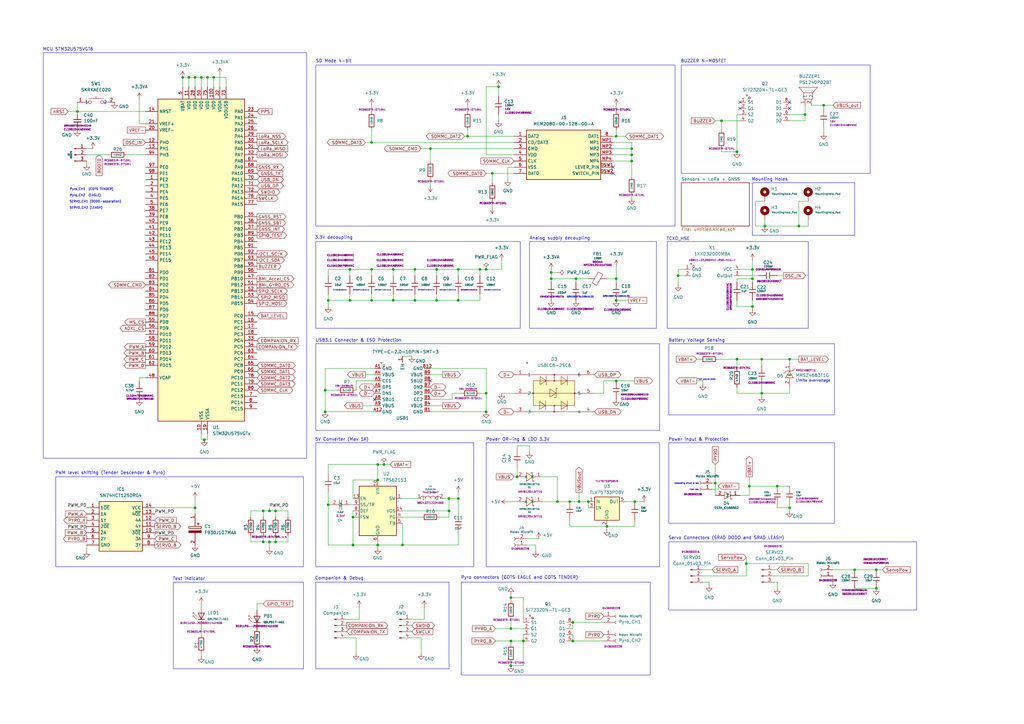
<source format=kicad_sch>
(kicad_sch (version 20250114) (generator "eeschema") (generator_version "9.0")
  (paper "A3")
  (lib_symbols
    (symbol "0402,100nF_1" (pin_numbers (hide yes)) (pin_names (offset 0))
      (property "Reference" "C" (at 2.032 1.668 0))
      (property "Value" "100nF" (at 2.032 -0.3782 0))
      (property "Voltage Rated" "16V" (at 2.032 -2.0462 0))
      (symbol "0402,100nF_1_1_1"
        (pin passive line (at 0 3.81 270) (length 3.175) (name "~") (number "1"))
        (pin passive line (at 0 -3.81 90) (length 3.175) (name "~") (number "2"))
      )
    )
    (symbol "0402,10kΩ_1" (pin_numbers (hide yes)) (pin_names (offset 0))
      (property "Reference" "R" (at 1.778 0 0))
      (property "Value" "10kΩ" (at 0 0 90))
      (symbol "0402,10kΩ_1_1_1"
        (pin passive line (at 0 3.81 270) (length 1.27) (name "~") (number "1"))
        (pin passive line (at 0 -3.81 90) (length 1.27) (name "~") (number "2"))
      )
    )
    (symbol "0402,1uF_2" (pin_numbers (hide yes)) (pin_names (offset 0))
      (property "Reference" "C" (at 2.032 1.668 0))
      (property "Value" "1uF" (at 2.032 -0.3782 0))
      (property "Voltage Rated" "25V" (at 2.032 -2.0462 0))
      (symbol "0402,1uF_2_1_1"
        (pin passive line (at 0 3.81 270) (length 3.175) (name "~") (number "1"))
        (pin passive line (at 0 -3.81 90) (length 3.175) (name "~") (number "2"))
      )
    )
    (symbol "Connector:Conn_01x02_Socket" (pin_names (offset 1.016) (hide yes))
      (property "Reference" "J" (at 0 2.54 0))
      (property "Value" "Conn_01x02_Socket" (at 0 -5.08 0))
      (symbol "Conn_01x02_Socket_1_1"
        (pin passive line (at -5.08 0 0) (length 3.81) (name "Pin_1") (number "1"))
        (pin passive line (at -5.08 -2.54 0) (length 3.81) (name "Pin_2") (number "2"))
      )
    )
    (symbol "Connector:Conn_01x03_Pin" (pin_names (offset 1.016) (hide yes))
      (property "Reference" "J" (at 0 5.08 0))
      (property "Value" "Conn_01x03_Pin" (at 0 -5.08 0))
      (symbol "Conn_01x03_Pin_1_1"
        (pin passive line (at 5.08 2.54 180) (length 3.81) (name "Pin_1") (number "1"))
        (pin passive line (at 5.08 0 180) (length 3.81) (name "Pin_2") (number "2"))
        (pin passive line (at 5.08 -2.54 180) (length 3.81) (name "Pin_3") (number "3"))
      )
    )
    (symbol "Connector:Conn_01x04_Pin" (pin_names (offset 1.016) (hide yes))
      (property "Reference" "J" (at 0 5.08 0))
      (property "Value" "Conn_01x04_Pin" (at 0 -7.62 0))
      (symbol "Conn_01x04_Pin_1_1"
        (pin passive line (at 5.08 2.54 180) (length 3.81) (name "Pin_1") (number "1"))
        (pin passive line (at 5.08 0 180) (length 3.81) (name "Pin_2") (number "2"))
        (pin passive line (at 5.08 -2.54 180) (length 3.81) (name "Pin_3") (number "3"))
        (pin passive line (at 5.08 -5.08 180) (length 3.81) (name "Pin_4") (number "4"))
      )
    )
    (symbol "Device:C_Small" (pin_numbers (hide yes)) (pin_names (offset 0.254) (hide yes))
      (property "Reference" "C" (at 0.254 1.778 0))
      (property "Value" "C_Small" (at 0.254 -2.032 0))
      (symbol "C_Small_1_1"
        (pin passive line (at 0 2.54 270) (length 2.032) (name "~") (number "1"))
        (pin passive line (at 0 -2.54 90) (length 2.032) (name "~") (number "2"))
      )
    )
    (symbol "EasyEDA:1XXD32000MBA"
      (property "Reference" "X" (at 0 6.35 0))
      (property "Value" "1XXD32000MBA" (at 0 -6.35 0))
      (symbol "1XXD32000MBA_0_1"
        (pin unspecified line (at -11.43 1.27 0) (length 2.54) (name "GND") (number "1"))
        (pin unspecified line (at -11.43 -1.27 0) (length 2.54) (name "GND") (number "2"))
        (pin unspecified line (at 11.43 1.27 180) (length 2.54) (name "VCC") (number "4"))
        (pin unspecified line (at 11.43 -1.27 180) (length 2.54) (name "Output") (number "3"))
      )
    )
    (symbol "EasyEDA:GJM1555C1H3R3BB01D"
      (property "Reference" "C27" (at 0 6.35 0))
      (property "Value" "GJM1555C1H3R3BB01D" (at 0 3.81 0))
      (property "val" "3.3pF" (at 0 -3.302 0))
      (symbol "GJM1555C1H3R3BB01D_0_1"
        (pin input line (at -3.81 0 0) (length 2.54) (name "1") (number "1"))
        (pin input line (at 3.81 0 180) (length 2.54) (name "2") (number "2"))
      )
    )
    (symbol "EasyEDA:MMSZ4683T1G"
      (property "Reference" "D" (at 0 10.16 0))
      (property "Value" "MMSZ4683T1G" (at 0 -10.16 0))
      (symbol "MMSZ4683T1G_0_1"
        (pin unspecified line (at 0 5.08 270) (length 3.81) (name "C") (number "1"))
        (pin unspecified line (at 0 -5.08 90) (length 3.81) (name "A") (number "2"))
      )
    )
    (symbol "EasyEDA:NRVB120VLSFT1G"
      (property "Reference" "U" (at 0 5.08 0))
      (property "Value" "NRVB120VLSFT1G" (at 0 -5.08 0))
      (symbol "NRVB120VLSFT1G_0_1"
        (pin unspecified line (at -5.08 0 0) (length 2.54) (name "K") (number "1"))
        (pin unspecified line (at 5.08 0 180) (length 2.54) (name "A") (number "2"))
      )
    )
    (symbol "EasyEDA:PS1240P02BT"
      (property "Reference" "BUZZER" (at 0 6.35 0))
      (property "Value" "PS1240P02BT" (at 0 -6.35 0))
      (symbol "PS1240P02BT_0_1"
        (pin unspecified line (at -3.81 1.27 0) (length 2.54) (name "1") (number "1"))
        (pin unspecified line (at -3.81 -1.27 0) (length 2.54) (name "2") (number "2"))
      )
    )
    (symbol "EasyEDA:SI7232DN-T1-GE3"
      (property "Reference" "Q" (at 0 8.89 0))
      (property "Value" "SI7232DN-T1-GE3" (at 0 -8.89 0))
      (symbol "SI7232DN-T1-GE3_0_1"
        (pin unspecified line (at -10.16 3.81 0) (length 2.54) (name "S1") (number "1"))
        (pin unspecified line (at -10.16 1.27 0) (length 2.54) (name "G1") (number "2"))
        (pin unspecified line (at -10.16 -1.27 0) (length 2.54) (name "S2") (number "3"))
        (pin unspecified line (at -10.16 -3.81 0) (length 2.54) (name "G2") (number "4"))
        (pin unspecified line (at 10.16 3.81 180) (length 2.54) (name "D1") (number "8"))
        (pin unspecified line (at 10.16 1.27 180) (length 2.54) (name "D1") (number "7"))
        (pin unspecified line (at 10.16 -1.27 180) (length 2.54) (name "D2") (number "6"))
        (pin unspecified line (at 10.16 -3.81 180) (length 2.54) (name "D2") (number "5"))
      )
    )
    (symbol "EasyEDA:SKRKAEE020"
      (property "Reference" "SW" (at 0 5.08 0))
      (property "Value" "SKRKAEE020" (at 0 -5.08 0))
      (symbol "SKRKAEE020_0_1"
        (pin unspecified line (at -7.62 0 0) (length 2.54) (name "1") (number "1"))
        (pin unspecified line (at 7.62 0 180) (length 2.54) (name "2") (number "2"))
      )
    )
    (symbol "EasyEDA:SS34_C466502"
      (property "Reference" "D" (at 0 5.08 0))
      (property "Value" "SS34_C466502" (at 0 -5.08 0))
      (symbol "SS34_C466502_0_1"
        (pin unspecified line (at -5.08 0 0) (length 3.81) (name "1") (number "1"))
        (pin unspecified line (at 5.08 0 180) (length 3.81) (name "2") (number "2"))
      )
    )
    (symbol "EasyEDA:TYPE-C-2.0-16PIN-SMT-3"
      (property "Reference" "USB" (at 0 17.78 0))
      (property "Value" "TYPE-C-2.0-16PIN-SMT-3" (at 0 -15.24 0))
      (symbol "TYPE-C-2.0-16PIN-SMT-3_0_1"
        (pin unspecified line (at -12.7 7.62 0) (length 2.54) (name "GND") (number "A1"))
        (pin unspecified line (at -12.7 5.08 0) (length 2.54) (name "VBUS") (number "A4"))
        (pin unspecified line (at -12.7 2.54 0) (length 2.54) (name "CC1") (number "A5"))
        (pin unspecified line (at -12.7 0 0) (length 2.54) (name "DP1") (number "A6"))
        (pin unspecified line (at -12.7 -2.54 0) (length 2.54) (name "DN1") (number "A7"))
        (pin unspecified line (at -12.7 -5.08 0) (length 2.54) (name "SBU1") (number "A8"))
        (pin unspecified line (at -12.7 -7.62 0) (length 2.54) (name "VBUS") (number "A9"))
        (pin unspecified line (at -12.7 -10.16 0) (length 2.54) (name "GND") (number "A12"))
        (pin unspecified line (at -1.27 12.7 270) (length 2.54) (name "EH") (number "1"))
        (pin unspecified line (at 10.16 7.62 180) (length 2.54) (name "GND") (number "B12"))
        (pin unspecified line (at 10.16 5.08 180) (length 2.54) (name "VBUS") (number "B9"))
        (pin unspecified line (at 10.16 2.54 180) (length 2.54) (name "SBU2") (number "B8"))
        (pin unspecified line (at 10.16 0 180) (length 2.54) (name "DN2") (number "B7"))
        (pin unspecified line (at 10.16 -2.54 180) (length 2.54) (name "DP2") (number "B6"))
        (pin unspecified line (at 10.16 -5.08 180) (length 2.54) (name "CC2") (number "B5"))
        (pin unspecified line (at 10.16 -7.62 180) (length 2.54) (name "VBUS") (number "B4"))
        (pin unspecified line (at 10.16 -10.16 180) (length 2.54) (name "GND") (number "B1"))
      )
    )
    (symbol "EasyEDA:XFL4020-472MEC"
      (property "Reference" "U" (at 0 5.08 0))
      (property "Value" "XFL4020-472MEC" (at 0 -5.08 0))
      (symbol "XFL4020-472MEC_0_1"
        (pin unspecified line (at -5.08 0 0) (length 1.016) (name "1") (number "1"))
        (pin unspecified line (at 5.08 0 180) (length 1.016) (name "2") (number "2"))
      )
    )
    (symbol "F930J107MAA:F930J107MAA" (pin_names (hide yes))
      (property "Reference" "C" (at 8.89 6.35 0))
      (property "Value" "F930J107MAA" (at 8.89 3.81 0))
      (symbol "F930J107MAA_1_1"
        (pin passive line (at 0 0 0) (length 2.54) (name "+") (number "1"))
        (pin passive line (at 12.7 0 180) (length 2.54) (name "-") (number "2"))
      )
    )
    (symbol "MCU_ST_STM32U5:STM32U575VGTx"
      (property "Reference" "U" (at -17.78 67.31 0))
      (property "Value" "STM32U575VGTx" (at 12.7 67.31 0))
      (symbol "STM32U575VGTx_1_1"
        (pin input line (at -22.86 60.96 0) (length 5.08) (name "NRST") (number "14"))
        (pin input line (at -22.86 55.88 0) (length 5.08) (name "VREF+") (number "21"))
        (pin input line (at -22.86 53.34 0) (length 5.08) (name "VREF-") (number "20"))
        (pin bidirectional line (at -22.86 48.26 0) (length 5.08) (name "PH0") (number "12"))
        (pin bidirectional line (at -22.86 45.72 0) (length 5.08) (name "PH1") (number "13"))
        (pin bidirectional line (at -22.86 43.18 0) (length 5.08) (name "PH3") (number "94"))
        (pin bidirectional line (at -22.86 38.1 0) (length 5.08) (name "PE0") (number "97"))
        (pin bidirectional line (at -22.86 35.56 0) (length 5.08) (name "PE1") (number "98"))
        (pin bidirectional line (at -22.86 33.02 0) (length 5.08) (name "PE2") (number "1"))
        (pin bidirectional line (at -22.86 30.48 0) (length 5.08) (name "PE3") (number "2"))
        (pin bidirectional line (at -22.86 27.94 0) (length 5.08) (name "PE4") (number "3"))
        (pin bidirectional line (at -22.86 25.4 0) (length 5.08) (name "PE5") (number "4"))
        (pin bidirectional line (at -22.86 22.86 0) (length 5.08) (name "PE6") (number "5"))
        (pin bidirectional line (at -22.86 20.32 0) (length 5.08) (name "PE7") (number "38"))
        (pin bidirectional line (at -22.86 17.78 0) (length 5.08) (name "PE8") (number "39"))
        (pin bidirectional line (at -22.86 15.24 0) (length 5.08) (name "PE9") (number "40"))
        (pin bidirectional line (at -22.86 12.7 0) (length 5.08) (name "PE10") (number "41"))
        (pin bidirectional line (at -22.86 10.16 0) (length 5.08) (name "PE11") (number "42"))
        (pin bidirectional line (at -22.86 7.62 0) (length 5.08) (name "PE12") (number "43"))
        (pin bidirectional line (at -22.86 5.08 0) (length 5.08) (name "PE13") (number "44"))
        (pin bidirectional line (at -22.86 2.54 0) (length 5.08) (name "PE14") (number "45"))
        (pin bidirectional line (at -22.86 0 0) (length 5.08) (name "PE15") (number "46"))
        (pin bidirectional line (at -22.86 -5.08 0) (length 5.08) (name "PD0") (number "81"))
        (pin bidirectional line (at -22.86 -7.62 0) (length 5.08) (name "PD1") (number "82"))
        (pin bidirectional line (at -22.86 -10.16 0) (length 5.08) (name "PD2") (number "83"))
        (pin bidirectional line (at -22.86 -12.7 0) (length 5.08) (name "PD3") (number "84"))
        (pin bidirectional line (at -22.86 -15.24 0) (length 5.08) (name "PD4") (number "85"))
        (pin bidirectional line (at -22.86 -17.78 0) (length 5.08) (name "PD5") (number "86"))
        (pin bidirectional line (at -22.86 -20.32 0) (length 5.08) (name "PD6") (number "87"))
        (pin bidirectional line (at -22.86 -22.86 0) (length 5.08) (name "PD7") (number "88"))
        (pin bidirectional line (at -22.86 -25.4 0) (length 5.08) (name "PD8") (number "55"))
        (pin bidirectional line (at -22.86 -27.94 0) (length 5.08) (name "PD9") (number "56"))
        (pin bidirectional line (at -22.86 -30.48 0) (length 5.08) (name "PD10") (number "57"))
        (pin bidirectional line (at -22.86 -33.02 0) (length 5.08) (name "PD11") (number "58"))
        (pin bidirectional line (at -22.86 -35.56 0) (length 5.08) (name "PD12") (number "59"))
        (pin bidirectional line (at -22.86 -38.1 0) (length 5.08) (name "PD13") (number "60"))
        (pin bidirectional line (at -22.86 -40.64 0) (length 5.08) (name "PD14") (number "61"))
        (pin bidirectional line (at -22.86 -43.18 0) (length 5.08) (name "PD15") (number "62"))
        (pin power_out line (at -22.86 -48.26 0) (length 5.08) (name "VCAP") (number "48"))
        (pin power_in line (at -7.62 71.12 270) (length 5.08) (name "VBAT") (number "6"))
        (pin power_in line (at -5.08 71.12 270) (length 5.08) (name "VDD") (number "11"))
        (pin power_in line (at -2.54 71.12 270) (length 5.08) (name "VDD") (number "28"))
        (pin power_in line (at 0 71.12 270) (length 5.08) (name "VDD") (number "50"))
        (pin power_in line (at 0 -71.12 90) (length 5.08) (name "VSS") (number "10"))
        (pin passive line (at 0 -71.12 90) (length 5.08) (hide yes) (name "VSS") (number "27"))
        (pin passive line (at 0 -71.12 90) (length 5.08) (hide yes) (name "VSS") (number "49"))
        (pin passive line (at 0 -71.12 90) (length 5.08) (hide yes) (name "VSS") (number "74"))
        (pin passive line (at 0 -71.12 90) (length 5.08) (hide yes) (name "VSS") (number "99"))
        (pin power_in line (at 2.54 71.12 270) (length 5.08) (name "VDD") (number "75"))
        (pin power_in line (at 2.54 -71.12 90) (length 5.08) (name "VSSA") (number "19"))
        (pin power_in line (at 5.08 71.12 270) (length 5.08) (name "VDD") (number "100"))
        (pin power_in line (at 7.62 71.12 270) (length 5.08) (name "VDDA") (number "22"))
        (pin power_in line (at 10.16 71.12 270) (length 5.08) (name "VDDUSB") (number "73"))
        (pin bidirectional line (at 22.86 60.96 180) (length 5.08) (name "PA0") (number "23"))
        (pin bidirectional line (at 22.86 58.42 180) (length 5.08) (name "PA1") (number "24"))
        (pin bidirectional line (at 22.86 55.88 180) (length 5.08) (name "PA2") (number "25"))
        (pin bidirectional line (at 22.86 53.34 180) (length 5.08) (name "PA3") (number "26"))
        (pin bidirectional line (at 22.86 50.8 180) (length 5.08) (name "PA4") (number "29"))
        (pin bidirectional line (at 22.86 48.26 180) (length 5.08) (name "PA5") (number "30"))
        (pin bidirectional line (at 22.86 45.72 180) (length 5.08) (name "PA6") (number "31"))
        (pin bidirectional line (at 22.86 43.18 180) (length 5.08) (name "PA7") (number "32"))
        (pin bidirectional line (at 22.86 40.64 180) (length 5.08) (name "PA8") (number "67"))
        (pin bidirectional line (at 22.86 38.1 180) (length 5.08) (name "PA9") (number "68"))
        (pin bidirectional line (at 22.86 35.56 180) (length 5.08) (name "PA10") (number "69"))
        (pin bidirectional line (at 22.86 33.02 180) (length 5.08) (name "PA11") (number "70"))
        (pin bidirectional line (at 22.86 30.48 180) (length 5.08) (name "PA12") (number "71"))
        (pin bidirectional line (at 22.86 27.94 180) (length 5.08) (name "PA13") (number "72"))
        (pin bidirectional line (at 22.86 25.4 180) (length 5.08) (name "PA14") (number "76"))
        (pin bidirectional line (at 22.86 22.86 180) (length 5.08) (name "PA15") (number "77"))
        (pin bidirectional line (at 22.86 17.78 180) (length 5.08) (name "PB0") (number "35"))
        (pin bidirectional line (at 22.86 15.24 180) (length 5.08) (name "PB1") (number "36"))
        (pin bidirectional line (at 22.86 12.7 180) (length 5.08) (name "PB2") (number "37"))
        (pin bidirectional line (at 22.86 10.16 180) (length 5.08) (name "PB3") (number "89"))
        (pin bidirectional line (at 22.86 7.62 180) (length 5.08) (name "PB4") (number "90"))
        (pin bidirectional line (at 22.86 5.08 180) (length 5.08) (name "PB5") (number "91"))
        (pin bidirectional line (at 22.86 2.54 180) (length 5.08) (name "PB6") (number "92"))
        (pin bidirectional line (at 22.86 0 180) (length 5.08) (name "PB7") (number "93"))
        (pin bidirectional line (at 22.86 -2.54 180) (length 5.08) (name "PB8") (number "95"))
        (pin bidirectional line (at 22.86 -5.08 180) (length 5.08) (name "PB9") (number "96"))
        (pin bidirectional line (at 22.86 -7.62 180) (length 5.08) (name "PB10") (number "47"))
        (pin bidirectional line (at 22.86 -10.16 180) (length 5.08) (name "PB12") (number "51"))
        (pin bidirectional line (at 22.86 -12.7 180) (length 5.08) (name "PB13") (number "52"))
        (pin bidirectional line (at 22.86 -15.24 180) (length 5.08) (name "PB14") (number "53"))
        (pin bidirectional line (at 22.86 -17.78 180) (length 5.08) (name "PB15") (number "54"))
        (pin bidirectional line (at 22.86 -22.86 180) (length 5.08) (name "PC0") (number "15"))
        (pin bidirectional line (at 22.86 -25.4 180) (length 5.08) (name "PC1") (number "16"))
        (pin bidirectional line (at 22.86 -27.94 180) (length 5.08) (name "PC2") (number "17"))
        (pin bidirectional line (at 22.86 -30.48 180) (length 5.08) (name "PC3") (number "18"))
        (pin bidirectional line (at 22.86 -33.02 180) (length 5.08) (name "PC4") (number "33"))
        (pin bidirectional line (at 22.86 -35.56 180) (length 5.08) (name "PC5") (number "34"))
        (pin bidirectional line (at 22.86 -38.1 180) (length 5.08) (name "PC6") (number "63"))
        (pin bidirectional line (at 22.86 -40.64 180) (length 5.08) (name "PC7") (number "64"))
        (pin bidirectional line (at 22.86 -43.18 180) (length 5.08) (name "PC8") (number "65"))
        (pin bidirectional line (at 22.86 -45.72 180) (length 5.08) (name "PC9") (number "66"))
        (pin bidirectional line (at 22.86 -48.26 180) (length 5.08) (name "PC10") (number "78"))
        (pin bidirectional line (at 22.86 -50.8 180) (length 5.08) (name "PC11") (number "79"))
        (pin bidirectional line (at 22.86 -53.34 180) (length 5.08) (name "PC12") (number "80"))
        (pin bidirectional line (at 22.86 -55.88 180) (length 5.08) (name "PC13") (number "7"))
        (pin bidirectional line (at 22.86 -58.42 180) (length 5.08) (name "PC14") (number "8"))
        (pin bidirectional line (at 22.86 -60.96 180) (length 5.08) (name "PC15") (number "9"))
      )
    )
    (symbol "MEM2080-00-128-00-A:MEM2080-00-128-00-A"
      (property "Reference" "J" (at 36.83 7.62 0))
      (property "Value" "MEM2080-00-128-00-A" (at 36.83 5.08 0))
      (symbol "MEM2080-00-128-00-A_1_1"
        (pin passive line (at 0 0 0) (length 5.08) (name "DAT2") (number "1"))
        (pin passive line (at 0 -2.54 0) (length 5.08) (name "CD/DAT3") (number "2"))
        (pin passive line (at 0 -5.08 0) (length 5.08) (name "CMD") (number "3"))
        (pin passive line (at 0 -7.62 0) (length 5.08) (name "VDD") (number "4"))
        (pin passive line (at 0 -10.16 0) (length 5.08) (name "CLK") (number "5"))
        (pin passive line (at 0 -12.7 0) (length 5.08) (name "VSS") (number "6"))
        (pin passive line (at 0 -15.24 0) (length 5.08) (name "DAT0") (number "7"))
        (pin passive line (at 40.64 0 180) (length 5.08) (name "DAT1") (number "8"))
        (pin passive line (at 40.64 -2.54 180) (length 5.08) (name "MP1") (number "MP1"))
        (pin passive line (at 40.64 -5.08 180) (length 5.08) (name "MP2") (number "MP2"))
        (pin passive line (at 40.64 -7.62 180) (length 5.08) (name "MP3") (number "MP3"))
        (pin passive line (at 40.64 -10.16 180) (length 5.08) (name "MP4") (number "MP4"))
        (pin passive line (at 40.64 -12.7 180) (length 5.08) (name "LEVER_PIN") (number "DSW1"))
        (pin passive line (at 40.64 -15.24 180) (length 5.08) (name "SWITCH_PIN") (number "DSW2"))
      )
    )
    (symbol "Mechanical:MountingHole_Pad" (pin_numbers (hide yes)) (pin_names (offset 1.016) (hide yes)) (exclude_from_sim yes) (in_bom no)
      (property "Reference" "H" (at 0 6.35 0))
      (property "Value" "MountingHole_Pad" (at 0 4.445 0))
      (symbol "MountingHole_Pad_1_1"
        (pin input line (at 0 -2.54 90) (length 2.54) (name "1") (number "1"))
      )
    )
    (symbol "PCM_JLCPCB-Capacitors:0402,100nF" (pin_numbers (hide yes)) (pin_names (offset 0))
      (property "Reference" "C" (at 2.032 1.668 0))
      (property "Value" "100nF" (at 2.032 -0.3782 0))
      (property "Voltage Rated" "16V" (at 2.032 -2.0462 0))
      (symbol "0402,100nF_1_1"
        (pin passive line (at 0 3.81 270) (length 3.175) (name "~") (number "1"))
        (pin passive line (at 0 -3.81 90) (length 3.175) (name "~") (number "2"))
      )
    )
    (symbol "PCM_JLCPCB-Capacitors:0402,100pF" (pin_numbers (hide yes)) (pin_names (offset 0))
      (property "Reference" "C" (at 2.032 1.668 0))
      (property "Value" "100pF" (at 2.032 -0.3782 0))
      (property "Voltage Rated" "50V" (at 2.032 -2.0462 0))
      (symbol "0402,100pF_1_1"
        (pin passive line (at 0 3.81 270) (length 3.175) (name "~") (number "1"))
        (pin passive line (at 0 -3.81 90) (length 3.175) (name "~") (number "2"))
      )
    )
    (symbol "PCM_JLCPCB-Capacitors:0402,10nF" (pin_numbers (hide yes)) (pin_names (offset 0))
      (property "Reference" "C" (at 2.032 1.668 0))
      (property "Value" "10nF" (at 2.032 -0.3782 0))
      (property "Voltage Rated" "50V" (at 2.032 -2.0462 0))
      (symbol "0402,10nF_1_1"
        (pin passive line (at 0 3.81 270) (length 3.175) (name "~") (number "1"))
        (pin passive line (at 0 -3.81 90) (length 3.175) (name "~") (number "2"))
      )
    )
    (symbol "PCM_JLCPCB-Capacitors:0402,10uF" (pin_numbers (hide yes)) (pin_names (offset 0))
      (property "Reference" "C" (at 2.032 1.668 0))
      (property "Value" "10uF" (at 2.032 -0.3782 0))
      (property "Voltage Rated" "6.3V" (at 2.032 -2.0462 0))
      (symbol "0402,10uF_1_1"
        (pin passive line (at 0 3.81 270) (length 3.175) (name "~") (number "1"))
        (pin passive line (at 0 -3.81 90) (length 3.175) (name "~") (number "2"))
      )
    )
    (symbol "PCM_JLCPCB-Capacitors:0402,1uF" (pin_numbers (hide yes)) (pin_names (offset 0))
      (property "Reference" "C" (at 2.032 1.668 0))
      (property "Value" "1uF" (at 2.032 -0.3782 0))
      (property "Voltage Rated" "25V" (at 2.032 -2.0462 0))
      (symbol "0402,1uF_1_1"
        (pin passive line (at 0 3.81 270) (length 3.175) (name "~") (number "1"))
        (pin passive line (at 0 -3.81 90) (length 3.175) (name "~") (number "2"))
      )
    )
    (symbol "PCM_JLCPCB-Capacitors:0402,4.7uF" (pin_numbers (hide yes)) (pin_names (offset 0))
      (property "Reference" "C" (at 2.032 1.668 0))
      (property "Value" "4.7uF" (at 2.032 -0.3782 0))
      (property "Voltage Rated" "10V" (at 2.032 -2.0462 0))
      (symbol "0402,4.7uF_1_1"
        (pin passive line (at 0 3.81 270) (length 3.175) (name "~") (number "1"))
        (pin passive line (at 0 -3.81 90) (length 3.175) (name "~") (number "2"))
      )
    )
    (symbol "PCM_JLCPCB-Capacitors:0603,10uF,(2)" (pin_numbers (hide yes)) (pin_names (offset 0))
      (property "Reference" "C" (at 2.032 1.668 0))
      (property "Value" "10uF" (at 2.032 -0.3782 0))
      (property "Voltage Rated" "25V" (at 2.032 -2.0462 0))
      (symbol "0603,10uF,(2)_1_1"
        (pin passive line (at 0 3.81 270) (length 3.175) (name "~") (number "1"))
        (pin passive line (at 0 -3.81 90) (length 3.175) (name "~") (number "2"))
      )
    )
    (symbol "PCM_JLCPCB-Capacitors:0603,22uF" (pin_numbers (hide yes)) (pin_names (offset 0))
      (property "Reference" "C" (at 2.032 1.668 0))
      (property "Value" "22uF" (at 2.032 -0.3782 0))
      (property "Voltage Rated" "6.3V" (at 2.032 -2.0462 0))
      (symbol "0603,22uF_1_1"
        (pin passive line (at 0 3.81 270) (length 3.175) (name "~") (number "1"))
        (pin passive line (at 0 -3.81 90) (length 3.175) (name "~") (number "2"))
      )
    )
    (symbol "PCM_JLCPCB-Capacitors:1206,100nF" (pin_numbers (hide yes)) (pin_names (offset 0))
      (property "Reference" "C" (at 2.032 1.668 0))
      (property "Value" "100nF" (at 2.032 -0.3782 0))
      (property "Voltage Rated" "50V" (at 2.032 -2.0462 0))
      (symbol "1206,100nF_1_1"
        (pin passive line (at 0 3.81 270) (length 3.175) (name "~") (number "1"))
        (pin passive line (at 0 -3.81 90) (length 3.175) (name "~") (number "2"))
      )
    )
    (symbol "PCM_JLCPCB-Capacitors:1206,10uF" (pin_numbers (hide yes)) (pin_names (offset 0))
      (property "Reference" "C" (at 2.032 1.668 0))
      (property "Value" "10uF" (at 2.032 -0.3782 0))
      (property "Voltage Rated" "50V" (at 2.032 -2.0462 0))
      (symbol "1206,10uF_1_1"
        (pin passive line (at 0 3.81 270) (length 3.175) (name "~") (number "1"))
        (pin passive line (at 0 -3.81 90) (length 3.175) (name "~") (number "2"))
      )
    )
    (symbol "PCM_JLCPCB-Diodes:LED,0603,Red" (pin_numbers (hide yes)) (pin_names (offset 0))
      (property "Reference" "D" (at 2.032 0.834 0))
      (property "Value" "Red" (at 2.032 -1.2122 0))
      (symbol "LED,0603,Red_1_1"
        (pin passive line (at 0 3.81 270) (length 3.81) (name "~") (number "2"))
        (pin passive line (at 0 -3.81 90) (length 3.81) (name "~") (number "1"))
      )
    )
    (symbol "PCM_JLCPCB-Inductors:Ferrite,0805" (pin_numbers (hide yes)) (pin_names (offset 0))
      (property "Reference" "FB" (at 3.4036 1.2508 0))
      (property "Current Rating" "800mA" (at 3.4036 -1.5274 0))
      (symbol "Ferrite,0805_1_1"
        (pin passive line (at 0 3.81 270) (length 2.54) (name "~") (number "1"))
        (pin passive line (at 0 -3.81 90) (length 2.54) (name "~") (number "2"))
      )
    )
    (symbol "PCM_JLCPCB-Resistors:0402,100kΩ" (pin_numbers (hide yes)) (pin_names (offset 0))
      (property "Reference" "R" (at 1.778 0 0))
      (property "Value" "100kΩ" (at 0 0 90))
      (symbol "0402,100kΩ_1_1"
        (pin passive line (at 0 3.81 270) (length 1.27) (name "~") (number "1"))
        (pin passive line (at 0 -3.81 90) (length 1.27) (name "~") (number "2"))
      )
    )
    (symbol "PCM_JLCPCB-Resistors:0402,10kΩ" (pin_numbers (hide yes)) (pin_names (offset 0))
      (property "Reference" "R" (at 1.778 0 0))
      (property "Value" "10kΩ" (at 0 0 90))
      (symbol "0402,10kΩ_1_1"
        (pin passive line (at 0 3.81 270) (length 1.27) (name "~") (number "1"))
        (pin passive line (at 0 -3.81 90) (length 1.27) (name "~") (number "2"))
      )
    )
    (symbol "PCM_JLCPCB-Resistors:0402,3.3kΩ" (pin_numbers (hide yes)) (pin_names (offset 0))
      (property "Reference" "R" (at 1.778 0 0))
      (property "Value" "3.3kΩ" (at 0 0 90))
      (symbol "0402,3.3kΩ_1_1"
        (pin passive line (at 0 3.81 270) (length 1.27) (name "~") (number "1"))
        (pin passive line (at 0 -3.81 90) (length 1.27) (name "~") (number "2"))
      )
    )
    (symbol "PCM_JLCPCB-Resistors:0402,470Ω" (pin_numbers (hide yes)) (pin_names (offset 0))
      (property "Reference" "R" (at 1.778 0 0))
      (property "Value" "470Ω" (at 0 0 90))
      (symbol "0402,470Ω_1_1"
        (pin passive line (at 0 3.81 270) (length 1.27) (name "~") (number "1"))
        (pin passive line (at 0 -3.81 90) (length 1.27) (name "~") (number "2"))
      )
    )
    (symbol "PCM_JLCPCB-Resistors:0402,47kΩ" (pin_numbers (hide yes)) (pin_names (offset 0))
      (property "Reference" "R" (at 1.778 0 0))
      (property "Value" "47kΩ" (at 0 0 90))
      (symbol "0402,47kΩ_1_1"
        (pin passive line (at 0 3.81 270) (length 1.27) (name "~") (number "1"))
        (pin passive line (at 0 -3.81 90) (length 1.27) (name "~") (number "2"))
      )
    )
    (symbol "PCM_JLCPCB-Resistors:0402,5.1kΩ" (pin_numbers (hide yes)) (pin_names (offset 0))
      (property "Reference" "R" (at 1.778 0 0))
      (property "Value" "5.1kΩ" (at 0 0 90))
      (symbol "0402,5.1kΩ_1_1"
        (pin passive line (at 0 3.81 270) (length 1.27) (name "~") (number "1"))
        (pin passive line (at 0 -3.81 90) (length 1.27) (name "~") (number "2"))
      )
    )
    (symbol "PCM_JLCPCB-Resistors:0603,10kΩ" (pin_numbers (hide yes)) (pin_names (offset 0))
      (property "Reference" "R" (at 1.778 0 0))
      (property "Value" "10kΩ" (at 0 0 90))
      (symbol "0603,10kΩ_1_1"
        (pin passive line (at 0 3.81 270) (length 1.27) (name "~") (number "1"))
        (pin passive line (at 0 -3.81 90) (length 1.27) (name "~") (number "2"))
      )
    )
    (symbol "PCM_JLCPCB-Resistors:0603,1MΩ" (pin_numbers (hide yes)) (pin_names (offset 0))
      (property "Reference" "R" (at 1.778 0 0))
      (property "Value" "1MΩ" (at 0 0 90))
      (symbol "0603,1MΩ_1_1"
        (pin passive line (at 0 3.81 270) (length 1.27) (name "~") (number "1"))
        (pin passive line (at 0 -3.81 90) (length 1.27) (name "~") (number "2"))
      )
    )
    (symbol "Regulator_Linear:TLV75733PDBV" (pin_names (offset 0.254))
      (property "Reference" "U" (at -3.81 5.715 0))
      (property "Value" "TLV75733PDBV" (at 0 5.715 0))
      (symbol "TLV75733PDBV_1_1"
        (pin power_in line (at -7.62 2.54 0) (length 2.54) (name "IN") (number "1"))
        (pin input line (at -7.62 0 0) (length 2.54) (name "EN") (number "3"))
        (pin power_in line (at 0 -7.62 90) (length 2.54) (name "GND") (number "2"))
        (pin no_connect line (at 5.08 0 180) (length 2.54) (hide yes) (name "NC") (number "4"))
        (pin power_out line (at 7.62 2.54 180) (length 2.54) (name "OUT") (number "5"))
      )
    )
    (symbol "Regulator_Switching:TPS62153" (pin_names (offset 0.254))
      (property "Reference" "U" (at 3.81 13.97 0))
      (property "Value" "TPS62153" (at 3.81 11.43 0))
      (symbol "TPS62153_1_1"
        (pin input line (at -10.16 5.08 0) (length 2.54) (name "EN") (number "13"))
        (pin input line (at -10.16 2.54 0) (length 2.54) (name "SS/TR") (number "9"))
        (pin input line (at -10.16 0 0) (length 2.54) (name "DEF") (number "8"))
        (pin input line (at -10.16 -2.54 0) (length 2.54) (name "FSW") (number "7"))
        (pin power_in line (at 0 12.7 270) (length 2.54) (name "VIN") (number "10"))
        (pin passive line (at 0 12.7 270) (length 2.54) (hide yes) (name "VIN") (number "11"))
        (pin passive line (at 0 12.7 270) (length 2.54) (hide yes) (name "VIN") (number "12"))
        (pin passive line (at 0 -12.7 90) (length 2.54) (hide yes) (name "GND") (number "15"))
        (pin passive line (at 0 -12.7 90) (length 2.54) (hide yes) (name "GND") (number "16"))
        (pin passive line (at 0 -12.7 90) (length 2.54) (hide yes) (name "GND") (number "17"))
        (pin power_in line (at 0 -12.7 90) (length 2.54) (name "GND") (number "6"))
        (pin output line (at 10.16 5.08 180) (length 2.54) (name "SW") (number "1"))
        (pin passive line (at 10.16 5.08 180) (length 2.54) (hide yes) (name "SW") (number "2"))
        (pin passive line (at 10.16 5.08 180) (length 2.54) (hide yes) (name "SW") (number "3"))
        (pin input line (at 10.16 0 180) (length 2.54) (name "VOS") (number "14"))
        (pin open_collector line (at 10.16 -2.54 180) (length 2.54) (name "PG") (number "4"))
        (pin input line (at 10.16 -5.08 180) (length 2.54) (name "FB") (number "5"))
      )
    )
    (symbol "SN74HCT125DRG4:SN74HCT125DRG4"
      (property "Reference" "IC" (at 24.13 7.62 0))
      (property "Value" "SN74HCT125DRG4" (at 24.13 5.08 0))
      (symbol "SN74HCT125DRG4_1_1"
        (pin passive line (at 0 0 0) (length 5.08) (name "1~{OE}") (number "1"))
        (pin passive line (at 0 -2.54 0) (length 5.08) (name "1A") (number "2"))
        (pin passive line (at 0 -5.08 0) (length 5.08) (name "1Y") (number "3"))
        (pin passive line (at 0 -7.62 0) (length 5.08) (name "2~{OE}") (number "4"))
        (pin passive line (at 0 -10.16 0) (length 5.08) (name "2A") (number "5"))
        (pin passive line (at 0 -12.7 0) (length 5.08) (name "2Y") (number "6"))
        (pin passive line (at 0 -15.24 0) (length 5.08) (name "GND") (number "7"))
        (pin passive line (at 27.94 0 180) (length 5.08) (name "VCC") (number "14"))
        (pin passive line (at 27.94 -2.54 180) (length 5.08) (name "4~{OE}") (number "13"))
        (pin passive line (at 27.94 -5.08 180) (length 5.08) (name "4A") (number "12"))
        (pin passive line (at 27.94 -7.62 180) (length 5.08) (name "4Y") (number "11"))
        (pin passive line (at 27.94 -10.16 180) (length 5.08) (name "3~{OE}") (number "10"))
        (pin passive line (at 27.94 -12.7 180) (length 5.08) (name "3A") (number "9"))
        (pin passive line (at 27.94 -15.24 180) (length 5.08) (name "3Y") (number "8"))
      )
    )
    (symbol "USBLC6-2SC6_1"
      (property "Reference" "D" (at 0 12.7 0))
      (property "Value" "USBLC6-2SC6" (at 0 -12.7 0))
      (symbol "USBLC6-2SC6_1_0_1"
        (pin input line (at -16.51 7.62 0) (length 5.08) (name "1") (number "1"))
        (pin input line (at -16.51 0 0) (length 5.08) (name "2") (number "2"))
        (pin input line (at -16.51 -7.62 0) (length 5.08) (name "3") (number "3"))
        (pin input line (at 16.51 7.62 180) (length 5.08) (name "6") (number "6"))
        (pin input line (at 16.51 0 180) (length 5.08) (name "5") (number "5"))
        (pin input line (at 16.51 -7.62 180) (length 5.08) (name "4") (number "4"))
      )
    )
    (symbol "power:+3.3V" (power) (pin_numbers (hide yes)) (pin_names (offset 0) (hide yes))
      (property "Value" "+3.3V" (at 0 3.556 0))
      (symbol "+3.3V_1_1"
        (pin power_in line (at 0 0 90) (length 0) (name "~") (number "1"))
      )
    )
    (symbol "power:+3.3VA" (power) (pin_numbers (hide yes)) (pin_names (offset 0) (hide yes))
      (property "Value" "+3.3VA" (at 0 3.556 0))
      (symbol "+3.3VA_1_1"
        (pin power_in line (at 0 0 90) (length 0) (name "~") (number "1"))
      )
    )
    (symbol "power:+5V" (power) (pin_numbers (hide yes)) (pin_names (offset 0) (hide yes))
      (property "Value" "+5V" (at 0 3.556 0))
      (symbol "+5V_1_1"
        (pin power_in line (at 0 0 90) (length 0) (name "~") (number "1"))
      )
    )
    (symbol "power:GND" (power) (pin_numbers (hide yes)) (pin_names (offset 0) (hide yes))
      (property "Value" "GND" (at 0 -3.81 0))
      (symbol "GND_1_1"
        (pin power_in line (at 0 0 270) (length 0) (name "~") (number "1"))
      )
    )
    (symbol "power:PWR_FLAG" (power) (pin_numbers (hide yes)) (pin_names (offset 0) (hide yes))
      (property "Value" "PWR_FLAG" (at 0 3.81 0))
      (symbol "PWR_FLAG_0_0"
        (pin power_out line (at 0 0 90) (length 0) (name "~") (number "1"))
      )
    )
  )
  (rectangle (start 279.4 26.67) (end 356.87 71.12))
  (rectangle (start 308.61 74.93) (end 350.52 96.52))
  (rectangle (start 199.39 181.61) (end 270.51 232.41))
  (rectangle (start 189.23 238.76) (end 266.7 276.86))
  (rectangle (start 129.54 99.06) (end 213.36 134.62))
  (rectangle (start 274.32 222.25) (end 375.92 250.19))
  (rectangle (start 71.12 238.76) (end 124.46 274.32))
  (rectangle (start 129.54 140.97) (end 270.51 176.53))
  (rectangle (start 274.32 140.97) (end 342.265 170.18))
  (rectangle (start 17.78 21.59) (end 125.73 187.96))
  (rectangle (start 129.54 26.67) (end 276.86 92.71))
  (rectangle (start 217.17 99.06) (end 269.24 134.62))
  (rectangle (start 129.54 181.61) (end 194.31 232.41))
  (rectangle (start 129.54 238.76) (end 184.15 274.32))
  (rectangle (start 274.32 181.61) (end 342.265 214.63))
  (rectangle (start 273.685 99.06) (end 331.47 134.62))
  (rectangle (start 22.86 195.58) (end 124.46 232.41))
  (text "Battery Voltage Sensing" (at 285.75 139.7 0) (effects (font (size 1.27 1.27))))
  (text "GRM155R71H104KE14D" (at 156.972 119.126 0) (effects (font (size 0.381 0.381))))
  (text "3.3V decoupling" (at 136.906 97.536 0) (effects (font (size 1.27 1.27))))
  (text "SERVO_CH2 (LEASH)" (at 35.306 85.344 0) (effects (font (size 0.889 0.889))))
  (text "GRM155R70J105KA12D" (at 237.998 121.92 0) (effects (font (size 0.635 0.635))))
  (text "Test indicator" (at 77.47 237.49 0) (effects (font (size 1.27 1.27))))
  (text "GRM155R71H104KE14D" (at 165.862 119.126 0) (effects (font (size 0.381 0.381))))
  (text "GRM155R71H104KE14D" (at 201.93 119.126 0) (effects (font (size 0.381 0.381))))
  (text "5V Converter (Max 1A)" (at 140.208 180.34 0) (effects (font (size 1.27 1.27))))
  (text "Power OR-ing & LDO 3.3V" (at 212.344 180.34 0) (effects (font (size 1.27 1.27))))
  (text "Analog supply decoupling" (at 229.616 97.79 0) (effects (font (size 1.27 1.27))))
  (text "Servo Connectors (SRAD DODO and SRAD LEASH)" (at 297.942 220.726 0) (effects (font (size 1.27 1.27))))
  (text "From ground plane" (at 289.814 155.702 0) (effects (font (size 0.508 0.508))))
  (text "GRM155R71H104KE14D" (at 183.642 119.126 0) (effects (font (size 0.381 0.381))))
  (text "GRM155R70J105KA12D" (at 252.73 121.666 0) (effects (font (size 0.635 0.635))))
  (text "Power Input & Protection" (at 286.512 180.34 0) (effects (font (size 1.27 1.27))))
  (text "TCXO_HSE\n" (at 278.13 98.044 0) (effects (font (size 1.27 1.27))))
  (text "From bat." (at 284.734 200.914 0) (effects (font (size 0.508 0.508))))
  (text "Pyro connectors (COTS EAGLE and COTS TENDER)\n" (at 213.106 236.982 0) (effects (font (size 1.27 1.27))))
  (text "SD Mode 4-bit" (at 136.906 25.146 0) (effects (font (size 1.27 1.27))))
  (text "Companion & Debug" (at 139.192 237.236 0) (effects (font (size 1.27 1.27))))
  (text "Limits overvoltage" (at 333.502 156.21 0) (effects (font (size 1.016 1.016))))
  (text "GRM155R71H104KE14D" (at 174.752 119.126 0) (effects (font (size 0.381 0.381))))
  (text "BUZZER N-MOSFET" (at 288.544 25.146 0) (effects (font (size 1.27 1.27))))
  (text "CL21B106KOQNNNE" (at 139.446 119.126 0) (effects (font (size 0.381 0.381))))
  (text "Mounting Holes" (at 315.722 73.66 0) (effects (font (size 1.27 1.27))))
  (text "PWM level shifting (Tender Descender & Pyro)" (at 45.212 194.056 0) (effects (font (size 1.27 1.27))))
  (text "GRM155R71H104KE14D" (at 148.082 119.126 0) (effects (font (size 0.381 0.381))))
  (text "Pyro_CH2  (EAGLE)" (at 35.052 80.264 0) (effects (font (size 0.889 0.889))))
  (text "SERVO_CH1 (DODO-separation)" (at 39.116 82.804 0) (effects (font (size 0.889 0.889))))
  (text "USB3.1 Connector & ESD Protection" (at 147.066 139.7 0) (effects (font (size 1.27 1.27))))
  (text "Pyro_CH1  (COTS TENDER)" (at 37.592 77.724 0) (effects (font (size 0.889 0.889))))
  (text "MCU STM32U575VGT6" (at 27.94 20.32 0) (effects (font (size 1.27 1.27))))
  (text "Completing circuit at bat." (at 281.686 198.374 0) (effects (font (size 0.508 0.508))))
  (junction (at 110.49 209.55))
  (junction (at 306.07 231.14))
  (junction (at 113.03 209.55))
  (junction (at 187.96 123.19))
  (junction (at 134.62 123.19))
  (junction (at 234.95 255.27))
  (junction (at 199.39 168.91))
  (junction (at 184.15 209.55))
  (junction (at 187.96 204.47))
  (junction (at 154.94 196.85))
  (junction (at 337.82 43.18))
  (junction (at 350.52 233.68))
  (junction (at 134.62 207.01))
  (junction (at 318.77 199.39))
  (junction (at 179.07 123.19))
  (junction (at 308.61 110.49))
  (junction (at 248.92 215.9))
  (junction (at 330.2 46.99))
  (junction (at 199.39 110.49))
  (junction (at 236.22 114.3))
  (junction (at 152.4 110.49))
  (junction (at 154.94 190.5))
  (junction (at 209.55 262.89))
  (junction (at 302.26 62.23))
  (junction (at 170.18 123.19))
  (junction (at 214.63 262.89))
  (junction (at 359.41 233.68))
  (junction (at 233.68 205.74))
  (junction (at 143.51 123.19))
  (junction (at 176.53 60.96))
  (junction (at 152.4 58.42))
  (junction (at 82.55 31.75))
  (junction (at 170.18 110.49))
  (junction (at 252.73 114.3))
  (junction (at 80.01 31.75))
  (junction (at 85.09 31.75))
  (junction (at 237.49 205.74))
  (junction (at 133.35 168.91))
  (junction (at 252.73 55.88))
  (junction (at 77.47 31.75))
  (junction (at 179.07 110.49))
  (junction (at 209.55 273.05))
  (junction (at 312.42 161.29))
  (junction (at 327.66 92.71))
  (junction (at 107.95 222.25))
  (junction (at 161.29 110.49))
  (junction (at 241.3 205.74))
  (junction (at 278.13 113.03))
  (junction (at 199.39 161.29))
  (junction (at 260.35 205.74))
  (junction (at 212.09 195.58))
  (junction (at 204.47 35.56))
  (junction (at 201.93 71.12))
  (junction (at 226.06 111.76))
  (junction (at 259.08 66.04))
  (junction (at 308.61 125.73))
  (junction (at 87.63 31.75))
  (junction (at 144.78 223.52))
  (junction (at 323.85 147.32))
  (junction (at 143.51 110.49))
  (junction (at 80.01 208.28))
  (junction (at 226.06 114.3))
  (junction (at 31.75 45.72))
  (junction (at 152.4 123.19))
  (junction (at 234.95 262.89))
  (junction (at 133.35 160.02))
  (junction (at 184.15 204.47))
  (junction (at 161.29 123.19))
  (junction (at 323.85 208.28))
  (junction (at 74.93 31.75))
  (junction (at 307.34 199.39))
  (junction (at 295.91 49.53))
  (junction (at 252.73 156.21))
  (junction (at 228.6 205.74))
  (junction (at 313.69 92.71))
  (junction (at 259.08 60.96))
  (junction (at 154.94 223.52))
  (junction (at 196.85 110.49))
  (junction (at 157.48 190.5))
  (junction (at 359.41 241.3))
  (junction (at 293.37 198.12))
  (junction (at 113.03 222.25))
  (junction (at 187.96 110.49))
  (junction (at 209.55 245.11))
  (junction (at 308.61 114.3))
  (junction (at 259.08 63.5))
  (junction (at 252.73 123.19))
  (junction (at 312.42 147.32))
  (junction (at 83.82 180.34))
  (junction (at 107.95 209.55))
  (junction (at 110.49 222.25))
  (junction (at 165.1 223.52))
  (junction (at 191.77 55.88))
  (junction (at 209.55 257.81))
  (junction (at 302.26 147.32))
  (junction (at 144.78 212.09))
  (no_connect (at 176.53 156.21))
  (no_connect (at 323.85 41.91))
  (no_connect (at 303.53 44.45))
  (no_connect (at 153.67 163.83))
  (no_connect (at 323.85 44.45))
  (no_connect (at 251.46 68.58))
  (no_connect (at 251.46 71.12))
  (no_connect (at 303.53 41.91))
  (wire (pts (xy 331.47 231.14) (xy 306.07 231.14)))
  (wire (pts (xy 170.18 110.49) (xy 170.18 113.03)))
  (wire (pts (xy 248.92 114.3) (xy 252.73 114.3)))
  (wire (pts (xy 187.96 218.44) (xy 187.96 223.52)))
  (wire (pts (xy 184.15 209.55) (xy 184.15 204.47)))
  (wire (pts (xy 217.17 185.42) (xy 217.17 182.88)))
  (wire (pts (xy 87.63 31.75) (xy 85.09 31.75)))
  (wire (pts (xy 237.49 205.74) (xy 241.3 205.74)))
  (wire (pts (xy 307.34 199.39) (xy 307.34 195.58)))
  (wire (pts (xy 82.55 180.34) (xy 83.82 180.34)))
  (wire (pts (xy 191.77 43.18) (xy 191.77 45.72)))
  (wire (pts (xy 308.61 110.49) (xy 303.53 110.49)))
  (wire (pts (xy 187.96 110.49) (xy 196.85 110.49)))
  (wire (pts (xy 248.92 217.17) (xy 248.92 215.9)))
  (wire (pts (xy 154.94 223.52) (xy 165.1 223.52)))
  (wire (pts (xy 85.09 35.56) (xy 85.09 31.75)))
  (wire (pts (xy 247.65 255.27) (xy 234.95 255.27)))
  (wire (pts (xy 237.49 201.93) (xy 237.49 205.74)))
  (wire (pts (xy 241.3 205.74) (xy 241.3 208.28)))
  (wire (pts (xy 251.46 63.5) (xy 259.08 63.5)))
  (wire (pts (xy 278.13 113.03) (xy 278.13 116.84)))
  (wire (pts (xy 252.73 123.19) (xy 257.81 123.19)))
  (wire (pts (xy 209.55 243.84) (xy 209.55 245.11)))
  (wire (pts (xy 278.13 113.03) (xy 280.67 113.03)))
  (wire (pts (xy 87.63 35.56) (xy 87.63 31.75)))
  (wire (pts (xy 312.42 147.32) (xy 323.85 147.32)))
  (wire (pts (xy 165.1 212.09) (xy 172.72 212.09)))
  (wire (pts (xy 295.91 60.96) (xy 295.91 62.23)))
  (wire (pts (xy 323.85 49.53) (xy 330.2 49.53)))
  (wire (pts (xy 31.75 41.91) (xy 31.75 45.72)))
  (wire (pts (xy 173.99 254) (xy 168.91 254)))
  (wire (pts (xy 144.78 209.55) (xy 144.78 212.09)))
  (wire (pts (xy 179.07 110.49) (xy 187.96 110.49)))
  (wire (pts (xy 92.71 31.75) (xy 87.63 31.75)))
  (wire (pts (xy 236.22 114.3) (xy 236.22 115.57)))
  (wire (pts (xy 252.73 114.3) (xy 252.73 115.57)))
  (wire (pts (xy 323.85 161.29) (xy 323.85 158.75)))
  (wire (pts (xy 318.77 208.28) (xy 323.85 208.28)))
  (wire (pts (xy 196.85 110.49) (xy 196.85 113.03)))
  (wire (pts (xy 308.61 114.3) (xy 308.61 115.57)))
  (wire (pts (xy 303.53 113.03) (xy 311.15 113.03)))
  (wire (pts (xy 260.35 215.9) (xy 260.35 213.36)))
  (wire (pts (xy 233.68 215.9) (xy 248.92 215.9)))
  (wire (pts (xy 236.22 114.3) (xy 241.3 114.3)))
  (wire (pts (xy 302.26 123.19) (xy 302.26 125.73)))
  (wire (pts (xy 209.55 264.16) (xy 209.55 262.89)))
  (wire (pts (xy 308.61 106.68) (xy 308.61 110.49)))
  (wire (pts (xy 332.74 43.18) (xy 337.82 43.18)))
  (wire (pts (xy 152.4 43.18) (xy 152.4 45.72)))
  (wire (pts (xy 228.6 205.74) (xy 233.68 205.74)))
  (wire (pts (xy 107.95 222.25) (xy 110.49 222.25)))
  (wire (pts (xy 134.62 201.93) (xy 134.62 207.01)))
  (wire (pts (xy 154.94 222.25) (xy 154.94 223.52)))
  (wire (pts (xy 307.34 203.2) (xy 307.34 199.39)))
  (wire (pts (xy 168.91 261.62) (xy 172.72 261.62)))
  (wire (pts (xy 149.86 58.42) (xy 152.4 58.42)))
  (wire (pts (xy 152.4 53.34) (xy 152.4 58.42)))
  (wire (pts (xy 113.03 222.25) (xy 118.11 222.25)))
  (wire (pts (xy 280.67 110.49) (xy 278.13 110.49)))
  (wire (pts (xy 187.96 201.93) (xy 187.96 204.47)))
  (wire (pts (xy 144.78 223.52) (xy 154.94 223.52)))
  (wire (pts (xy 165.1 223.52) (xy 187.96 223.52)))
  (wire (pts (xy 31.75 45.72) (xy 31.75 46.99)))
  (wire (pts (xy 154.94 190.5) (xy 154.94 196.85)))
  (wire (pts (xy 102.87 219.71) (xy 102.87 222.25)))
  (wire (pts (xy 191.77 53.34) (xy 191.77 55.88)))
  (wire (pts (xy 210.82 195.58) (xy 212.09 195.58)))
  (wire (pts (xy 247.65 156.21) (xy 247.65 161.29)))
  (wire (pts (xy 222.25 205.74) (xy 228.6 205.74)))
  (wire (pts (xy 180.34 212.09) (xy 184.15 212.09)))
  (wire (pts (xy 134.62 190.5) (xy 154.94 190.5)))
  (wire (pts (xy 212.09 182.88) (xy 212.09 184.15)))
  (wire (pts (xy 209.55 262.89) (xy 214.63 262.89)))
  (wire (pts (xy 302.26 115.57) (xy 302.26 114.3)))
  (wire (pts (xy 331.47 236.22) (xy 331.47 231.14)))
  (wire (pts (xy 160.02 190.5) (xy 157.48 190.5)))
  (wire (pts (xy 190.5 55.88) (xy 191.77 55.88)))
  (wire (pts (xy 294.64 200.66) (xy 294.64 199.39)))
  (wire (pts (xy 201.93 71.12) (xy 210.82 71.12)))
  (wire (pts (xy 199.39 71.12) (xy 201.93 71.12)))
  (wire (pts (xy 309.88 82.55) (xy 309.88 92.71)))
  (wire (pts (xy 251.46 58.42) (xy 259.08 58.42)))
  (wire (pts (xy 154.94 223.52) (xy 154.94 224.79)))
  (wire (pts (xy 35.56 223.52) (xy 35.56 226.06)))
  (wire (pts (xy 134.62 123.19) (xy 143.51 123.19)))
  (wire (pts (xy 184.15 204.47) (xy 187.96 204.47)))
  (wire (pts (xy 143.51 110.49) (xy 152.4 110.49)))
  (wire (pts (xy 161.29 110.49) (xy 170.18 110.49)))
  (wire (pts (xy 307.34 199.39) (xy 318.77 199.39)))
  (wire (pts (xy 179.07 110.49) (xy 179.07 113.03)))
  (wire (pts (xy 176.53 163.83) (xy 185.42 163.83)))
  (wire (pts (xy 152.4 58.42) (xy 210.82 58.42)))
  (wire (pts (xy 308.61 110.49) (xy 308.61 114.3)))
  (wire (pts (xy 77.47 35.56) (xy 77.47 31.75)))
  (wire (pts (xy 170.18 123.19) (xy 179.07 123.19)))
  (wire (pts (xy 143.51 110.49) (xy 143.51 113.03)))
  (wire (pts (xy 147.32 254) (xy 142.24 254)))
  (wire (pts (xy 134.62 113.03) (xy 134.62 110.49)))
  (wire (pts (xy 341.63 233.68) (xy 350.52 233.68)))
  (wire (pts (xy 57.15 50.8) (xy 59.69 50.8)))
  (wire (pts (xy 259.08 81.28) (xy 259.08 80.01)))
  (wire (pts (xy 228.6 195.58) (xy 228.6 205.74)))
  (wire (pts (xy 82.55 247.65) (xy 82.55 248.92)))
  (wire (pts (xy 85.09 31.75) (xy 82.55 31.75)))
  (wire (pts (xy 148.59 166.37) (xy 153.67 166.37)))
  (wire (pts (xy 133.35 168.91) (xy 153.67 168.91)))
  (wire (pts (xy 302.26 46.99) (xy 302.26 62.23)))
  (wire (pts (xy 113.03 209.55) (xy 118.11 209.55)))
  (wire (pts (xy 293.37 198.12) (xy 292.1 198.12)))
  (wire (pts (xy 161.29 110.49) (xy 161.29 113.03)))
  (wire (pts (xy 57.15 40.64) (xy 57.15 50.8)))
  (wire (pts (xy 226.06 114.3) (xy 236.22 114.3)))
  (wire (pts (xy 52.07 63.5) (xy 59.69 63.5)))
  (wire (pts (xy 337.82 52.07) (xy 337.82 54.61)))
  (wire (pts (xy 27.94 45.72) (xy 31.75 45.72)))
  (wire (pts (xy 251.46 66.04) (xy 259.08 66.04)))
  (wire (pts (xy 82.55 267.97) (xy 82.55 269.24)))
  (wire (pts (xy 172.72 60.96) (xy 176.53 60.96)))
  (wire (pts (xy 59.69 154.94) (xy 57.15 154.94)))
  (wire (pts (xy 293.37 49.53) (xy 295.91 49.53)))
  (wire (pts (xy 102.87 222.25) (xy 107.95 222.25)))
  (wire (pts (xy 302.26 161.29) (xy 312.42 161.29)))
  (wire (pts (xy 170.18 120.65) (xy 170.18 123.19)))
  (wire (pts (xy 233.68 205.74) (xy 237.49 205.74)))
  (wire (pts (xy 147.32 248.92) (xy 147.32 254)))
  (wire (pts (xy 259.08 60.96) (xy 259.08 63.5)))
  (wire (pts (xy 187.96 110.49) (xy 187.96 113.03)))
  (wire (pts (xy 309.88 92.71) (xy 313.69 92.71)))
  (wire (pts (xy 252.73 43.18) (xy 252.73 45.72)))
  (wire (pts (xy 80.01 208.28) (xy 80.01 210.82)))
  (wire (pts (xy 288.29 236.22) (xy 306.07 236.22)))
  (wire (pts (xy 302.26 125.73) (xy 308.61 125.73)))
  (wire (pts (xy 199.39 168.91) (xy 199.39 161.29)))
  (wire (pts (xy 228.6 111.76) (xy 226.06 111.76)))
  (wire (pts (xy 133.35 160.02) (xy 138.43 160.02)))
  (wire (pts (xy 203.2 262.89) (xy 209.55 262.89)))
  (wire (pts (xy 359.41 233.68) (xy 361.95 233.68)))
  (wire (pts (xy 199.39 161.29) (xy 196.85 161.29)))
  (wire (pts (xy 134.62 123.19) (xy 134.62 125.73)))
  (wire (pts (xy 313.69 82.55) (xy 309.88 82.55)))
  (wire (pts (xy 330.2 43.18) (xy 330.2 46.99)))
  (wire (pts (xy 161.29 120.65) (xy 161.29 123.19)))
  (wire (pts (xy 31.75 45.72) (xy 59.69 45.72)))
  (wire (pts (xy 220.98 220.98) (xy 215.9 220.98)))
  (wire (pts (xy 204.47 46.99) (xy 204.47 49.53)))
  (wire (pts (xy 102.87 212.09) (xy 102.87 209.55)))
  (wire (pts (xy 208.28 68.58) (xy 208.28 73.66)))
  (wire (pts (xy 191.77 55.88) (xy 210.82 55.88)))
  (wire (pts (xy 35.56 63.5) (xy 44.45 63.5)))
  (wire (pts (xy 199.39 35.56) (xy 204.47 35.56)))
  (wire (pts (xy 199.39 110.49) (xy 205.74 110.49)))
  (wire (pts (xy 152.4 110.49) (xy 161.29 110.49)))
  (wire (pts (xy 134.62 190.5) (xy 134.62 194.31)))
  (wire (pts (xy 35.56 217.17) (xy 35.56 215.9)))
  (wire (pts (xy 154.94 196.85) (xy 144.78 196.85)))
  (wire (pts (xy 234.95 262.89) (xy 234.95 260.35)))
  (wire (pts (xy 143.51 207.01) (xy 144.78 207.01)))
  (wire (pts (xy 142.24 261.62) (xy 146.05 261.62)))
  (wire (pts (xy 133.35 151.13) (xy 153.67 151.13)))
  (wire (pts (xy 196.85 110.49) (xy 199.39 110.49)))
  (wire (pts (xy 204.47 35.56) (xy 204.47 39.37)))
  (wire (pts (xy 165.1 209.55) (xy 184.15 209.55)))
  (wire (pts (xy 210.82 68.58) (xy 208.28 68.58)))
  (wire (pts (xy 181.61 166.37) (xy 176.53 166.37)))
  (wire (pts (xy 113.03 219.71) (xy 113.03 222.25)))
  (wire (pts (xy 201.93 85.09) (xy 201.93 82.55)))
  (wire (pts (xy 323.85 208.28) (xy 323.85 209.55)))
  (wire (pts (xy 260.35 156.21) (xy 252.73 156.21)))
  (wire (pts (xy 31.75 52.07) (xy 31.75 53.34)))
  (wire (pts (xy 306.07 231.14) (xy 306.07 228.6)))
  (wire (pts (xy 92.71 35.56) (xy 92.71 31.75)))
  (wire (pts (xy 317.5 238.76) (xy 318.77 238.76)))
  (wire (pts (xy 302.26 147.32) (xy 312.42 147.32)))
  (wire (pts (xy 134.62 223.52) (xy 144.78 223.52)))
  (wire (pts (xy 251.46 60.96) (xy 259.08 60.96)))
  (wire (pts (xy 146.05 156.21) (xy 146.05 160.02)))
  (wire (pts (xy 184.15 212.09) (xy 184.15 209.55)))
  (wire (pts (xy 170.18 110.49) (xy 179.07 110.49)))
  (wire (pts (xy 143.51 120.65) (xy 143.51 123.19)))
  (wire (pts (xy 303.53 203.2) (xy 307.34 203.2)))
  (wire (pts (xy 292.1 200.66) (xy 294.64 200.66)))
  (wire (pts (xy 118.11 222.25) (xy 118.11 219.71)))
  (wire (pts (xy 161.29 123.19) (xy 170.18 123.19)))
  (wire (pts (xy 219.71 226.06) (xy 219.71 223.52)))
  (wire (pts (xy 288.29 157.48) (xy 288.29 156.21)))
  (wire (pts (xy 209.55 254) (xy 209.55 257.81)))
  (wire (pts (xy 252.73 55.88) (xy 256.54 55.88)))
  (wire (pts (xy 110.49 208.28) (xy 110.49 209.55)))
  (wire (pts (xy 107.95 209.55) (xy 107.95 212.09)))
  (wire (pts (xy 199.39 63.5) (xy 199.39 35.56)))
  (wire (pts (xy 110.49 222.25) (xy 113.03 222.25)))
  (wire (pts (xy 181.61 153.67) (xy 176.53 153.67)))
  (wire (pts (xy 113.03 209.55) (xy 113.03 212.09)))
  (wire (pts (xy 234.95 262.89) (xy 247.65 262.89)))
  (wire (pts (xy 176.53 60.96) (xy 176.53 66.04)))
  (wire (pts (xy 248.92 215.9) (xy 260.35 215.9)))
  (wire (pts (xy 152.4 123.19) (xy 161.29 123.19)))
  (wire (pts (xy 295.91 49.53) (xy 303.53 49.53)))
  (wire (pts (xy 306.07 236.22) (xy 306.07 231.14)))
  (wire (pts (xy 173.99 248.92) (xy 173.99 254)))
  (wire (pts (xy 337.82 43.18) (xy 341.63 43.18)))
  (wire (pts (xy 185.42 163.83) (xy 185.42 161.29)))
  (wire (pts (xy 74.93 31.75) (xy 74.93 35.56)))
  (wire (pts (xy 203.2 257.81) (xy 209.55 257.81)))
  (wire (pts (xy 233.68 213.36) (xy 233.68 215.9)))
  (wire (pts (xy 35.56 67.31) (xy 35.56 66.04)))
  (wire (pts (xy 165.1 204.47) (xy 171.45 204.47)))
  (wire (pts (xy 82.55 177.8) (xy 82.55 180.34)))
  (wire (pts (xy 302.26 114.3) (xy 308.61 114.3)))
  (wire (pts (xy 110.49 209.55) (xy 113.03 209.55)))
  (wire (pts (xy 181.61 204.47) (xy 184.15 204.47)))
  (wire (pts (xy 80.01 31.75) (xy 77.47 31.75)))
  (wire (pts (xy 152.4 110.49) (xy 152.4 113.03)))
  (wire (pts (xy 288.29 238.76) (xy 290.83 238.76)))
  (wire (pts (xy 118.11 209.55) (xy 118.11 212.09)))
  (wire (pts (xy 256.54 205.74) (xy 260.35 205.74)))
  (wire (pts (xy 205.74 110.49) (xy 205.74 106.68)))
  (wire (pts (xy 133.35 151.13) (xy 133.35 160.02)))
  (wire (pts (xy 341.63 236.22) (xy 341.63 238.76)))
  (wire (pts (xy 144.78 212.09) (xy 144.78 223.52)))
  (wire (pts (xy 107.95 219.71) (xy 107.95 222.25)))
  (wire (pts (xy 179.07 120.65) (xy 179.07 123.19)))
  (wire (pts (xy 187.96 123.19) (xy 196.85 123.19)))
  (wire (pts (xy 38.1 60.96) (xy 35.56 60.96)))
  (wire (pts (xy 323.85 46.99) (xy 330.2 46.99)))
  (wire (pts (xy 308.61 125.73) (xy 308.61 127)))
  (wire (pts (xy 212.09 191.77) (xy 212.09 195.58)))
  (wire (pts (xy 110.49 222.25) (xy 110.49 224.79)))
  (wire (pts (xy 214.63 260.35) (xy 214.63 262.89)))
  (wire (pts (xy 228.6 195.58) (xy 222.25 195.58)))
  (wire (pts (xy 176.53 168.91) (xy 199.39 168.91)))
  (wire (pts (xy 57.15 154.94) (xy 57.15 156.21)))
  (wire (pts (xy 251.46 55.88) (xy 252.73 55.88)))
  (wire (pts (xy 302.26 158.75) (xy 302.26 161.29)))
  (wire (pts (xy 302.26 147.32) (xy 302.26 151.13)))
  (wire (pts (xy 252.73 109.22) (xy 252.73 114.3)))
  (wire (pts (xy 234.95 255.27) (xy 234.95 257.81)))
  (wire (pts (xy 152.4 120.65) (xy 152.4 123.19)))
  (wire (pts (xy 157.48 190.5) (xy 154.94 190.5)))
  (wire (pts (xy 318.77 207.01) (xy 318.77 208.28)))
  (wire (pts (xy 176.53 76.2) (xy 176.53 73.66)))
  (wire (pts (xy 285.75 147.32) (xy 287.02 147.32)))
  (wire (pts (xy 149.86 153.67) (xy 153.67 153.67)))
  (wire (pts (xy 331.47 90.17) (xy 331.47 92.71)))
  (wire (pts (xy 313.69 90.17) (xy 313.69 92.71)))
  (wire (pts (xy 77.47 31.75) (xy 74.93 31.75)))
  (wire (pts (xy 303.53 46.99) (xy 302.26 46.99)))
  (wire (pts (xy 134.62 207.01) (xy 134.62 223.52)))
  (wire (pts (xy 165.1 146.05) (xy 168.91 146.05)))
  (wire (pts (xy 323.85 147.32) (xy 323.85 148.59)))
  (wire (pts (xy 312.42 161.29) (xy 323.85 161.29)))
  (wire (pts (xy 214.63 262.89) (xy 214.63 273.05)))
  (wire (pts (xy 317.5 236.22) (xy 331.47 236.22)))
  (wire (pts (xy 134.62 110.49) (xy 143.51 110.49)))
  (wire (pts (xy 144.78 196.85) (xy 144.78 204.47)))
  (wire (pts (xy 210.82 63.5) (xy 199.39 63.5)))
  (wire (pts (xy 327.66 92.71) (xy 313.69 92.71)))
  (wire (pts (xy 63.5 219.71) (xy 63.5 218.44)))
  (wire (pts (xy 82.55 35.56) (xy 82.55 31.75)))
  (wire (pts (xy 214.63 255.27) (xy 214.63 245.11)))
  (wire (pts (xy 85.09 177.8) (xy 85.09 180.34)))
  (wire (pts (xy 201.93 71.12) (xy 201.93 74.93)))
  (wire (pts (xy 209.55 271.78) (xy 209.55 273.05)))
  (wire (pts (xy 146.05 261.62) (xy 146.05 267.97)))
  (wire (pts (xy 214.63 245.11) (xy 209.55 245.11)))
  (wire (pts (xy 260.35 205.74) (xy 264.16 205.74)))
  (wire (pts (xy 82.55 256.54) (xy 82.55 260.35)))
  (wire (pts (xy 323.85 207.01) (xy 323.85 208.28)))
  (wire (pts (xy 288.29 156.21) (xy 285.75 156.21)))
  (wire (pts (xy 318.77 113.03) (xy 321.31 113.03)))
  (wire (pts (xy 226.06 111.76) (xy 226.06 114.3)))
  (wire (pts (xy 327.66 82.55) (xy 327.66 92.71)))
  (wire (pts (xy 331.47 92.71) (xy 327.66 92.71)))
  (wire (pts (xy 295.91 49.53) (xy 295.91 53.34)))
  (wire (pts (xy 133.35 168.91) (xy 133.35 160.02)))
  (wire (pts (xy 80.01 204.47) (xy 80.01 208.28)))
  (wire (pts (xy 317.5 233.68) (xy 318.77 233.68)))
  (wire (pts (xy 217.17 182.88) (xy 212.09 182.88)))
  (wire (pts (xy 63.5 208.28) (xy 80.01 208.28)))
  (wire (pts (xy 312.42 161.29) (xy 312.42 162.56)))
  (wire (pts (xy 312.42 147.32) (xy 312.42 149.86)))
  (wire (pts (xy 293.37 203.2) (xy 293.37 198.12)))
  (wire (pts (xy 165.1 214.63) (xy 165.1 223.52)))
  (wire (pts (xy 199.39 151.13) (xy 199.39 161.29)))
  (wire (pts (xy 179.07 123.19) (xy 187.96 123.19)))
  (wire (pts (xy 176.53 60.96) (xy 210.82 60.96)))
  (wire (pts (xy 259.08 58.42) (xy 259.08 60.96)))
  (wire (pts (xy 318.77 238.76) (xy 318.77 241.3)))
  (wire (pts (xy 350.52 233.68) (xy 359.41 233.68)))
  (wire (pts (xy 172.72 261.62) (xy 172.72 267.97)))
  (wire (pts (xy 259.08 66.04) (xy 259.08 72.39)))
  (wire (pts (xy 153.67 156.21) (xy 146.05 156.21)))
  (wire (pts (xy 134.62 120.65) (xy 134.62 123.19)))
  (wire (pts (xy 209.55 245.11) (xy 209.55 246.38)))
  (wire (pts (xy 293.37 190.5) (xy 293.37 198.12)))
  (wire (pts (xy 102.87 209.55) (xy 107.95 209.55)))
  (wire (pts (xy 278.13 110.49) (xy 278.13 113.03)))
  (wire (pts (xy 219.71 223.52) (xy 215.9 223.52)))
  (wire (pts (xy 107.95 209.55) (xy 110.49 209.55)))
  (wire (pts (xy 294.64 147.32) (xy 302.26 147.32)))
  (wire (pts (xy 323.85 147.32) (xy 327.66 147.32)))
  (wire (pts (xy 312.42 157.48) (xy 312.42 161.29)))
  (wire (pts (xy 288.29 233.68) (xy 292.1 233.68)))
  (wire (pts (xy 187.96 210.82) (xy 187.96 204.47)))
  (wire (pts (xy 331.47 82.55) (xy 327.66 82.55)))
  (wire (pts (xy 135.89 207.01) (xy 134.62 207.01)))
  (wire (pts (xy 80.01 35.56) (xy 80.01 31.75)))
  (wire (pts (xy 337.82 43.18) (xy 337.82 44.45)))
  (wire (pts (xy 107.95 247.65) (xy 105.41 247.65)))
  (wire (pts (xy 252.73 156.21) (xy 247.65 156.21)))
  (wire (pts (xy 308.61 123.19) (xy 308.61 125.73)))
  (wire (pts (xy 209.55 257.81) (xy 214.63 257.81)))
  (wire (pts (xy 90.17 30.48) (xy 90.17 35.56)))
  (wire (pts (xy 350.52 241.3) (xy 359.41 241.3)))
  (wire (pts (xy 143.51 123.19) (xy 152.4 123.19)))
  (wire (pts (xy 105.41 247.65) (xy 105.41 250.19)))
  (wire (pts (xy 295.91 62.23) (xy 302.26 62.23)))
  (wire (pts (xy 187.96 120.65) (xy 187.96 123.19)))
  (wire (pts (xy 82.55 31.75) (xy 80.01 31.75)))
  (wire (pts (xy 226.06 110.49) (xy 226.06 111.76)))
  (wire (pts (xy 176.53 151.13) (xy 199.39 151.13)))
  (wire (pts (xy 226.06 115.57) (xy 226.06 114.3)))
  (wire (pts (xy 290.83 238.76) (xy 290.83 240.03)))
  (wire (pts (xy 85.09 180.34) (xy 83.82 180.34)))
  (wire (pts (xy 210.82 161.29) (xy 205.74 161.29)))
  (wire (pts (xy 208.28 205.74) (xy 212.09 205.74)))
  (wire (pts (xy 196.85 123.19) (xy 196.85 120.65)))
  (wire (pts (xy 185.42 161.29) (xy 189.23 161.29)))
  (wire (pts (xy 259.08 63.5) (xy 259.08 66.04)))
  (wire (pts (xy 330.2 46.99) (xy 330.2 49.53)))
  (wire (pts (xy 318.77 199.39) (xy 323.85 199.39)))
  (wire (pts (xy 214.63 273.05) (xy 209.55 273.05)))
  (wire (pts (xy 247.65 161.29) (xy 243.84 161.29)))
  (wire (pts (xy 252.73 53.34) (xy 252.73 55.88)))
  (label "PWM_PD" (at 63.5 219.71 0))
  (label "PWM_PD" (at 63.5 210.82 0))
  (label "PWM_PD" (at 35.56 217.17 180))
  (label "PWM_PD" (at 110.49 208.28 0))
  (label "PWM_PD" (at 35.56 208.28 180))
  (global_label "SDMMC_DAT2" (shape bidirectional) (at 190.5 55.88 180) (property "Intersheetrefs" "${INTERSHEET_REFS}" (effects (hide yes))))
  (global_label "PYRO" (shape input) (at 247.65 252.73 180) (property "Intersheetrefs" "${INTERSHEET_REFS}" (effects (hide yes))))
  (global_label "SDMMC_DAT2" (shape bidirectional) (at 105.41 154.94 0) (property "Intersheetrefs" "${INTERSHEET_REFS}" (effects (hide yes))))
  (global_label "PWM_B" (shape output) (at 59.69 144.78 180) (property "Intersheetrefs" "${INTERSHEET_REFS}" (effects (hide yes))))
  (global_label "GNSS_INT" (shape output) (at 105.41 93.98 0) (property "Intersheetrefs" "${INTERSHEET_REFS}" (effects (hide yes))))
  (global_label "GNSS_TX" (shape input) (at 105.41 71.12 0) (property "Intersheetrefs" "${INTERSHEET_REFS}" (effects (hide yes))))
  (global_label "PWM_C" (shape input) (at 63.5 220.98 0) (property "Intersheetrefs" "${INTERSHEET_REFS}" (effects (hide yes))))
  (global_label "BMI_Accel_CS" (shape output) (at 105.41 114.3 0) (property "Intersheetrefs" "${INTERSHEET_REFS}" (effects (hide yes))))
  (global_label "LoRa_MOSI" (shape output) (at 105.41 63.5 0) (property "Intersheetrefs" "${INTERSHEET_REFS}" (effects (hide yes))))
  (global_label "VBUSout" (shape output) (at 237.49 201.93 90) (property "Intersheetrefs" "${INTERSHEET_REFS}" (effects (hide yes))))
  (global_label "D-" (shape bidirectional) (at 210.82 168.91 180) (property "Intersheetrefs" "${INTERSHEET_REFS}" (effects (hide yes))))
  (global_label "BAT_LEVEL" (shape input) (at 105.41 129.54 0) (property "Intersheetrefs" "${INTERSHEET_REFS}" (effects (hide yes))))
  (global_label "PYRO" (shape input) (at 293.37 190.5 90) (property "Intersheetrefs" "${INTERSHEET_REFS}" (effects (hide yes))))
  (global_label "D+" (shape bidirectional) (at 153.67 158.75 180) (property "Intersheetrefs" "${INTERSHEET_REFS}" (effects (hide yes))))
  (global_label "VBUS" (shape input) (at 210.82 195.58 180) (property "Intersheetrefs" "${INTERSHEET_REFS}" (effects (hide yes))))
  (global_label "VBAT+" (shape input) (at 160.02 190.5 0) (property "Intersheetrefs" "${INTERSHEET_REFS}" (effects (hide yes))))
  (global_label "USB_DP" (shape bidirectional) (at 243.84 153.67 0) (property "Intersheetrefs" "${INTERSHEET_REFS}" (effects (hide yes))))
  (global_label "VBUS" (shape output) (at 149.86 153.67 180) (property "Intersheetrefs" "${INTERSHEET_REFS}" (effects (hide yes))))
  (global_label "I2C1_SCLK" (shape output) (at 105.41 104.14 0) (property "Intersheetrefs" "${INTERSHEET_REFS}" (effects (hide yes))))
  (global_label "COMPANION_TX" (shape output) (at 105.41 142.24 0) (property "Intersheetrefs" "${INTERSHEET_REFS}" (effects (hide yes))))
  (global_label "LoRa_MISO" (shape input) (at 105.41 60.96 0) (property "Intersheetrefs" "${INTERSHEET_REFS}" (effects (hide yes))))
  (global_label "D-" (shape bidirectional) (at 176.53 158.75 0) (property "Intersheetrefs" "${INTERSHEET_REFS}" (effects (hide yes))))
  (global_label "SDMMC_DAT1" (shape bidirectional) (at 105.41 152.4 0) (property "Intersheetrefs" "${INTERSHEET_REFS}" (effects (hide yes))))
  (global_label "BUZZER" (shape output) (at 105.41 109.22 0) (property "Intersheetrefs" "${INTERSHEET_REFS}" (effects (hide yes))))
  (global_label "VBUS_out" (shape input) (at 341.63 43.18 0) (property "Intersheetrefs" "${INTERSHEET_REFS}" (effects (hide yes))))
  (global_label "GPIO_TEST" (shape output) (at 105.41 96.52 0) (property "Intersheetrefs" "${INTERSHEET_REFS}" (effects (hide yes))))
  (global_label "SDMMC_DAT3" (shape bidirectional) (at 105.41 157.48 0) (property "Intersheetrefs" "${INTERSHEET_REFS}" (effects (hide yes))))
  (global_label "PWM_D" (shape input) (at 63.5 213.36 0) (property "Intersheetrefs" "${INTERSHEET_REFS}" (effects (hide yes))))
  (global_label "nRST" (shape input) (at 27.94 45.72 180) (property "Intersheetrefs" "${INTERSHEET_REFS}" (effects (hide yes))))
  (global_label "PWM_A" (shape input) (at 35.56 210.82 180) (property "Intersheetrefs" "${INTERSHEET_REFS}" (effects (hide yes))))
  (global_label "VBUS" (shape output) (at 181.61 153.67 0) (property "Intersheetrefs" "${INTERSHEET_REFS}" (effects (hide yes))))
  (global_label "SDMMC_CMD" (shape bidirectional) (at 59.69 116.84 180) (property "Intersheetrefs" "${INTERSHEET_REFS}" (effects (hide yes))))
  (global_label "USB_DP" (shape bidirectional) (at 105.41 76.2 0) (property "Intersheetrefs" "${INTERSHEET_REFS}" (effects (hide yes))))
  (global_label "D-" (shape bidirectional) (at 153.67 161.29 180) (property "Intersheetrefs" "${INTERSHEET_REFS}" (effects (hide yes))))
  (global_label "SDMMC_DAT0" (shape bidirectional) (at 199.39 71.12 180) (property "Intersheetrefs" "${INTERSHEET_REFS}" (effects (hide yes))))
  (global_label "SWCLK" (shape output) (at 105.41 81.28 0) (property "Intersheetrefs" "${INTERSHEET_REFS}" (effects (hide yes))))
  (global_label "PYRO_A" (shape input) (at 203.2 257.81 180) (property "Intersheetrefs" "${INTERSHEET_REFS}" (effects (hide yes))))
  (global_label "SERVO_A" (shape input) (at 292.1 233.68 0) (property "Intersheetrefs" "${INTERSHEET_REFS}" (effects (hide yes))))
  (global_label "PWM_D" (shape output) (at 59.69 149.86 180) (property "Intersheetrefs" "${INTERSHEET_REFS}" (effects (hide yes))))
  (global_label "GPIO_TEST" (shape input) (at 107.95 247.65 0) (property "Intersheetrefs" "${INTERSHEET_REFS}" (effects (hide yes))))
  (global_label "PWM_B" (shape input) (at 35.56 218.44 180) (property "Intersheetrefs" "${INTERSHEET_REFS}" (effects (hide yes))))
  (global_label "ServoPow" (shape input) (at 361.95 233.68 0) (property "Intersheetrefs" "${INTERSHEET_REFS}" (effects (hide yes))))
  (global_label "SDMMC_CMD" (shape bidirectional) (at 172.72 60.96 180) (property "Intersheetrefs" "${INTERSHEET_REFS}" (effects (hide yes))))
  (global_label "PYRO_B" (shape output) (at 35.56 220.98 180) (property "Intersheetrefs" "${INTERSHEET_REFS}" (effects (hide yes))))
  (global_label "SPI2_MOSI" (shape output) (at 105.41 124.46 0) (property "Intersheetrefs" "${INTERSHEET_REFS}" (effects (hide yes))))
  (global_label "COMPANION_TX" (shape input) (at 142.24 259.08 0) (property "Intersheetrefs" "${INTERSHEET_REFS}" (effects (hide yes))))
  (global_label "PPS" (shape input) (at 105.41 45.72 0) (property "Intersheetrefs" "${INTERSHEET_REFS}" (effects (hide yes))))
  (global_label "VBUS" (shape output) (at 260.35 156.21 0) (property "Intersheetrefs" "${INTERSHEET_REFS}" (effects (hide yes))))
  (global_label "SWDIO" (shape bidirectional) (at 168.91 256.54 0) (property "Intersheetrefs" "${INTERSHEET_REFS}" (effects (hide yes))))
  (global_label "SERVO_B" (shape output) (at 63.5 223.52 0) (property "Intersheetrefs" "${INTERSHEET_REFS}" (effects (hide yes))))
  (global_label "MS_CS" (shape output) (at 59.69 132.08 180) (property "Intersheetrefs" "${INTERSHEET_REFS}" (effects (hide yes))))
  (global_label "VBUS" (shape output) (at 181.61 166.37 0) (property "Intersheetrefs" "${INTERSHEET_REFS}" (effects (hide yes))))
  (global_label "GNSS_SBT" (shape output) (at 105.41 91.44 0) (property "Intersheetrefs" "${INTERSHEET_REFS}" (effects (hide yes))))
  (global_label "COMPANION_RX" (shape input) (at 105.41 139.7 0) (property "Intersheetrefs" "${INTERSHEET_REFS}" (effects (hide yes))))
  (global_label "COMPANION_RX" (shape output) (at 142.24 256.54 0) (property "Intersheetrefs" "${INTERSHEET_REFS}" (effects (hide yes))))
  (global_label "VBUS" (shape output) (at 148.59 166.37 180) (property "Intersheetrefs" "${INTERSHEET_REFS}" (effects (hide yes))))
  (global_label "OSC_IN" (shape output) (at 321.31 113.03 0) (property "Intersheetrefs" "${INTERSHEET_REFS}" (effects (hide yes))))
  (global_label "D+" (shape bidirectional) (at 210.82 153.67 180) (property "Intersheetrefs" "${INTERSHEET_REFS}" (effects (hide yes))))
  (global_label "GNSS_RST" (shape output) (at 105.41 88.9 0) (property "Intersheetrefs" "${INTERSHEET_REFS}" (effects (hide yes))))
  (global_label "PYRO" (shape input) (at 247.65 260.35 180) (property "Intersheetrefs" "${INTERSHEET_REFS}" (effects (hide yes))))
  (global_label "VREF-" (shape passive) (at 257.81 123.19 0) (property "Intersheetrefs" "${INTERSHEET_REFS}" (effects (hide yes))))
  (global_label "SDMMC_CLK" (shape input) (at 210.82 66.04 180) (property "Intersheetrefs" "${INTERSHEET_REFS}" (effects (hide yes))))
  (global_label "SWDIO" (shape bidirectional) (at 105.41 78.74 0) (property "Intersheetrefs" "${INTERSHEET_REFS}" (effects (hide yes))))
  (global_label "BUZZER" (shape input) (at 293.37 49.53 180) (property "Intersheetrefs" "${INTERSHEET_REFS}" (effects (hide yes))))
  (global_label "VREF-" (shape passive) (at 59.69 53.34 180) (property "Intersheetrefs" "${INTERSHEET_REFS}" (effects (hide yes))))
  (global_label "PYRO_A" (shape output) (at 35.56 213.36 180) (property "Intersheetrefs" "${INTERSHEET_REFS}" (effects (hide yes))))
  (global_label "PWM_A" (shape output) (at 59.69 142.24 180) (property "Intersheetrefs" "${INTERSHEET_REFS}" (effects (hide yes))))
  (global_label "I2C1_SDA" (shape output) (at 105.41 106.68 0) (property "Intersheetrefs" "${INTERSHEET_REFS}" (effects (hide yes))))
  (global_label "SPI2_MISO" (shape input) (at 105.41 121.92 0) (property "Intersheetrefs" "${INTERSHEET_REFS}" (effects (hide yes))))
  (global_label "SDMMC_DAT1" (shape bidirectional) (at 256.54 55.88 0) (property "Intersheetrefs" "${INTERSHEET_REFS}" (effects (hide yes))))
  (global_label "SDMMC_DAT3" (shape bidirectional) (at 149.86 58.42 180) (property "Intersheetrefs" "${INTERSHEET_REFS}" (effects (hide yes))))
  (global_label "VBAT-" (shape output) (at 285.75 156.21 180) (property "Intersheetrefs" "${INTERSHEET_REFS}" (effects (hide yes))))
  (global_label "VBAT+" (shape output) (at 307.34 195.58 90) (property "Intersheetrefs" "${INTERSHEET_REFS}" (effects (hide yes))))
  (global_label "BAT_LEVEL" (shape output) (at 327.66 147.32 0) (property "Intersheetrefs" "${INTERSHEET_REFS}" (effects (hide yes))))
  (global_label "USB_DN" (shape bidirectional) (at 243.84 168.91 0) (property "Intersheetrefs" "${INTERSHEET_REFS}" (effects (hide yes))))
  (global_label "VBAT-" (shape input) (at 294.64 199.39 0) (property "Intersheetrefs" "${INTERSHEET_REFS}" (effects (hide yes))))
  (global_label "SERVO_B" (shape output) (at 63.5 215.9 0) (property "Intersheetrefs" "${INTERSHEET_REFS}" (effects (hide yes))))
  (global_label "GNSS_RX" (shape output) (at 105.41 68.58 0) (property "Intersheetrefs" "${INTERSHEET_REFS}" (effects (hide yes))))
  (global_label "VBAT+" (shape input) (at 285.75 147.32 180) (property "Intersheetrefs" "${INTERSHEET_REFS}" (effects (hide yes))))
  (global_label "SDMMC_DAT0" (shape bidirectional) (at 105.41 149.86 0) (property "Intersheetrefs" "${INTERSHEET_REFS}" (effects (hide yes))))
  (global_label "LoRa_NSS" (shape output) (at 105.41 55.88 0) (property "Intersheetrefs" "${INTERSHEET_REFS}" (effects (hide yes))))
  (global_label "SERVO_B" (shape input) (at 318.77 233.68 0) (property "Intersheetrefs" "${INTERSHEET_REFS}" (effects (hide yes))))
  (global_label "SPI2_SCLK" (shape output) (at 105.41 119.38 0) (property "Intersheetrefs" "${INTERSHEET_REFS}" (effects (hide yes))))
  (global_label "BMI_GYRO_CS" (shape output) (at 105.41 116.84 0) (property "Intersheetrefs" "${INTERSHEET_REFS}" (effects (hide yes))))
  (global_label "PYRO_B" (shape input) (at 203.2 262.89 180) (property "Intersheetrefs" "${INTERSHEET_REFS}" (effects (hide yes))))
  (global_label "D+" (shape bidirectional) (at 176.53 161.29 0) (property "Intersheetrefs" "${INTERSHEET_REFS}" (effects (hide yes))))
  (global_label "BOOT0" (shape input) (at 40.64 63.5 270) (property "Intersheetrefs" "${INTERSHEET_REFS}" (effects (hide yes))))
  (global_label "SWCLK" (shape input) (at 168.91 259.08 0) (property "Intersheetrefs" "${INTERSHEET_REFS}" (effects (hide yes))))
  (global_label "PWM_C" (shape output) (at 59.69 147.32 180) (property "Intersheetrefs" "${INTERSHEET_REFS}" (effects (hide yes))))
  (global_label "USB_DN" (shape bidirectional) (at 105.41 73.66 0) (property "Intersheetrefs" "${INTERSHEET_REFS}" (effects (hide yes))))
  (global_label "LoRa_SCLK" (shape output) (at 105.41 58.42 0) (property "Intersheetrefs" "${INTERSHEET_REFS}" (effects (hide yes))))
  (global_label "ServoPow" (shape input) (at 306.07 228.6 180) (property "Intersheetrefs" "${INTERSHEET_REFS}" (effects (hide yes))))
  (global_label "OSC_IN" (shape input) (at 59.69 58.42 180) (property "Intersheetrefs" "${INTERSHEET_REFS}" (effects (hide yes))))
  (global_label "ADXL_CS" (shape output) (at 59.69 134.62 180) (property "Intersheetrefs" "${INTERSHEET_REFS}" (effects (hide yes))))
  (global_label "SDMMC_CLK" (shape bidirectional) (at 105.41 160.02 0) (property "Intersheetrefs" "${INTERSHEET_REFS}" (effects (hide yes))))
  (symbol (lib_id "power:GND") (at 172.72 267.97 0) (unit 1)
    (property "Reference" "#PWR015" (effects (hide yes)))
    (property "Value" "GND" (at 176.022 270.256 0))
    (property "Description" "Power symbol creates a global label with name \"GND\" , ground" (effects (hide yes)))
  )
  (symbol (lib_id "power:+5V") (at 220.98 220.98 0) (unit 1)
    (property "Reference" "#PWR032" (effects (hide yes)))
    (property "Value" "+5V" (at 224.536 219.456 0))
    (property "Description" "Power symbol creates a global label with name \"+5V\"" (effects (hide yes)))
  )
  (symbol (lib_id "PCM_JLCPCB-Resistors:0402,470Ω") (at 113.03 215.9 0) (unit 1)
    (property "Reference" "R5" (at 110.998 217.678 90) (effects (justify left)))
    (property "Value" "470Ω" (at 113.03 215.9 90) (effects (font (size 0.8 0.8))))
    (property "Footprint" "PCM_JLCPCB:R_0603" (effects (hide yes)))
    (property "Datasheet" "https://www.lcsc.com/datasheet/lcsc_datasheet_2205311900_UNI-ROYAL-Uniroyal-Elec-0402WGF4700TCE_C25117.pdf" (effects (hide yes)))
    (property "Description" "62.5mW Thick Film Resistors 50V ±100ppm/°C ±1% 470Ω 0402 Chip Resistor - Surface Mount ROHS" (effects (hide yes)))
    (property "LCSC" "C25117" (effects (hide yes)))
    (property "Stock" "591787" (effects (hide yes)))
    (property "Price" "0.004USD" (effects (hide yes)))
    (property "Process" "SMT" (effects (hide yes)))
    (property "Minimum Qty" "20" (effects (hide yes)))
    (property "Attrition Qty" "10" (effects (hide yes)))
    (property "Class" "Basic Component" (effects (hide yes)))
    (property "Category" "Resistors,Chip Resistor - Surface Mount" (effects (hide yes)))
    (property "Manufacturer" "UNI-ROYAL(Uniroyal Elec)" (effects (hide yes)))
    (property "Part" "0402WGF4700TCE" (effects (hide yes)))
    (property "Resistance" "470Ω" (effects (hide yes)))
    (property "Power(Watts)" "62.5mW" (effects (hide yes)))
    (property "Type" "Thick Film Resistors" (effects (hide yes)))
    (property "Overload Voltage (Max)" "50V" (effects (hide yes)))
    (property "Operating Temperature Range" "-55°C~+155°C" (effects (hide yes)))
    (property "Tolerance" "±1%" (effects (hide yes)))
    (property "Temperature Coefficient" "±100ppm/°C" (effects (hide yes)))
    (property "Digikey Parts" "RC0603JR-07470RL" (effects (hide yes)))
  )
  (symbol (lib_id "Connector:Conn_01x04_Pin") (at 163.83 256.54 0) (unit 1)
    (property "Reference" "J2" (at 164.465 248.92 0))
    (property "Value" "SWD" (at 164.465 251.46 0))
    (property "Footprint" "Connector_PinHeader_2.54mm:PinHeader_1x04_P2.54mm_Vertical" (effects (hide yes)))
    (property "Description" "Generic connector, single row, 01x04, script generated" (effects (hide yes)))
  )
  (symbol (lib_id "PCM_JLCPCB-Capacitors:0603,22uF") (at 212.09 187.96 180) (unit 1)
    (property "Reference" "C14" (at 206.756 187.96 90))
    (property "Value" "22uF" (at 209.042 187.96 90) (effects (font (size 0.8 0.8))))
    (property "Footprint" "PCM_JLCPCB:C_0603" (effects (hide yes)))
    (property "Datasheet" "https://www.lcsc.com/datasheet/lcsc_datasheet_2304140030_Samsung-Electro-Mechanics-CL10A226MQ8NRNC_C59461.pdf" (effects (hide yes)))
    (property "Description" "6.3V 22uF X5R ±20% 0603 Multilayer Ceramic Capacitors MLCC - SMD/SMT ROHS" (effects (hide yes)))
    (property "LCSC" "C59461" (effects (hide yes)))
    (property "Stock" "1921885" (effects (hide yes)))
    (property "Price" "0.010USD" (effects (hide yes)))
    (property "Process" "SMT" (effects (hide yes)))
    (property "Minimum Qty" "20" (effects (hide yes)))
    (property "Attrition Qty" "10" (effects (hide yes)))
    (property "Class" "Basic Component" (effects (hide yes)))
    (property "Category" "Capacitors,Multilayer Ceramic Capacitors MLCC - SMD/SMT" (effects (hide yes)))
    (property "Manufacturer" "Samsung Electro-Mechanics" (effects (hide yes)))
    (property "Part" "CL10A226MQ8NRNC" (effects (hide yes)))
    (property "Voltage Rated" "6.3V" (effects (hide yes)))
    (property "Tolerance" "±20%" (effects (hide yes)))
    (property "Capacitance" "22uF" (effects (hide yes)))
    (property "Temperature Coefficient" "X5R" (effects (hide yes)))
    (property "name" "CL10A226MP8NUNE" (effects (hide yes)))
    (property "Digikey Parts" "CL10A226MP8NUNE" (effects (hide yes)))
  )
  (symbol (lib_id "power:GND") (at 82.55 269.24 0) (unit 1)
    (property "Reference" "#PWR02" (effects (hide yes)))
    (property "Value" "GND" (at 85.852 271.526 0))
    (property "Description" "Power symbol creates a global label with name \"GND\" , ground" (effects (hide yes)))
  )
  (symbol (lib_id "power:GND") (at 312.42 162.56 0) (unit 1)
    (property "Reference" "#PWR049" (effects (hide yes)))
    (property "Value" "GND" (at 312.42 167.64 0))
    (property "Description" "Power symbol creates a global label with name \"GND\" , ground" (effects (hide yes)))
  )
  (symbol (lib_id "power:+3.3V") (at 205.74 106.68 0) (unit 1)
    (property "Reference" "#PWR024" (effects (hide yes)))
    (property "Value" "+3.3V" (at 205.74 101.6 0))
    (property "Description" "Power symbol creates a global label with name \"+3.3V\"" (effects (hide yes)))
  )
  (symbol (lib_id "EasyEDA:TYPE-C-2.0-16PIN-SMT-3") (at 166.37 158.75 0) (unit 1)
    (property "Reference" "USB1" (at 165.1 171.45 0))
    (property "Value" "TYPE-C-2.0-16PIN-SMT-3" (at 166.37 144.272 0))
    (property "Footprint" "EasyEDA:TYPE-C-SMD_TYPE-CF3.1" (effects (hide yes)))
    (property "LCSC Part" "C2987386" (effects (hide yes)))
  )
  (symbol (lib_id "power:+3.3V") (at 264.16 205.74 0) (mirror y) (unit 1)
    (property "Reference" "#PWR042" (effects (hide yes)))
    (property "Value" "+3.3V" (at 264.16 200.66 0))
    (property "Description" "Power symbol creates a global label with name \"+3.3V\"" (effects (hide yes)))
  )
  (symbol (lib_id "SN74HCT125DRG4:SN74HCT125DRG4") (at 35.56 208.28 0) (unit 1)
    (property "Reference" "IC1" (at 49.53 200.66 0))
    (property "Value" "SN74HCT125DRG4" (at 49.53 203.2 0))
    (property "Footprint" "SOIC127P600X175-14N" (effects (hide yes)))
    (property "Datasheet" "http://www.ti.com/general/docs/suppproductinfo.tsp?distId=26&gotoUrl=http%3A%2F%2Fwww.ti.com%2Flit%2Fgpn%2Fsn74hct125" (effects (hide yes)))
    (property "Description" "Buffer/Line Driver 4-CH Non-Inverting 3-ST CMOS 14-Pin SOIC T/R" (effects (hide yes)))
    (property "Height" "1.75" (effects (hide yes)))
    (property "Manufacturer_Name" "Texas Instruments" (effects (hide yes)))
    (property "Manufacturer_Part_Number" "SN74HCT125DRG4" (effects (hide yes)))
  )
  (symbol (lib_id "power:GND") (at 133.35 168.91 0) (mirror y) (unit 1)
    (property "Reference" "#PWR08" (effects (hide yes)))
    (property "Value" "GND" (at 133.35 172.974 0))
    (property "Description" "Power symbol creates a global label with name \"GND\" , ground" (effects (hide yes)))
  )
  (symbol (lib_id "EasyEDA:XFL4020-472MEC") (at 176.53 204.47 0) (unit 1)
    (property "Reference" "L1" (at 176.53 199.39 0) (effects (font (size 0.635 0.635))))
    (property "Value" "2.2uH,1A" (at 176.53 200.66 0) (effects (font (size 0.635 0.635))))
    (property "Footprint" "newinductor:IND_EPCOS_B82432T_EPC" (effects (hide yes)))
    (property "LCSC Part" "C5156236" (effects (hide yes)))
    (property "namw" "74437349047" (at 176.53 201.93 0) (effects (font (size 0.635 0.635))))
    (property "Digikey Parts" "B82432T1222K000" (at 176.53 206.248 0) (effects (font (size 0.762 0.762))))
  )
  (symbol (lib_id "PCM_JLCPCB-Resistors:0603,10kΩ") (at 176.53 69.85 180) (unit 1)
    (property "Reference" "R9" (at 174.498 69.85 0) (effects (justify left)))
    (property "Value" "10kΩ" (at 176.53 69.85 90) (effects (font (size 0.8 0.8))))
    (property "Footprint" "PCM_JLCPCB:R_0603" (effects (hide yes)))
    (property "Datasheet" "https://www.lcsc.com/datasheet/lcsc_datasheet_2206010045_UNI-ROYAL-Uniroyal-Elec-0603WAF1002T5E_C25804.pdf" (effects (hide yes)))
    (property "Description" "100mW Thick Film Resistors 75V ±100ppm/°C ±1% 10kΩ 0603 Chip Resistor - Surface Mount ROHS" (effects (hide yes)))
    (property "LCSC" "C25804" (effects (hide yes)))
    (property "Stock" "28829731" (effects (hide yes)))
    (property "Price" "0.004USD" (effects (hide yes)))
    (property "Process" "SMT" (effects (hide yes)))
    (property "Minimum Qty" "20" (effects (hide yes)))
    (property "Attrition Qty" "10" (effects (hide yes)))
    (property "Class" "Basic Component" (effects (hide yes)))
    (property "Category" "Resistors,Chip Resistor - Surface Mount" (effects (hide yes)))
    (property "Manufacturer" "UNI-ROYAL(Uniroyal Elec)" (effects (hide yes)))
    (property "Part" "0603WAF1002T5E" (effects (hide yes)))
    (property "Resistance" "10kΩ" (effects (hide yes)))
    (property "Power(Watts)" "100mW" (effects (hide yes)))
    (property "Type" "Thick Film Resistors" (effects (hide yes)))
    (property "Overload Voltage (Max)" "75V" (effects (hide yes)))
    (property "Operating Temperature Range" "-55°C~+155°C" (effects (hide yes)))
    (property "Tolerance" "±1%" (effects (hide yes)))
    (property "Temperature Coefficient" "±100ppm/°C" (effects (hide yes)))
    (property "Digikey Parts" " RC0603FR-0710KL" (at 176.53 74.422 0) (effects (font (size 0.762 0.762))))
  )
  (symbol (lib_id "power:PWR_FLAG") (at 157.48 190.5 0) (unit 1)
    (property "Reference" "#FLG01" (effects (hide yes)))
    (property "Value" "PWR_FLAG" (at 157.48 185.42 0))
    (property "Description" "Special symbol for telling ERC where power comes from" (effects (hide yes)))
  )
  (symbol (lib_id "PCM_JLCPCB-Resistors:0402,10kΩ") (at 290.83 147.32 90) (unit 1)
    (property "Reference" "R18" (at 290.83 142.748 90))
    (property "Value" "10kΩ" (at 290.83 147.32 90) (effects (font (size 0.8 0.8))))
    (property "Footprint" "PCM_JLCPCB:R_0603" (effects (hide yes)))
    (property "Datasheet" "https://www.lcsc.com/datasheet/lcsc_datasheet_2411221126_UNI-ROYAL-Uniroyal-Elec-0402WGF1002TCE_C25744.pdf" (effects (hide yes)))
    (property "Description" "62.5mW Thick Film Resistors 50V ±100ppm/°C ±1% 10kΩ 0402 Chip Resistor - Surface Mount ROHS" (effects (hide yes)))
    (property "LCSC" "C25744" (effects (hide yes)))
    (property "Stock" "16955104" (effects (hide yes)))
    (property "Price" "0.004USD" (effects (hide yes)))
    (property "Process" "SMT" (effects (hide yes)))
    (property "Minimum Qty" "5" (effects (hide yes)))
    (property "Attrition Qty" "0" (effects (hide yes)))
    (property "Class" "Basic Component" (effects (hide yes)))
    (property "Category" "Resistors,Chip Resistor - Surface Mount" (effects (hide yes)))
    (property "Manufacturer" "UNI-ROYAL(Uniroyal Elec)" (effects (hide yes)))
    (property "Part" "0402WGF1002TCE" (effects (hide yes)))
    (property "Resistance" "10kΩ" (effects (hide yes)))
    (property "Power(Watts)" "62.5mW" (effects (hide yes)))
    (property "Type" "Thick Film Resistors" (effects (hide yes)))
    (property "Overload Voltage (Max)" "50V" (effects (hide yes)))
    (property "Operating Temperature Range" "-55°C~+155°C" (effects (hide yes)))
    (property "Tolerance" "±1%" (effects (hide yes)))
    (property "Temperature Coefficient" "±100ppm/°C" (effects (hide yes)))
    (property "name" "RC0603JR-0710KL" (effects (hide yes)))
    (property "Digikey Parts" " RC0603FR-0710KL" (at 290.83 145.034 90) (effects (font (size 0.762 0.762))))
  )
  (symbol (lib_id "power:GND") (at 146.05 267.97 0) (unit 1)
    (property "Reference" "#PWR010" (effects (hide yes)))
    (property "Value" "GND" (at 149.352 270.256 0))
    (property "Description" "Power symbol creates a global label with name \"GND\" , ground" (effects (hide yes)))
  )
  (symbol (lib_id "PCM_JLCPCB-Capacitors:0402,10uF") (at 252.73 160.02 0) (unit 1)
    (property "Reference" "C19" (at 254.508 158.242 0) (effects (justify left)))
    (property "Value" "10uF" (at 254.762 160.02 0) (effects (font (size 0.8 0.8)) (justify left)))
    (property "Footprint" "PCM_JLCPCB:C_0603" (effects (hide yes)))
    (property "Datasheet" "https://www.lcsc.com/datasheet/lcsc_datasheet_2208231630_Samsung-Electro-Mechanics-CL05A106MQ5NUNC_C15525.pdf" (effects (hide yes)))
    (property "Description" "6.3V 10uF X5R ±20% 0402 Multilayer Ceramic Capacitors MLCC - SMD/SMT ROHS" (effects (hide yes)))
    (property "LCSC" "C15525" (effects (hide yes)))
    (property "Stock" "7375560" (effects (hide yes)))
    (property "Price" "0.007USD" (effects (hide yes)))
    (property "Process" "SMT" (effects (hide yes)))
    (property "Minimum Qty" "20" (effects (hide yes)))
    (property "Attrition Qty" "10" (effects (hide yes)))
    (property "Class" "Basic Component" (effects (hide yes)))
    (property "Category" "Capacitors,Multilayer Ceramic Capacitors MLCC - SMD/SMT" (effects (hide yes)))
    (property "Manufacturer" "Samsung Electro-Mechanics" (effects (hide yes)))
    (property "Part" "CL05A106MQ5NUNC" (effects (hide yes)))
    (property "Voltage Rated" "6.3V" (effects (hide yes)))
    (property "Tolerance" "±20%" (effects (hide yes)))
    (property "Capacitance" "10uF" (effects (hide yes)))
    (property "Temperature Coefficient" "X5R" (effects (hide yes)))
    (property "name" "GRM155R61A106ME11D" (at 260.35 161.798 0) (effects (font (size 0.635 0.635))))
    (property "Digikey Parts" "CL10A106KP8NNNC" (at 260.35 163.576 0) (effects (font (size 0.762 0.762))))
  )
  (symbol (lib_id "power:GND") (at 35.56 226.06 0) (mirror y) (unit 1)
    (property "Reference" "#PWR03" (effects (hide yes)))
    (property "Value" "GND" (at 33.02 228.854 0))
    (property "Description" "Power symbol creates a global label with name \"GND\" , ground" (effects (hide yes)))
  )
  (symbol (lib_id "power:GND") (at 209.55 273.05 0) (unit 1)
    (property "Reference" "#PWR029" (effects (hide yes)))
    (property "Value" "GND" (at 212.852 275.336 0))
    (property "Description" "Power symbol creates a global label with name \"GND\" , ground" (effects (hide yes)))
  )
  (symbol (lib_id "Connector:Conn_01x02_Socket") (at 210.82 223.52 180) (unit 1)
    (property "Reference" "J4" (at 213.868 216.408 0))
    (property "Value" "Molex Microfit" (at 213.868 218.186 0) (effects (font (size 0.889 0.889))))
    (property "Footprint" "Connector_Molex:Molex_Micro-Fit_3.0_43650-0215_1x02_P3.00mm_Vertical" (effects (hide yes)))
    (property "Description" "Generic connector, single row, 01x02, script generated" (effects (hide yes)))
    (property "Digikey Parts" "0436500228" (at 213.36 225.044 0) (effects (font (size 0.762 0.762))))
  )
  (symbol (lib_id "power:+5V") (at 187.96 201.93 0) (unit 1)
    (property "Reference" "#PWR018" (effects (hide yes)))
    (property "Value" "+5V" (at 187.96 196.85 0))
    (property "Description" "Power symbol creates a global label with name \"+5V\"" (effects (hide yes)))
  )
  (symbol (lib_id "power:GND") (at 278.13 116.84 0) (mirror y) (unit 1)
    (property "Reference" "#PWR043" (effects (hide yes)))
    (property "Value" "GND" (at 278.13 121.92 0))
    (property "Description" "Power symbol creates a global label with name \"GND\" , ground" (effects (hide yes)))
  )
  (symbol (lib_id "PCM_JLCPCB-Capacitors:0402,100nF") (at 337.82 48.26 0) (unit 1)
    (property "Reference" "C27" (at 340.106 46.736 0) (effects (justify left)))
    (property "Value" "100nF" (at 340.36 48.26 0) (effects (font (size 0.8 0.8)) (justify left)))
    (property "Footprint" "PCM_JLCPCB:C_0603" (effects (hide yes)))
    (property "Datasheet" "https://www.lcsc.com/datasheet/lcsc_datasheet_2304140030_Samsung-Electro-Mechanics-CL05B104KO5NNNC_C1525.pdf" (effects (hide yes)))
    (property "Description" "16V 100nF X7R ±10% 0402 Multilayer Ceramic Capacitors MLCC - SMD/SMT ROHS" (effects (hide yes)))
    (property "LCSC" "C1525" (effects (hide yes)))
    (property "Stock" "12931403" (effects (hide yes)))
    (property "Price" "0.004USD" (effects (hide yes)))
    (property "Process" "SMT" (effects (hide yes)))
    (property "Minimum Qty" "20" (effects (hide yes)))
    (property "Attrition Qty" "10" (effects (hide yes)))
    (property "Class" "Basic Component" (effects (hide yes)))
    (property "Category" "Capacitors,Multilayer Ceramic Capacitors MLCC - SMD/SMT" (effects (hide yes)))
    (property "Manufacturer" "Samsung Electro-Mechanics" (effects (hide yes)))
    (property "Part" "CL05B104KO5NNNC" (effects (hide yes)))
    (property "Voltage Rated" "16V" (at 340.36 49.784 0) (effects (font (size 0.8 0.8)) (justify left)))
    (property "Tolerance" "±10%" (effects (hide yes)))
    (property "Capacitance" "100nF" (effects (hide yes)))
    (property "Temperature Coefficient" "X7R" (effects (hide yes)))
    (property "Digikey Parts" "CL10B104KA8NNNC" (at 345.948 51.308 0) (effects (font (size 0.762 0.762))))
  )
  (symbol (lib_id "power:+3.3V") (at 82.55 247.65 0) (unit 1)
    (property "Reference" "#PWR01" (effects (hide yes)))
    (property "Value" "+3.3V" (at 82.55 242.57 0))
    (property "Description" "Power symbol creates a global label with name \"+3.3V\"" (effects (hide yes)))
  )
  (symbol (lib_id "Regulator_Switching:TPS62153") (at 154.94 209.55 0) (unit 1)
    (property "Reference" "U2" (at 157.0833 194.31 0) (effects (justify left)))
    (property "Value" "TPS62153" (at 157.0833 196.85 0) (effects (justify left)))
    (property "Footprint" "Package_DFN_QFN:VQFN-16-1EP_3x3mm_P0.5mm_EP1.68x1.68mm_ThermalVias" (effects (hide yes)))
    (property "Datasheet" "http://www.ti.com/lit/ds/symlink/TPS62150.pdf" (effects (hide yes)))
    (property "Description" "1A Step-Down Converter with DCS-Control, Fixed 5.0V Output Voltage, 3-17V Input Voltage, QFN-16" (effects (hide yes)))
  )
  (symbol (lib_id "power:GND") (at 313.69 92.71 0) (unit 1)
    (property "Reference" "#PWR076" (effects (hide yes)))
    (property "Value" "GND" (at 317.5 94.742 0))
    (property "Description" "Power symbol creates a global label with name \"GND\" , ground" (effects (hide yes)))
  )
  (symbol (lib_id "Connector:Conn_01x03_Pin") (at 283.21 236.22 0) (unit 1)
    (property "Reference" "SERVO1" (at 283.845 228.6 0))
    (property "Value" "Conn_01x03_Pin" (at 283.845 231.14 0))
    (property "Footprint" "Connector_Molex:Molex_Micro-Fit_3.0_43650-0315_1x03_P3.00mm_Vertical" (effects (hide yes)))
    (property "Description" "Generic connector, single row, 01x03, script generated" (effects (hide yes)))
    (property "Digikey Parts" "0436500315" (at 283.21 226.314 0) (effects (font (size 0.762 0.762))))
  )
  (symbol (lib_id "power:PWR_FLAG") (at 199.39 110.49 0) (unit 1)
    (property "Reference" "#FLG02" (effects (hide yes)))
    (property "Value" "PWR_FLAG" (at 199.39 105.41 0))
    (property "Description" "Special symbol for telling ERC where power comes from" (effects (hide yes)))
  )
  (symbol (lib_id "power:GND") (at 208.28 73.66 0) (unit 1)
    (property "Reference" "#PWR026" (effects (hide yes)))
    (property "Value" "GND" (at 208.28 78.232 0))
    (property "Description" "Power symbol creates a global label with name \"GND\" , ground" (effects (hide yes)))
  )
  (symbol (lib_id "power:GND") (at 226.06 123.19 0) (mirror y) (unit 1)
    (property "Reference" "#PWR034" (effects (hide yes)))
    (property "Value" "GND" (at 226.06 128.27 0))
    (property "Description" "Power symbol creates a global label with name \"GND\" , ground" (effects (hide yes)))
  )
  (symbol (lib_id "power:GND") (at 302.26 62.23 0) (unit 1)
    (property "Reference" "#PWR046" (effects (hide yes)))
    (property "Value" "GND" (at 302.26 67.31 0))
    (property "Description" "Power symbol creates a global label with name \"GND\" , ground" (effects (hide yes)))
  )
  (symbol (lib_id "power:GND") (at 205.74 161.29 0) (mirror y) (unit 1)
    (property "Reference" "#PWR025" (effects (hide yes)))
    (property "Value" "GND" (at 205.74 164.846 0))
    (property "Description" "Power symbol creates a global label with name \"GND\" , ground" (effects (hide yes)))
  )
  (symbol (lib_id "power:+3.3V") (at 204.47 35.56 0) (unit 1)
    (property "Reference" "#PWR022" (effects (hide yes)))
    (property "Value" "+3.3V" (at 204.47 30.48 0))
    (property "Description" "Power symbol creates a global label with name \"+3.3V\"" (effects (hide yes)))
  )
  (symbol (lib_id "PCM_JLCPCB-Capacitors:1206,10uF") (at 260.35 209.55 0) (unit 1)
    (property "Reference" "C20" (at 262.89 208.28 0) (effects (font (size 0.635 0.635)) (justify left)))
    (property "Value" "10uF" (at 262.89 209.55 0) (effects (font (size 0.635 0.635)) (justify left)))
    (property "Footprint" "PCM_JLCPCB:C_0603" (effects (hide yes)))
    (property "Datasheet" "https://www.lcsc.com/datasheet/lcsc_datasheet_2304140030_Samsung-Electro-Mechanics-CL31A106KBHNNNE_C13585.pdf" (effects (hide yes)))
    (property "Description" "50V 10uF X5R ±10% 1206 Multilayer Ceramic Capacitors MLCC - SMD/SMT ROHS" (effects (hide yes)))
    (property "LCSC" "C13585" (effects (hide yes)))
    (property "Stock" "3597669" (effects (hide yes)))
    (property "Price" "0.031USD" (effects (hide yes)))
    (property "Process" "SMT" (effects (hide yes)))
    (property "Minimum Qty" "5" (effects (hide yes)))
    (property "Attrition Qty" "4" (effects (hide yes)))
    (property "Class" "Basic Component" (effects (hide yes)))
    (property "Category" "Capacitors,Multilayer Ceramic Capacitors MLCC - SMD/SMT" (effects (hide yes)))
    (property "Manufacturer" "Samsung Electro-Mechanics" (effects (hide yes)))
    (property "Part" "CL31A106KBHNNNE" (effects (hide yes)))
    (property "Voltage Rated" "50V" (effects (hide yes)))
    (property "Tolerance" "±10%" (effects (hide yes)))
    (property "Capacitance" "10uF" (effects (hide yes)))
    (property "Temperature Coefficient" "X5R" (effects (hide yes)))
    (property "name" "CL21B106KOQNNNE" (effects (hide yes)))
    (property "Digikey Parts" "CL10A106KP8NNNC" (effects (hide yes)))
  )
  (symbol (lib_id "PCM_JLCPCB-Capacitors:0402,100nF") (at 179.07 116.84 0) (unit 1)
    (property "Reference" "C9" (at 181.61 114.2999 0) (effects (justify left)))
    (property "Value" "100nF" (at 181.61 116.84 0) (effects (font (size 0.8 0.8)) (justify left)))
    (property "Footprint" "PCM_JLCPCB:C_0603" (effects (hide yes)))
    (property "Datasheet" "https://www.lcsc.com/datasheet/lcsc_datasheet_2304140030_Samsung-Electro-Mechanics-CL05B104KO5NNNC_C1525.pdf" (effects (hide yes)))
    (property "Description" "16V 100nF X7R ±10% 0402 Multilayer Ceramic Capacitors MLCC - SMD/SMT ROHS" (effects (hide yes)))
    (property "LCSC" "C1525" (effects (hide yes)))
    (property "Stock" "22081787" (effects (hide yes)))
    (property "Price" "0.004USD" (effects (hide yes)))
    (property "Process" "SMT" (effects (hide yes)))
    (property "Minimum Qty" "20" (effects (hide yes)))
    (property "Attrition Qty" "10" (effects (hide yes)))
    (property "Class" "Basic Component" (effects (hide yes)))
    (property "Category" "Capacitors,Multilayer Ceramic Capacitors MLCC - SMD/SMT" (effects (hide yes)))
    (property "Manufacturer" "Samsung Electro-Mechanics" (effects (hide yes)))
    (property "Part" "CL05B104KO5NNNC" (effects (hide yes)))
    (property "Voltage Rated" "16V" (effects (hide yes)))
    (property "Tolerance" "±10%" (effects (hide yes)))
    (property "Capacitance" "100nF" (effects (hide yes)))
    (property "Temperature Coefficient" "X7R" (effects (hide yes)))
    (property "Digikey Parts" "CL10B104KA8NNNC" (at 160.02 104.394 0) (effects (font (size 0.762 0.762))))
  )
  (symbol (lib_id "EasyEDA:PS1240P02BT") (at 331.47 39.37 90) (unit 1)
    (property "Reference" "BUZZER1" (at 327.66 31.242 90) (effects (justify right)))
    (property "Value" "PS1240P02BT" (at 327.66 33.782 90) (effects (justify right)))
    (property "Footprint" "EasyEDA:BUZ-TH_BD12.5-P5.00-D0.9" (effects (hide yes)))
    (property "Datasheet" "https://lcsc.com/product-detail/Buzzers_TDK_PS1240P02BT_Piezo-buzzer3V-4KHz-12-2-6-5_C76871.html" (effects (hide yes)))
    (property "LCSC Part" "C76871" (effects (hide yes)))
  )
  (symbol (lib_id "power:GND") (at 31.75 53.34 0) (unit 1)
    (property "Reference" "#PWR0108" (effects (hide yes)))
    (property "Value" "GND" (at 27.432 55.372 0))
    (property "Description" "Power symbol creates a global label with name \"GND\" , ground" (effects (hide yes)))
  )
  (symbol (lib_id "PCM_JLCPCB-Resistors:0402,470Ω") (at 118.11 215.9 0) (unit 1)
    (property "Reference" "R6" (at 116.078 217.678 90) (effects (justify left)))
    (property "Value" "470Ω" (at 118.11 215.9 90) (effects (font (size 0.8 0.8))))
    (property "Footprint" "PCM_JLCPCB:R_0603" (effects (hide yes)))
    (property "Datasheet" "https://www.lcsc.com/datasheet/lcsc_datasheet_2205311900_UNI-ROYAL-Uniroyal-Elec-0402WGF4700TCE_C25117.pdf" (effects (hide yes)))
    (property "Description" "62.5mW Thick Film Resistors 50V ±100ppm/°C ±1% 470Ω 0402 Chip Resistor - Surface Mount ROHS" (effects (hide yes)))
    (property "LCSC" "C25117" (effects (hide yes)))
    (property "Stock" "591787" (effects (hide yes)))
    (property "Price" "0.004USD" (effects (hide yes)))
    (property "Process" "SMT" (effects (hide yes)))
    (property "Minimum Qty" "20" (effects (hide yes)))
    (property "Attrition Qty" "10" (effects (hide yes)))
    (property "Class" "Basic Component" (effects (hide yes)))
    (property "Category" "Resistors,Chip Resistor - Surface Mount" (effects (hide yes)))
    (property "Manufacturer" "UNI-ROYAL(Uniroyal Elec)" (effects (hide yes)))
    (property "Part" "0402WGF4700TCE" (effects (hide yes)))
    (property "Resistance" "470Ω" (effects (hide yes)))
    (property "Power(Watts)" "62.5mW" (effects (hide yes)))
    (property "Type" "Thick Film Resistors" (effects (hide yes)))
    (property "Overload Voltage (Max)" "50V" (effects (hide yes)))
    (property "Operating Temperature Range" "-55°C~+155°C" (effects (hide yes)))
    (property "Tolerance" "±1%" (effects (hide yes)))
    (property "Temperature Coefficient" "±100ppm/°C" (effects (hide yes)))
    (property "Digikey Parts" "RC0603JR-07470RL" (effects (hide yes)))
  )
  (symbol (lib_id "power:+3.3V") (at 308.61 106.68 0) (unit 1)
    (property "Reference" "#PWR047" (effects (hide yes)))
    (property "Value" "+3.3V" (at 308.61 101.6 0))
    (property "Description" "Power symbol creates a global label with name \"+3.3V\"" (effects (hide yes)))
  )
  (symbol (lib_id "power:GND") (at 199.39 168.91 0) (mirror y) (unit 1)
    (property "Reference" "#PWR020" (effects (hide yes)))
    (property "Value" "GND" (at 199.39 172.974 0))
    (property "Description" "Power symbol creates a global label with name \"GND\" , ground" (effects (hide yes)))
  )
  (symbol (lib_id "PCM_JLCPCB-Resistors:0603,1MΩ") (at 295.91 57.15 0) (unit 1)
    (property "Reference" "R19" (at 297.942 57.15 0) (effects (justify left)))
    (property "Value" "1MΩ" (at 295.91 57.15 90) (effects (font (size 0.8 0.8))))
    (property "Footprint" "PCM_JLCPCB:R_0603" (effects (hide yes)))
    (property "Datasheet" "https://www.lcsc.com/datasheet/lcsc_datasheet_2206010130_UNI-ROYAL-Uniroyal-Elec-0603WAF1004T5E_C22935.pdf" (effects (hide yes)))
    (property "Description" "100mW Thick Film Resistors 75V ±100ppm/°C ±1% 1MΩ 0603 Chip Resistor - Surface Mount ROHS" (effects (hide yes)))
    (property "LCSC" "C22935" (effects (hide yes)))
    (property "Stock" "3742523" (effects (hide yes)))
    (property "Price" "0.004USD" (effects (hide yes)))
    (property "Process" "SMT" (effects (hide yes)))
    (property "Minimum Qty" "20" (effects (hide yes)))
    (property "Attrition Qty" "10" (effects (hide yes)))
    (property "Class" "Basic Component" (effects (hide yes)))
    (property "Category" "Resistors,Chip Resistor - Surface Mount" (effects (hide yes)))
    (property "Manufacturer" "UNI-ROYAL(Uniroyal Elec)" (effects (hide yes)))
    (property "Part" "0603WAF1004T5E" (effects (hide yes)))
    (property "Resistance" "1MΩ" (effects (hide yes)))
    (property "Power(Watts)" "100mW" (effects (hide yes)))
    (property "Type" "Thick Film Resistors" (effects (hide yes)))
    (property "Overload Voltage (Max)" "75V" (effects (hide yes)))
    (property "Operating Temperature Range" "-55°C~+155°C" (effects (hide yes)))
    (property "Tolerance" "±1%" (effects (hide yes)))
    (property "Temperature Coefficient" "±100ppm/°C" (effects (hide yes)))
    (property "Digikey Parts" "RC0603FR-071ML" (at 295.91 60.96 0) (effects (font (size 0.762 0.762))))
  )
  (symbol (lib_id "power:GND") (at 219.71 226.06 0) (mirror y) (unit 1)
    (property "Reference" "#PWR031" (effects (hide yes)))
    (property "Value" "GND" (at 224.282 227.838 0))
    (property "Description" "Power symbol creates a global label with name \"GND\" , ground" (effects (hide yes)))
  )
  (symbol (lib_id "PCM_JLCPCB-Capacitors:0402,100pF") (at 350.52 237.49 180) (unit 1)
    (property "Reference" "C28" (at 346.964 236.474 0))
    (property "Value" "100nF" (at 346.964 237.998 0) (effects (font (size 0.8 0.8))))
    (property "Footprint" "PCM_JLCPCB:C_0603" (effects (hide yes)))
    (property "Datasheet" "https://www.lcsc.com/datasheet/lcsc_datasheet_2304140030_FH--Guangdong-Fenghua-Advanced-Tech-0402CG101J500NT_C1546.pdf" (effects (hide yes)))
    (property "Description" "50V 100pF C0G ±5% 0402 Multilayer Ceramic Capacitors MLCC - SMD/SMT ROHS" (effects (hide yes)))
    (property "LCSC" "C1546" (effects (hide yes)))
    (property "Stock" "755303" (effects (hide yes)))
    (property "Price" "0.004USD" (effects (hide yes)))
    (property "Process" "SMT" (effects (hide yes)))
    (property "Minimum Qty" "20" (effects (hide yes)))
    (property "Attrition Qty" "10" (effects (hide yes)))
    (property "Class" "Basic Component" (effects (hide yes)))
    (property "Category" "Capacitors,Multilayer Ceramic Capacitors MLCC - SMD/SMT" (effects (hide yes)))
    (property "Manufacturer" "FH(Guangdong Fenghua Advanced Tech)" (effects (hide yes)))
    (property "Part" "0402CG101J500NT" (effects (hide yes)))
    (property "Voltage Rated" "50V" (effects (hide yes)))
    (property "Tolerance" "±5%" (effects (hide yes)))
    (property "Capacitance" "100pF" (effects (hide yes)))
    (property "Temperature Coefficient" "C0G" (effects (hide yes)))
    (property "name" "CC0402JRNPO9BN101" (at 350.52 242.062 0) (effects (font (size 0.635 0.635))))
    (property "Digikey Parts" "0603B101K500CT" (at 350.52 243.586 0) (effects (font (size 0.762 0.762))))
  )
  (symbol (lib_id "PCM_JLCPCB-Diodes:LED,0603,Red") (at 82.55 252.73 0) (unit 1)
    (property "Reference" "LED1" (at 85.09 251.3646 0) (effects (justify left)))
    (property "Value" "QBLP617-AG1" (at 85.09 253.9047 0) (effects (font (size 0.8 0.8)) (justify left)))
    (property "Footprint" "PCM_JLCPCB:D_0603" (effects (hide yes)))
    (property "Datasheet" "https://www.lcsc.com/datasheet/lcsc_datasheet_1810231112_Hubei-KENTO-Elec-KT-0603R_C2286.pdf" (effects (hide yes)))
    (property "Description" "-40°C~+85°C Red 0603 LED Indication - Discrete ROHS" (effects (hide yes)))
    (property "LCSC" "C2286" (effects (hide yes)))
    (property "Stock" "3021632" (effects (hide yes)))
    (property "Price" "0.009USD" (effects (hide yes)))
    (property "Process" "SMT" (effects (hide yes)))
    (property "Minimum Qty" "20" (effects (hide yes)))
    (property "Attrition Qty" "6" (effects (hide yes)))
    (property "Class" "Basic Component" (effects (hide yes)))
    (property "Category" "Optocouplers & LEDs & Infrared,Light Emitting Diodes (LED)" (effects (hide yes)))
    (property "Manufacturer" "Hubei KENTO Elec" (effects (hide yes)))
    (property "Part" "KT-0603R" (effects (hide yes)))
    (property "Digikey Parts" "B1911USD-20D000114U1930" (at 82.55 255.524 0) (effects (font (size 0.762 0.762))))
  )
  (symbol (lib_id "power:GND") (at 259.08 81.28 0) (unit 1)
    (property "Reference" "#PWR041" (effects (hide yes)))
    (property "Value" "GND" (at 259.08 85.344 0))
    (property "Description" "Power symbol creates a global label with name \"GND\" , ground" (effects (hide yes)))
  )
  (symbol (lib_id "PCM_JLCPCB-Resistors:0603,10kΩ") (at 252.73 49.53 0) (unit 1)
    (property "Reference" "R16" (at 254.762 49.53 0) (effects (justify left)))
    (property "Value" "10kΩ" (at 252.73 49.53 90) (effects (font (size 0.8 0.8))))
    (property "Footprint" "PCM_JLCPCB:R_0603" (effects (hide yes)))
    (property "Datasheet" "https://www.lcsc.com/datasheet/lcsc_datasheet_2206010045_UNI-ROYAL-Uniroyal-Elec-0603WAF1002T5E_C25804.pdf" (effects (hide yes)))
    (property "Description" "100mW Thick Film Resistors 75V ±100ppm/°C ±1% 10kΩ 0603 Chip Resistor - Surface Mount ROHS" (effects (hide yes)))
    (property "LCSC" "C25804" (effects (hide yes)))
    (property "Stock" "28829731" (effects (hide yes)))
    (property "Price" "0.004USD" (effects (hide yes)))
    (property "Process" "SMT" (effects (hide yes)))
    (property "Minimum Qty" "20" (effects (hide yes)))
    (property "Attrition Qty" "10" (effects (hide yes)))
    (property "Class" "Basic Component" (effects (hide yes)))
    (property "Category" "Resistors,Chip Resistor - Surface Mount" (effects (hide yes)))
    (property "Manufacturer" "UNI-ROYAL(Uniroyal Elec)" (effects (hide yes)))
    (property "Part" "0603WAF1002T5E" (effects (hide yes)))
    (property "Resistance" "10kΩ" (effects (hide yes)))
    (property "Power(Watts)" "100mW" (effects (hide yes)))
    (property "Type" "Thick Film Resistors" (effects (hide yes)))
    (property "Overload Voltage (Max)" "75V" (effects (hide yes)))
    (property "Operating Temperature Range" "-55°C~+155°C" (effects (hide yes)))
    (property "Tolerance" "±1%" (effects (hide yes)))
    (property "Temperature Coefficient" "±100ppm/°C" (effects (hide yes)))
    (property "Digikey Parts" " RC0603FR-0710KL" (at 252.73 44.958 0) (effects (font (size 0.762 0.762))))
  )
  (symbol (lib_id "power:GND") (at 308.61 127 0) (mirror y) (unit 1)
    (property "Reference" "#PWR048" (effects (hide yes)))
    (property "Value" "GND" (at 308.61 132.08 0))
    (property "Description" "Power symbol creates a global label with name \"GND\" , ground" (effects (hide yes)))
  )
  (symbol (lib_id "power:+3.3VA") (at 226.06 110.49 0) (unit 1)
    (property "Reference" "#PWR033" (effects (hide yes)))
    (property "Value" "+3.3VA" (at 226.06 105.41 0))
    (property "Description" "Power symbol creates a global label with name \"+3.3VA\"" (effects (hide yes)))
  )
  (symbol (lib_id "power:GND") (at 80.01 223.52 0) (mirror y) (unit 1)
    (property "Reference" "#PWR06" (effects (hide yes)))
    (property "Value" "GND" (at 80.01 227.838 0))
    (property "Description" "Power symbol creates a global label with name \"GND\" , ground" (effects (hide yes)))
  )
  (symbol (lib_id "EasyEDA:1XXD32000MBA") (at 292.1 111.76 0) (unit 1)
    (property "Reference" "X1" (at 292.1 101.6 0))
    (property "Value" "1XXD32000MBA" (at 292.1 104.14 0))
    (property "Footprint" "EasyEDA:OSC-SMD_4P-L2.0-W1.6-BL_1XXD" (effects (hide yes)))
    (property "Datasheet" "https://lcsc.com/product-detail/New-Arrivals_KDS-Daishinku-KDS-1XXD32000MBA_C253694.html" (effects (hide yes)))
    (property "LCSC Part" "C253694" (effects (hide yes)))
    (property "Digikey Parts" "ABM11-32.000MHZ-R50-N1G-T" (at 292.1 106.68 0) (effects (font (size 0.762 0.762))))
  )
  (symbol (lib_id "F930J107MAA:F930J107MAA") (at 80.01 210.82 270) (unit 1)
    (property "Reference" "C1" (at 83.82 215.8999 90) (effects (justify left)))
    (property "Value" "F930J107MAA" (at 83.82 218.4399 90) (effects (justify left)))
    (property "Footprint" "CAPPM3216X180N" (effects (hide yes)))
    (property "Datasheet" "https://datasheets.kyocera-avx.com/F93.pdf" (effects (hide yes)))
    (property "Description" "Cap Tant Solid 100uF 6.3V A CASE 20% (3.2 X 1.6 X 1.6mm) Inward L SMD 3216-18 2 Ohm 125C T/R" (effects (hide yes)))
    (property "Height" "1.8" (effects (hide yes)))
    (property "Mouser Part Number" "647-F930J107MAA" (effects (hide yes)))
    (property "Mouser Price/Stock" "https://www.mouser.co.uk/ProductDetail/KYOCERA-AVX/F930J107MAA?qs=a5AWWN0nKwYK75mlwZMETQ%3D%3D" (effects (hide yes)))
    (property "Manufacturer_Name" "Kyocera AVX" (effects (hide yes)))
    (property "Manufacturer_Part_Number" "F930J107MAA" (effects (hide yes)))
  )
  (symbol (lib_id "power:GND") (at 110.49 224.79 0) (mirror y) (unit 1)
    (property "Reference" "#PWR07" (effects (hide yes)))
    (property "Value" "GND" (at 114.3 226.822 0))
    (property "Description" "Power symbol creates a global label with name \"GND\" , ground" (effects (hide yes)))
  )
  (symbol (lib_name "0402,10kΩ_1") (lib_id "PCM_JLCPCB-Resistors:0402,10kΩ") (at 48.26 63.5 90) (unit 1)
    (property "Reference" "R26" (at 48.26 61.214 90))
    (property "Value" "10kΩ" (at 48.26 63.5 90) (effects (font (size 0.8 0.8))))
    (property "Footprint" "PCM_JLCPCB:R_0603" (effects (hide yes)))
    (property "Datasheet" "https://www.lcsc.com/datasheet/lcsc_datasheet_2411221126_UNI-ROYAL-Uniroyal-Elec-0402WGF1002TCE_C25744.pdf" (effects (hide yes)))
    (property "Description" "62.5mW Thick Film Resistors 50V ±100ppm/°C ±1% 10kΩ 0402 Chip Resistor - Surface Mount ROHS" (effects (hide yes)))
    (property "LCSC" "C25744" (effects (hide yes)))
    (property "Stock" "10588972" (effects (hide yes)))
    (property "Price" "0.004USD" (effects (hide yes)))
    (property "Process" "SMT" (effects (hide yes)))
    (property "Minimum Qty" "5" (effects (hide yes)))
    (property "Attrition Qty" "0" (effects (hide yes)))
    (property "Class" "Basic Component" (effects (hide yes)))
    (property "Category" "Resistors,Chip Resistor - Surface Mount" (effects (hide yes)))
    (property "Manufacturer" "UNI-ROYAL(Uniroyal Elec)" (effects (hide yes)))
    (property "Part" "0402WGF1002TCE" (effects (hide yes)))
    (property "Resistance" "10kΩ" (effects (hide yes)))
    (property "Power(Watts)" "62.5mW" (effects (hide yes)))
    (property "Type" "Thick Film Resistors" (effects (hide yes)))
    (property "Overload Voltage (Max)" "50V" (effects (hide yes)))
    (property "Operating Temperature Range" "-55°C~+155°C" (effects (hide yes)))
    (property "Tolerance" "±1%" (effects (hide yes)))
    (property "Temperature Coefficient" "±100ppm/°C" (effects (hide yes)))
    (property "Name" "RC0603JR-0710KL" (at 48.26 65.786 90) (effects (font (size 0.762 0.762))))
    (property "Digikey Parts" " RC0603FR-0710KL" (at 48.006 67.31 90) (effects (font (size 0.762 0.762))))
  )
  (symbol (lib_id "power:GND") (at 204.47 49.53 0) (unit 1)
    (property "Reference" "#PWR023" (effects (hide yes)))
    (property "Value" "GND" (at 204.47 54.102 0))
    (property "Description" "Power symbol creates a global label with name \"GND\" , ground" (effects (hide yes)))
  )
  (symbol (lib_id "PCM_JLCPCB-Resistors:0402,100kΩ") (at 176.53 212.09 90) (mirror x) (unit 1)
    (property "Reference" "R10" (at 176.53 209.804 90))
    (property "Value" "100kΩ" (at 176.53 212.09 90) (effects (font (size 0.8 0.8))))
    (property "Footprint" "PCM_JLCPCB:R_0603" (effects (hide yes)))
    (property "Datasheet" "https://www.lcsc.com/datasheet/lcsc_datasheet_2206010100_UNI-ROYAL-Uniroyal-Elec-0402WGF1003TCE_C25741.pdf" (effects (hide yes)))
    (property "Description" "62.5mW Thick Film Resistors 50V ±100ppm/°C ±1% 100kΩ 0402 Chip Resistor - Surface Mount ROHS" (effects (hide yes)))
    (property "LCSC" "C25741" (effects (hide yes)))
    (property "Stock" "6029454" (effects (hide yes)))
    (property "Price" "0.004USD" (effects (hide yes)))
    (property "Process" "SMT" (effects (hide yes)))
    (property "Minimum Qty" "20" (effects (hide yes)))
    (property "Attrition Qty" "10" (effects (hide yes)))
    (property "Class" "Basic Component" (effects (hide yes)))
    (property "Category" "Resistors,Chip Resistor - Surface Mount" (effects (hide yes)))
    (property "Manufacturer" "UNI-ROYAL(Uniroyal Elec)" (effects (hide yes)))
    (property "Part" "0402WGF1003TCE" (effects (hide yes)))
    (property "Resistance" "100kΩ" (effects (hide yes)))
    (property "Power(Watts)" "62.5mW" (effects (hide yes)))
    (property "Type" "Thick Film Resistors" (effects (hide yes)))
    (property "Overload Voltage (Max)" "50V" (effects (hide yes)))
    (property "Operating Temperature Range" "-55°C~+155°C" (effects (hide yes)))
    (property "Tolerance" "±1%" (effects (hide yes)))
    (property "Temperature Coefficient" "±100ppm/°C" (effects (hide yes)))
    (property "name" "RC0603JR-07100KL" (effects (hide yes)))
    (property "Digikey Parts" "RC0603FR-07100KL" (effects (hide yes)))
  )
  (symbol (lib_id "power:+5V") (at 208.28 205.74 90) (unit 1)
    (property "Reference" "#PWR027" (effects (hide yes)))
    (property "Value" "+5V" (at 205.232 205.74 90) (effects (justify left)))
    (property "Description" "Power symbol creates a global label with name \"+5V\"" (effects (hide yes)))
  )
  (symbol (lib_id "Connector:Conn_01x02_Socket") (at 252.73 252.73 0) (unit 1)
    (property "Reference" "Pyro_CH1" (at 258.318 255.016 0))
    (property "Value" "Molex Microfit" (at 258.572 252.73 0) (effects (font (size 0.889 0.889))))
    (property "Footprint" "Connector_Molex:Molex_Micro-Fit_3.0_43650-0215_1x02_P3.00mm_Vertical" (effects (hide yes)))
    (property "Description" "Generic connector, single row, 01x02, script generated" (effects (hide yes)))
    (property "Digikey Parts" "0436500228" (at 250.698 249.428 0) (effects (font (size 0.762 0.762))))
  )
  (symbol (lib_id "PCM_JLCPCB-Capacitors:1206,10uF") (at 323.85 203.2 0) (unit 1)
    (property "Reference" "C26" (at 326.39 201.93 0) (effects (font (size 0.635 0.635)) (justify left)))
    (property "Value" "10uF" (at 326.39 203.2 0) (effects (font (size 0.635 0.635)) (justify left)))
    (property "Footprint" "PCM_JLCPCB:C_0603" (effects (hide yes)))
    (property "Datasheet" "https://www.lcsc.com/datasheet/lcsc_datasheet_2304140030_Samsung-Electro-Mechanics-CL31A106KBHNNNE_C13585.pdf" (effects (hide yes)))
    (property "Description" "50V 10uF X5R ±10% 1206 Multilayer Ceramic Capacitors MLCC - SMD/SMT ROHS" (effects (hide yes)))
    (property "LCSC" "C13585" (effects (hide yes)))
    (property "Stock" "3597669" (effects (hide yes)))
    (property "Price" "0.031USD" (effects (hide yes)))
    (property "Process" "SMT" (effects (hide yes)))
    (property "Minimum Qty" "5" (effects (hide yes)))
    (property "Attrition Qty" "4" (effects (hide yes)))
    (property "Class" "Basic Component" (effects (hide yes)))
    (property "Category" "Capacitors,Multilayer Ceramic Capacitors MLCC - SMD/SMT" (effects (hide yes)))
    (property "Manufacturer" "Samsung Electro-Mechanics" (effects (hide yes)))
    (property "Part" "CL31A106KBHNNNE" (effects (hide yes)))
    (property "Voltage Rated" "50V" (effects (hide yes)))
    (property "Tolerance" "±10%" (effects (hide yes)))
    (property "Capacitance" "10uF" (effects (hide yes)))
    (property "Temperature Coefficient" "X5R" (effects (hide yes)))
    (property "name" "CL21B106KOQNNNE" (at 326.39 204.47 0) (effects (font (size 0.635 0.635)) (justify left)))
    (property "Digikey Parts" "CL10A106KP8NNNC" (at 331.978 205.74 0) (effects (font (size 0.762 0.762))))
  )
  (symbol (lib_id "PCM_JLCPCB-Resistors:0402,470Ω") (at 107.95 215.9 0) (unit 1)
    (property "Reference" "R4" (at 105.918 217.678 90) (effects (justify left)))
    (property "Value" "470Ω" (at 107.95 215.9 90) (effects (font (size 0.8 0.8))))
    (property "Footprint" "PCM_JLCPCB:R_0603" (effects (hide yes)))
    (property "Datasheet" "https://www.lcsc.com/datasheet/lcsc_datasheet_2205311900_UNI-ROYAL-Uniroyal-Elec-0402WGF4700TCE_C25117.pdf" (effects (hide yes)))
    (property "Description" "62.5mW Thick Film Resistors 50V ±100ppm/°C ±1% 470Ω 0402 Chip Resistor - Surface Mount ROHS" (effects (hide yes)))
    (property "LCSC" "C25117" (effects (hide yes)))
    (property "Stock" "591787" (effects (hide yes)))
    (property "Price" "0.004USD" (effects (hide yes)))
    (property "Process" "SMT" (effects (hide yes)))
    (property "Minimum Qty" "20" (effects (hide yes)))
    (property "Attrition Qty" "10" (effects (hide yes)))
    (property "Class" "Basic Component" (effects (hide yes)))
    (property "Category" "Resistors,Chip Resistor - Surface Mount" (effects (hide yes)))
    (property "Manufacturer" "UNI-ROYAL(Uniroyal Elec)" (effects (hide yes)))
    (property "Part" "0402WGF4700TCE" (effects (hide yes)))
    (property "Resistance" "470Ω" (effects (hide yes)))
    (property "Power(Watts)" "62.5mW" (effects (hide yes)))
    (property "Type" "Thick Film Resistors" (effects (hide yes)))
    (property "Overload Voltage (Max)" "50V" (effects (hide yes)))
    (property "Operating Temperature Range" "-55°C~+155°C" (effects (hide yes)))
    (property "Tolerance" "±1%" (effects (hide yes)))
    (property "Temperature Coefficient" "±100ppm/°C" (effects (hide yes)))
    (property "Digikey Parts" "RC0603JR-07470RL" (effects (hide yes)))
  )
  (symbol (lib_id "Connector:Conn_01x03_Pin") (at 30.48 63.5 0) (unit 1)
    (property "Reference" "J8" (at 28.194 63.5 90) (effects (font (size 0.635 0.635))))
    (property "Value" "BOOT0" (at 29.21 63.5 90) (effects (font (size 0.635 0.635))))
    (property "Footprint" "Connector_PinHeader_2.54mm:PinHeader_1x03_P2.54mm_Vertical" (effects (hide yes)))
    (property "Description" "Generic connector, single row, 01x03, script generated" (effects (hide yes)))
  )
  (symbol (lib_id "power:GND") (at 290.83 240.03 0) (unit 1)
    (property "Reference" "#PWR045" (effects (hide yes)))
    (property "Value" "GND" (at 290.83 245.11 0))
    (property "Description" "Power symbol creates a global label with name \"GND\" , ground" (effects (hide yes)))
  )
  (symbol (lib_id "power:+3.3V") (at 191.77 43.18 0) (unit 1)
    (property "Reference" "#PWR019" (effects (hide yes)))
    (property "Value" "+3.3V" (at 191.77 38.1 0))
    (property "Description" "Power symbol creates a global label with name \"+3.3V\"" (effects (hide yes)))
  )
  (symbol (lib_id "power:+5V") (at 80.01 204.47 0) (unit 1)
    (property "Reference" "#PWR05" (effects (hide yes)))
    (property "Value" "+5V" (at 80.01 199.39 0))
    (property "Description" "Power symbol creates a global label with name \"+5V\"" (effects (hide yes)))
  )
  (symbol (lib_id "power:GND") (at 209.55 243.84 180) (unit 1)
    (property "Reference" "#PWR028" (effects (hide yes)))
    (property "Value" "GND" (at 206.248 241.554 0))
    (property "Description" "Power symbol creates a global label with name \"GND\" , ground" (effects (hide yes)))
  )
  (symbol (lib_id "power:+3.3V") (at 38.1 60.96 0) (unit 1)
    (property "Reference" "#PWR083" (effects (hide yes)))
    (property "Value" "+3.3V" (at 38.1 56.642 0))
    (property "Description" "Power symbol creates a global label with name \"+3.3V\"" (effects (hide yes)))
  )
  (symbol (lib_id "PCM_JLCPCB-Capacitors:0402,100nF") (at 143.51 116.84 0) (unit 1)
    (property "Reference" "C5" (at 146.05 114.2999 0) (effects (justify left)))
    (property "Value" "100nF" (at 146.05 116.84 0) (effects (font (size 0.8 0.8)) (justify left)))
    (property "Footprint" "PCM_JLCPCB:C_0603" (effects (hide yes)))
    (property "Datasheet" "https://www.lcsc.com/datasheet/lcsc_datasheet_2304140030_Samsung-Electro-Mechanics-CL05B104KO5NNNC_C1525.pdf" (effects (hide yes)))
    (property "Description" "16V 100nF X7R ±10% 0402 Multilayer Ceramic Capacitors MLCC - SMD/SMT ROHS" (effects (hide yes)))
    (property "LCSC" "C1525" (effects (hide yes)))
    (property "Stock" "22081787" (effects (hide yes)))
    (property "Price" "0.004USD" (effects (hide yes)))
    (property "Process" "SMT" (effects (hide yes)))
    (property "Minimum Qty" "20" (effects (hide yes)))
    (property "Attrition Qty" "10" (effects (hide yes)))
    (property "Class" "Basic Component" (effects (hide yes)))
    (property "Category" "Capacitors,Multilayer Ceramic Capacitors MLCC - SMD/SMT" (effects (hide yes)))
    (property "Manufacturer" "Samsung Electro-Mechanics" (effects (hide yes)))
    (property "Part" "CL05B104KO5NNNC" (effects (hide yes)))
    (property "Voltage Rated" "16V" (effects (hide yes)))
    (property "Tolerance" "±10%" (effects (hide yes)))
    (property "Capacitance" "100nF" (effects (hide yes)))
    (property "Temperature Coefficient" "X7R" (effects (hide yes)))
    (property "Digikey Parts" "CL10B104KA8NNNC" (at 139.7 106.68 0) (effects (font (size 0.762 0.762))))
  )
  (symbol (lib_id "power:+3.3VA") (at 90.17 30.48 0) (unit 1)
    (property "Reference" "#PWR079" (effects (hide yes)))
    (property "Value" "+3.3VA" (at 90.17 25.4 0))
    (property "Description" "Power symbol creates a global label with name \"+3.3VA\"" (effects (hide yes)))
  )
  (symbol (lib_id "PCM_JLCPCB-Capacitors:1206,10uF") (at 233.68 209.55 0) (unit 1)
    (property "Reference" "C16" (at 236.22 208.28 0) (effects (font (size 0.635 0.635)) (justify left)))
    (property "Value" "10uF" (at 236.22 209.55 0) (effects (font (size 0.635 0.635)) (justify left)))
    (property "Footprint" "PCM_JLCPCB:C_0603" (effects (hide yes)))
    (property "Datasheet" "https://www.lcsc.com/datasheet/lcsc_datasheet_2304140030_Samsung-Electro-Mechanics-CL31A106KBHNNNE_C13585.pdf" (effects (hide yes)))
    (property "Description" "50V 10uF X5R ±10% 1206 Multilayer Ceramic Capacitors MLCC - SMD/SMT ROHS" (effects (hide yes)))
    (property "LCSC" "C13585" (effects (hide yes)))
    (property "Stock" "3597669" (effects (hide yes)))
    (property "Price" "0.031USD" (effects (hide yes)))
    (property "Process" "SMT" (effects (hide yes)))
    (property "Minimum Qty" "5" (effects (hide yes)))
    (property "Attrition Qty" "4" (effects (hide yes)))
    (property "Class" "Basic Component" (effects (hide yes)))
    (property "Category" "Capacitors,Multilayer Ceramic Capacitors MLCC - SMD/SMT" (effects (hide yes)))
    (property "Manufacturer" "Samsung Electro-Mechanics" (effects (hide yes)))
    (property "Part" "CL31A106KBHNNNE" (effects (hide yes)))
    (property "Voltage Rated" "50V" (effects (hide yes)))
    (property "Tolerance" "±10%" (effects (hide yes)))
    (property "Capacitance" "10uF" (effects (hide yes)))
    (property "Temperature Coefficient" "X5R" (effects (hide yes)))
    (property "name" "CL21B106KOQNNNE" (effects (hide yes)))
    (property "Digikey Parts" "CL10A106KP8NNNC" (effects (hide yes)))
  )
  (symbol (lib_id "PCM_JLCPCB-Capacitors:0402,100nF") (at 312.42 153.67 0) (unit 1)
    (property "Reference" "C23" (at 306.578 153.162 0) (effects (justify left)))
    (property "Value" "100nF" (at 306.832 155.194 0) (effects (font (size 0.8 0.8)) (justify left)))
    (property "Footprint" "PCM_JLCPCB:C_0603" (effects (hide yes)))
    (property "Datasheet" "https://www.lcsc.com/datasheet/lcsc_datasheet_2304140030_Samsung-Electro-Mechanics-CL05B104KO5NNNC_C1525.pdf" (effects (hide yes)))
    (property "Description" "16V 100nF X7R ±10% 0402 Multilayer Ceramic Capacitors MLCC - SMD/SMT ROHS" (effects (hide yes)))
    (property "LCSC" "C1525" (effects (hide yes)))
    (property "Stock" "22081787" (effects (hide yes)))
    (property "Price" "0.004USD" (effects (hide yes)))
    (property "Process" "SMT" (effects (hide yes)))
    (property "Minimum Qty" "20" (effects (hide yes)))
    (property "Attrition Qty" "10" (effects (hide yes)))
    (property "Class" "Basic Component" (effects (hide yes)))
    (property "Category" "Capacitors,Multilayer Ceramic Capacitors MLCC - SMD/SMT" (effects (hide yes)))
    (property "Manufacturer" "Samsung Electro-Mechanics" (effects (hide yes)))
    (property "Part" "CL05B104KO5NNNC" (effects (hide yes)))
    (property "Voltage Rated" "16V" (effects (hide yes)))
    (property "Tolerance" "±10%" (effects (hide yes)))
    (property "Capacitance" "100nF" (effects (hide yes)))
    (property "Temperature Coefficient" "X7R" (effects (hide yes)))
    (property "Digikey Parts" "CL10B104KA8NNNC" (at 312.42 156.972 0) (effects (font (size 0.762 0.762))))
  )
  (symbol (lib_id "power:GND") (at 341.63 238.76 0) (mirror y) (unit 1)
    (property "Reference" "#PWR053" (effects (hide yes)))
    (property "Value" "GND" (at 341.63 243.84 0))
    (property "Description" "Power symbol creates a global label with name \"GND\" , ground" (effects (hide yes)))
  )
  (symbol (lib_id "EasyEDA:GJM1555C1H3R3BB01D") (at 139.7 207.01 180) (unit 1)
    (property "Reference" "C4" (at 139.446 213.36 0) (effects (font (size 0.889 0.889))))
    (property "Value" "3.3pF" (at 139.7 210.058 0) (effects (font (size 0.635 0.635))))
    (property "Footprint" "PCM_JLCPCB:C_0603" (effects (hide yes)))
    (property "LCSC Part" "C76906" (effects (hide yes)))
    (property "val" "3.3nF" (at 139.7 211.582 0) (effects (font (size 0.889 0.889))))
    (property "Digikey Parts" "CL10C3R3CB81PNC" (effects (hide yes)))
  )
  (symbol (lib_id "MCU_ST_STM32U5:STM32U575VGTx") (at 82.55 106.68 0) (unit 1)
    (property "Reference" "U1" (at 87.2333 175.26 0) (effects (justify left)))
    (property "Value" "STM32U575VGTx" (at 87.2333 177.8 0) (effects (justify left)))
    (property "Footprint" "Package_QFP:LQFP-100_14x14mm_P0.5mm" (effects (hide yes)))
    (property "Datasheet" "https://www.st.com/resource/en/datasheet/stm32u575vg.pdf" (effects (hide yes)))
    (property "Description" "STMicroelectronics Arm Cortex-M33 MCU, 1024KB flash, 786KB RAM, 160 MHz, 1.71-3.6V, 82 GPIO, LQFP100" (effects (hide yes)))
  )
  (symbol (lib_id "power:GND") (at 46.99 41.91 0) (unit 1)
    (property "Reference" "#PWR082" (effects (hide yes)))
    (property "Value" "GND" (at 50.8 43.688 0))
    (property "Description" "Power symbol creates a global label with name \"GND\" , ground" (effects (hide yes)))
  )
  (symbol (lib_id "PCM_JLCPCB-Capacitors:0402,100nF") (at 152.4 116.84 0) (unit 1)
    (property "Reference" "C6" (at 154.94 114.2999 0) (effects (justify left)))
    (property "Value" "100nF" (at 154.94 116.84 0) (effects (font (size 0.8 0.8)) (justify left)))
    (property "Footprint" "PCM_JLCPCB:C_0603" (effects (hide yes)))
    (property "Datasheet" "https://www.lcsc.com/datasheet/lcsc_datasheet_2304140030_Samsung-Electro-Mechanics-CL05B104KO5NNNC_C1525.pdf" (effects (hide yes)))
    (property "Description" "16V 100nF X7R ±10% 0402 Multilayer Ceramic Capacitors MLCC - SMD/SMT ROHS" (effects (hide yes)))
    (property "LCSC" "C1525" (effects (hide yes)))
    (property "Stock" "22081787" (effects (hide yes)))
    (property "Price" "0.004USD" (effects (hide yes)))
    (property "Process" "SMT" (effects (hide yes)))
    (property "Minimum Qty" "20" (effects (hide yes)))
    (property "Attrition Qty" "10" (effects (hide yes)))
    (property "Class" "Basic Component" (effects (hide yes)))
    (property "Category" "Capacitors,Multilayer Ceramic Capacitors MLCC - SMD/SMT" (effects (hide yes)))
    (property "Manufacturer" "Samsung Electro-Mechanics" (effects (hide yes)))
    (property "Part" "CL05B104KO5NNNC" (effects (hide yes)))
    (property "Voltage Rated" "16V" (effects (hide yes)))
    (property "Tolerance" "±10%" (effects (hide yes)))
    (property "Capacitance" "100nF" (effects (hide yes)))
    (property "Temperature Coefficient" "X7R" (effects (hide yes)))
    (property "Digikey Parts" "CL10B104KA8NNNC" (at 139.7 104.648 0) (effects (font (size 0.762 0.762))))
  )
  (symbol (lib_id "PCM_JLCPCB-Resistors:0402,3.3kΩ") (at 209.55 250.19 0) (unit 1)
    (property "Reference" "R14" (at 207.264 251.206 90) (effects (justify left)))
    (property "Value" "10kΩ" (at 209.55 250.19 90) (effects (font (size 0.8 0.8))))
    (property "Footprint" "PCM_JLCPCB:R_0603" (effects (hide yes)))
    (property "Datasheet" "https://www.lcsc.com/datasheet/lcsc_datasheet_2206010045_UNI-ROYAL-Uniroyal-Elec-0402WGF3301TCE_C25890.pdf" (effects (hide yes)))
    (property "Description" "62.5mW Thick Film Resistors 50V ±100ppm/°C ±1% 3.3kΩ 0402 Chip Resistor - Surface Mount ROHS" (effects (hide yes)))
    (property "LCSC" "C25890" (effects (hide yes)))
    (property "Stock" "858002" (effects (hide yes)))
    (property "Price" "0.004USD" (effects (hide yes)))
    (property "Process" "SMT" (effects (hide yes)))
    (property "Minimum Qty" "20" (effects (hide yes)))
    (property "Attrition Qty" "10" (effects (hide yes)))
    (property "Class" "Basic Component" (effects (hide yes)))
    (property "Category" "Resistors,Chip Resistor - Surface Mount" (effects (hide yes)))
    (property "Manufacturer" "UNI-ROYAL(Uniroyal Elec)" (effects (hide yes)))
    (property "Part" "0402WGF3301TCE" (effects (hide yes)))
    (property "Resistance" "3.3kΩ" (effects (hide yes)))
    (property "Power(Watts)" "62.5mW" (effects (hide yes)))
    (property "Type" "Thick Film Resistors" (effects (hide yes)))
    (property "Overload Voltage (Max)" "50V" (effects (hide yes)))
    (property "Operating Temperature Range" "-55°C~+155°C" (effects (hide yes)))
    (property "Tolerance" "±1%" (effects (hide yes)))
    (property "Temperature Coefficient" "±100ppm/°C" (effects (hide yes)))
    (property "name" "  ERA-2AEB332X" (effects (hide yes)))
    (property "Digikey Parts" " RC0603FR-0710KL" (at 207.518 254.254 0) (effects (font (size 0.762 0.762))))
  )
  (symbol (lib_id "Connector:Conn_01x04_Pin") (at 137.16 256.54 0) (unit 1)
    (property "Reference" "J1" (at 137.795 248.92 0))
    (property "Value" "Companion" (at 137.795 251.46 0))
    (property "Footprint" "Connector_PinHeader_2.54mm:PinHeader_1x04_P2.54mm_Vertical" (effects (hide yes)))
    (property "Description" "Generic connector, single row, 01x04, script generated" (effects (hide yes)))
  )
  (symbol (lib_id "Mechanical:MountingHole_Pad") (at 313.69 87.63 0) (unit 1) (exclude_from_sim yes) (in_bom no)
    (property "Reference" "H3" (at 316.23 85.0899 0) (effects (justify left)))
    (property "Value" "MountingHole_Pad" (at 316.484 87.122 0) (effects (font (size 0.762 0.762)) (justify left)))
    (property "Footprint" "MountingHole:MountingHole_3.2mm_M3_DIN965_Pad" (effects (hide yes)))
    (property "Description" "Mounting Hole with connection" (effects (hide yes)))
  )
  (symbol (lib_name "0402,100nF_1") (lib_id "PCM_JLCPCB-Capacitors:0402,100nF") (at 308.61 119.38 0) (unit 1)
    (property "Reference" "C22" (at 310.388 117.856 0) (effects (justify left)))
    (property "Value" "100nF" (at 310.388 119.38 0) (effects (font (size 0.8 0.8)) (justify left)))
    (property "Footprint" "PCM_JLCPCB:C_0603" (effects (hide yes)))
    (property "Datasheet" "https://www.lcsc.com/datasheet/lcsc_datasheet_2304140030_Samsung-Electro-Mechanics-CL05B104KO5NNNC_C1525.pdf" (effects (hide yes)))
    (property "Description" "16V 100nF X7R ±10% 0402 Multilayer Ceramic Capacitors MLCC - SMD/SMT ROHS" (effects (hide yes)))
    (property "LCSC" "C1525" (effects (hide yes)))
    (property "Stock" "12931403" (effects (hide yes)))
    (property "Price" "0.004USD" (effects (hide yes)))
    (property "Process" "SMT" (effects (hide yes)))
    (property "Minimum Qty" "20" (effects (hide yes)))
    (property "Attrition Qty" "10" (effects (hide yes)))
    (property "Class" "Basic Component" (effects (hide yes)))
    (property "Category" "Capacitors,Multilayer Ceramic Capacitors MLCC - SMD/SMT" (effects (hide yes)))
    (property "Manufacturer" "Samsung Electro-Mechanics" (effects (hide yes)))
    (property "Part" "CL05B104KO5NNNC" (effects (hide yes)))
    (property "Voltage Rated" "16V" (effects (hide yes)))
    (property "Tolerance" "±10%" (effects (hide yes)))
    (property "Capacitance" "100nF" (effects (hide yes)))
    (property "Temperature Coefficient" "X7R" (effects (hide yes)))
    (property "name" "GRM155R71H104KE14D" (at 315.722 122.682 0) (effects (font (size 0.635 0.635))))
    (property "Digikey Parts" "CL10B104KA8NNNC" (at 315.722 121.158 0) (effects (font (size 0.762 0.762))))
  )
  (symbol (lib_id "power:GND") (at 154.94 224.79 0) (mirror y) (unit 1)
    (property "Reference" "#PWR013" (effects (hide yes)))
    (property "Value" "GND" (at 154.94 228.854 0))
    (property "Description" "Power symbol creates a global label with name \"GND\" , ground" (effects (hide yes)))
  )
  (symbol (lib_id "PCM_JLCPCB-Diodes:LED,0603,Red") (at 105.41 254 0) (unit 1)
    (property "Reference" "PB1" (at 107.95 252.6346 0) (effects (justify left)))
    (property "Value" "QBLP617-AG1" (at 107.95 255.1747 0) (effects (font (size 0.8 0.8)) (justify left)))
    (property "Footprint" "PCM_JLCPCB:D_0603" (effects (hide yes)))
    (property "Datasheet" "https://www.lcsc.com/datasheet/lcsc_datasheet_1810231112_Hubei-KENTO-Elec-KT-0603R_C2286.pdf" (effects (hide yes)))
    (property "Description" "-40°C~+85°C Red 0603 LED Indication - Discrete ROHS" (effects (hide yes)))
    (property "LCSC" "C2286" (effects (hide yes)))
    (property "Stock" "3021632" (effects (hide yes)))
    (property "Price" "0.009USD" (effects (hide yes)))
    (property "Process" "SMT" (effects (hide yes)))
    (property "Minimum Qty" "20" (effects (hide yes)))
    (property "Attrition Qty" "6" (effects (hide yes)))
    (property "Class" "Basic Component" (effects (hide yes)))
    (property "Category" "Optocouplers & LEDs & Infrared,Light Emitting Diodes (LED)" (effects (hide yes)))
    (property "Manufacturer" "Hubei KENTO Elec" (effects (hide yes)))
    (property "Part" "KT-0603R" (effects (hide yes)))
    (property "Digikey Parts" "B1911PG--20D000514U1930" (at 105.41 256.794 0) (effects (font (size 0.762 0.762))))
  )
  (symbol (lib_id "PCM_JLCPCB-Resistors:0402,470Ω") (at 105.41 261.62 0) (unit 1)
    (property "Reference" "R2" (at 103.378 263.398 90) (effects (justify left)))
    (property "Value" "470Ω" (at 105.41 261.62 90) (effects (font (size 0.8 0.8))))
    (property "Footprint" "PCM_JLCPCB:R_0603" (effects (hide yes)))
    (property "Datasheet" "https://www.lcsc.com/datasheet/lcsc_datasheet_2205311900_UNI-ROYAL-Uniroyal-Elec-0402WGF4700TCE_C25117.pdf" (effects (hide yes)))
    (property "Description" "62.5mW Thick Film Resistors 50V ±100ppm/°C ±1% 470Ω 0402 Chip Resistor - Surface Mount ROHS" (effects (hide yes)))
    (property "LCSC" "C25117" (effects (hide yes)))
    (property "Stock" "591787" (effects (hide yes)))
    (property "Price" "0.004USD" (effects (hide yes)))
    (property "Process" "SMT" (effects (hide yes)))
    (property "Minimum Qty" "20" (effects (hide yes)))
    (property "Attrition Qty" "10" (effects (hide yes)))
    (property "Class" "Basic Component" (effects (hide yes)))
    (property "Category" "Resistors,Chip Resistor - Surface Mount" (effects (hide yes)))
    (property "Manufacturer" "UNI-ROYAL(Uniroyal Elec)" (effects (hide yes)))
    (property "Part" "0402WGF4700TCE" (effects (hide yes)))
    (property "Resistance" "470Ω" (effects (hide yes)))
    (property "Power(Watts)" "62.5mW" (effects (hide yes)))
    (property "Type" "Thick Film Resistors" (effects (hide yes)))
    (property "Overload Voltage (Max)" "50V" (effects (hide yes)))
    (property "Operating Temperature Range" "-55°C~+155°C" (effects (hide yes)))
    (property "Tolerance" "±1%" (effects (hide yes)))
    (property "Temperature Coefficient" "±100ppm/°C" (effects (hide yes)))
    (property "Digikey Parts" "RC0603JR-07470RL" (at 105.41 265.176 0) (effects (font (size 0.762 0.762))))
  )
  (symbol (lib_id "Device:C_Small") (at 31.75 49.53 0) (unit 1)
    (property "Reference" "C40" (at 34.29 47.244 0) (effects (justify left)))
    (property "Value" "100nF" (at 34.29 49.53 0) (effects (justify left)))
    (property "Footprint" "PCM_JLCPCB:C_0603" (effects (hide yes)))
    (property "Description" "Unpolarized capacitor, small symbol" (effects (hide yes)))
    (property "Name" "GRM155R71H104KE14D" (at 26.162 51.562 0) (effects (font (size 0.635 0.635)) (justify left)))
    (property "Digikey Parts" "CL10B104KA8NNNC" (at 31.75 53.086 0) (effects (font (size 0.762 0.762))))
  )
  (symbol (lib_id "power:GND") (at 35.56 67.31 0) (unit 1)
    (property "Reference" "#PWR0111" (effects (hide yes)))
    (property "Value" "GND" (at 35.56 71.374 0))
    (property "Description" "Power symbol creates a global label with name \"GND\" , ground" (effects (hide yes)))
  )
  (symbol (lib_id "PCM_JLCPCB-Capacitors:0402,1uF") (at 236.22 119.38 0) (unit 1)
    (property "Reference" "C17" (at 238.76 117.4749 0) (effects (justify left)))
    (property "Value" "1uF" (at 238.76 120.015 0) (effects (font (size 0.8 0.8)) (justify left)))
    (property "Footprint" "PCM_JLCPCB:C_0603" (effects (hide yes)))
    (property "Datasheet" "https://www.lcsc.com/datasheet/lcsc_datasheet_2304140030_Samsung-Electro-Mechanics-CL05A105KA5NQNC_C52923.pdf" (effects (hide yes)))
    (property "Description" "25V 1uF X5R ±10% 0402 Multilayer Ceramic Capacitors MLCC - SMD/SMT ROHS" (effects (hide yes)))
    (property "LCSC" "C52923" (effects (hide yes)))
    (property "Stock" "6453212" (effects (hide yes)))
    (property "Price" "0.006USD" (effects (hide yes)))
    (property "Process" "SMT" (effects (hide yes)))
    (property "Minimum Qty" "20" (effects (hide yes)))
    (property "Attrition Qty" "10" (effects (hide yes)))
    (property "Class" "Basic Component" (effects (hide yes)))
    (property "Category" "Capacitors,Multilayer Ceramic Capacitors MLCC - SMD/SMT" (effects (hide yes)))
    (property "Manufacturer" "Samsung Electro-Mechanics" (effects (hide yes)))
    (property "Part" "CL05A105KA5NQNC" (effects (hide yes)))
    (property "Voltage Rated" "25V" (effects (hide yes)))
    (property "Tolerance" "±10%" (effects (hide yes)))
    (property "Capacitance" "1uF" (effects (hide yes)))
    (property "Temperature Coefficient" "X5R" (effects (hide yes)))
    (property "Digikey Parts" "CL10B105KO8NNNC" (at 232.41 126.746 0) (effects (font (size 0.762 0.762)) (justify left)))
  )
  (symbol (lib_id "EasyEDA:SS34_C466502") (at 298.45 203.2 180) (unit 1)
    (property "Reference" "D4" (at 297.942 206.502 0))
    (property "Value" "SS34_C466502" (at 297.942 208.28 0) (effects (font (size 0.889 0.889))))
    (property "Footprint" "GNSS:DIOM7959X262N" (effects (hide yes)))
    (property "Datasheet" "https://lcsc.com/product-detail/Schottky-Barrier-Diodes-SBD_High-Diode-SS34_C466502.html" (effects (hide yes)))
    (property "LCSC Part" "C466502" (effects (hide yes)))
    (property "Digikey Parts" "SS34" (effects (hide yes)))
  )
  (symbol (lib_id "power:GND") (at 168.91 146.05 0) (unit 1)
    (property "Reference" "#PWR014" (effects (hide yes)))
    (property "Value" "GND" (at 172.466 148.082 0))
    (property "Description" "Power symbol creates a global label with name \"GND\" , ground" (effects (hide yes)))
  )
  (symbol (lib_id "EasyEDA:NRVB120VLSFT1G") (at 217.17 205.74 180) (unit 1)
    (property "Reference" "D2" (at 217.17 210.058 0) (effects (font (size 0.635 0.635))))
    (property "Value" "NRVB120VLSFT1G" (at 217.17 208.788 0) (effects (font (size 0.635 0.635))))
    (property "Footprint" "EasyEDA:SOD-123_L2.7-W1.6-LS3.7-RD-1" (effects (hide yes)))
    (property "LCSC Part" "C604264" (effects (hide yes)))
    (property "Digikey Parts" "NRVB120VLSFT1G" (at 217.424 211.836 0) (effects (font (size 0.762 0.762))))
  )
  (symbol (lib_id "Mechanical:MountingHole_Pad") (at 313.69 80.01 0) (unit 1) (exclude_from_sim yes) (in_bom no)
    (property "Reference" "H1" (at 316.23 77.4699 0) (effects (justify left)))
    (property "Value" "MountingHole_Pad" (at 316.484 79.502 0) (effects (font (size 0.762 0.762)) (justify left)))
    (property "Footprint" "MountingHole:MountingHole_3.2mm_M3_DIN965_Pad" (effects (hide yes)))
    (property "Description" "Mounting Hole with connection" (effects (hide yes)))
  )
  (symbol (lib_id "Regulator_Linear:TLV75733PDBV") (at 248.92 208.28 0) (unit 1)
    (property "Reference" "U3" (at 248.92 199.39 0))
    (property "Value" "TLV75733PDBV" (at 248.92 201.93 0))
    (property "Footprint" "Package_TO_SOT_SMD:SOT-23-5" (effects (hide yes)))
    (property "Datasheet" "https://www.ti.com/lit/ds/symlink/tlv757p.pdf" (effects (hide yes)))
    (property "Description" "1A Low IQ Small Size Low Dropout Voltage Regulator, Fixed Output 3.3V, SOT-23-5" (effects (hide yes)))
    (property "Digikey Parts" "TLV75733PDBVR" (at 248.92 197.358 0) (effects (font (size 0.762 0.762))))
  )
  (symbol (lib_id "Connector:Conn_01x02_Socket") (at 336.55 236.22 180) (unit 1)
    (property "Reference" "J6" (at 339.598 229.108 0))
    (property "Value" "Molex Microfit" (at 339.598 230.886 0) (effects (font (size 0.889 0.889))))
    (property "Footprint" "Connector_Molex:Molex_Micro-Fit_3.0_43650-0215_1x02_P3.00mm_Vertical" (effects (hide yes)))
    (property "Description" "Generic connector, single row, 01x02, script generated" (effects (hide yes)))
    (property "Digikey Parts" "0436500228" (at 339.598 237.998 0) (effects (font (size 0.762 0.762))))
  )
  (symbol (lib_id "power:+3.3V") (at 201.93 85.09 180) (unit 1)
    (property "Reference" "#PWR021" (effects (hide yes)))
    (property "Value" "+3.3V" (at 201.93 90.17 0))
    (property "Description" "Power symbol creates a global label with name \"+3.3V\"" (effects (hide yes)))
  )
  (symbol (lib_id "PCM_JLCPCB-Resistors:0603,10kΩ") (at 191.77 49.53 0) (unit 1)
    (property "Reference" "R11" (at 193.802 49.53 0) (effects (justify left)))
    (property "Value" "10kΩ" (at 191.77 49.53 90) (effects (font (size 0.8 0.8))))
    (property "Footprint" "PCM_JLCPCB:R_0603" (effects (hide yes)))
    (property "Datasheet" "https://www.lcsc.com/datasheet/lcsc_datasheet_2206010045_UNI-ROYAL-Uniroyal-Elec-0603WAF1002T5E_C25804.pdf" (effects (hide yes)))
    (property "Description" "100mW Thick Film Resistors 75V ±100ppm/°C ±1% 10kΩ 0603 Chip Resistor - Surface Mount ROHS" (effects (hide yes)))
    (property "LCSC" "C25804" (effects (hide yes)))
    (property "Stock" "28829731" (effects (hide yes)))
    (property "Price" "0.004USD" (effects (hide yes)))
    (property "Process" "SMT" (effects (hide yes)))
    (property "Minimum Qty" "20" (effects (hide yes)))
    (property "Attrition Qty" "10" (effects (hide yes)))
    (property "Class" "Basic Component" (effects (hide yes)))
    (property "Category" "Resistors,Chip Resistor - Surface Mount" (effects (hide yes)))
    (property "Manufacturer" "UNI-ROYAL(Uniroyal Elec)" (effects (hide yes)))
    (property "Part" "0603WAF1002T5E" (effects (hide yes)))
    (property "Resistance" "10kΩ" (effects (hide yes)))
    (property "Power(Watts)" "100mW" (effects (hide yes)))
    (property "Type" "Thick Film Resistors" (effects (hide yes)))
    (property "Overload Voltage (Max)" "75V" (effects (hide yes)))
    (property "Operating Temperature Range" "-55°C~+155°C" (effects (hide yes)))
    (property "Tolerance" "±1%" (effects (hide yes)))
    (property "Temperature Coefficient" "±100ppm/°C" (effects (hide yes)))
    (property "Digikey Parts" " RC0603FR-0710KL" (at 191.77 44.958 0) (effects (font (size 0.762 0.762))))
  )
  (symbol (lib_id "power:GND") (at 252.73 123.19 0) (mirror y) (unit 1)
    (property "Reference" "#PWR039" (effects (hide yes)))
    (property "Value" "GND" (at 252.73 128.27 0))
    (property "Description" "Power symbol creates a global label with name \"GND\" , ground" (effects (hide yes)))
  )
  (symbol (lib_id "PCM_JLCPCB-Capacitors:0402,10uF") (at 134.62 116.84 0) (unit 1)
    (property "Reference" "C2" (at 137.16 114.2999 0) (effects (justify left)))
    (property "Value" "10uF" (at 137.16 116.84 0) (effects (font (size 0.8 0.8)) (justify left)))
    (property "Footprint" "PCM_JLCPCB:C_0603" (effects (hide yes)))
    (property "Datasheet" "https://www.lcsc.com/datasheet/lcsc_datasheet_2208231630_Samsung-Electro-Mechanics-CL05A106MQ5NUNC_C15525.pdf" (effects (hide yes)))
    (property "Description" "6.3V 10uF X5R ±20% 0402 Multilayer Ceramic Capacitors MLCC - SMD/SMT ROHS" (effects (hide yes)))
    (property "LCSC" "C15525" (effects (hide yes)))
    (property "Stock" "7375560" (effects (hide yes)))
    (property "Price" "0.007USD" (effects (hide yes)))
    (property "Process" "SMT" (effects (hide yes)))
    (property "Minimum Qty" "20" (effects (hide yes)))
    (property "Attrition Qty" "10" (effects (hide yes)))
    (property "Class" "Basic Component" (effects (hide yes)))
    (property "Category" "Capacitors,Multilayer Ceramic Capacitors MLCC - SMD/SMT" (effects (hide yes)))
    (property "Manufacturer" "Samsung Electro-Mechanics" (effects (hide yes)))
    (property "Part" "CL05A106MQ5NUNC" (effects (hide yes)))
    (property "Voltage Rated" "6.3V" (effects (hide yes)))
    (property "Tolerance" "±20%" (effects (hide yes)))
    (property "Capacitance" "10uF" (effects (hide yes)))
    (property "Temperature Coefficient" "X5R" (effects (hide yes)))
    (property "Digikey Parts" "CL10A106KP8NNNC" (at 139.7 108.966 0) (effects (font (size 0.762 0.762))))
  )
  (symbol (lib_id "power:GND") (at 288.29 157.48 0) (unit 1)
    (property "Reference" "#PWR044" (effects (hide yes)))
    (property "Value" "GND" (at 288.29 162.56 0))
    (property "Description" "Power symbol creates a global label with name \"GND\" , ground" (effects (hide yes)))
  )
  (symbol (lib_id "power:GND") (at 359.41 241.3 0) (mirror y) (unit 1)
    (property "Reference" "#PWR054" (effects (hide yes)))
    (property "Value" "GND" (at 359.41 246.38 0))
    (property "Description" "Power symbol creates a global label with name \"GND\" , ground" (effects (hide yes)))
  )
  (symbol (lib_id "power:+3.3V") (at 252.73 109.22 0) (unit 1)
    (property "Reference" "#PWR038" (effects (hide yes)))
    (property "Value" "+3.3V" (at 252.73 104.14 0))
    (property "Description" "Power symbol creates a global label with name \"+3.3V\"" (effects (hide yes)))
  )
  (symbol (lib_id "PCM_JLCPCB-Capacitors:0603,10uF,(2)") (at 134.62 198.12 180) (unit 1)
    (property "Reference" "C3" (at 138.176 196.088 0))
    (property "Value" "10uF" (at 138.176 198.12 0) (effects (font (size 0.8 0.8))))
    (property "Footprint" "PCM_JLCPCB:C_0603" (effects (hide yes)))
    (property "Datasheet" "https://www.lcsc.com/datasheet/lcsc_datasheet_2304140030_Samsung-Electro-Mechanics-CL10A106MA8NRNC_C96446.pdf" (effects (hide yes)))
    (property "Description" "25V 10uF X5R ±20% 0603 Multilayer Ceramic Capacitors MLCC - SMD/SMT ROHS" (effects (hide yes)))
    (property "LCSC" "C96446" (effects (hide yes)))
    (property "Stock" "2370470" (effects (hide yes)))
    (property "Price" "0.017USD" (effects (hide yes)))
    (property "Process" "SMT" (effects (hide yes)))
    (property "Minimum Qty" "20" (effects (hide yes)))
    (property "Attrition Qty" "8" (effects (hide yes)))
    (property "Class" "Basic Component" (effects (hide yes)))
    (property "Category" "Capacitors,Multilayer Ceramic Capacitors MLCC - SMD/SMT" (effects (hide yes)))
    (property "Manufacturer" "Samsung Electro-Mechanics" (effects (hide yes)))
    (property "Part" "CL10A106MA8NRNC" (effects (hide yes)))
    (property "Voltage Rated" "25V" (effects (hide yes)))
    (property "Tolerance" "±20%" (effects (hide yes)))
    (property "Capacitance" "10uF" (effects (hide yes)))
    (property "Temperature Coefficient" "X7R" (effects (hide yes)))
    (property "namw" "CL21B106KOQNNNE" (effects (hide yes)))
    (property "Digikey Parts" "CL10A106KP8NNNC" (effects (hide yes)))
  )
  (symbol (lib_name "0402,1uF_2") (lib_id "PCM_JLCPCB-Capacitors:0402,1uF") (at 302.26 119.38 0) (unit 1)
    (property "Reference" "C21" (at 303.53 117.602 0) (effects (justify left)))
    (property "Value" "1uF" (at 304.038 119.38 0) (effects (font (size 0.8 0.8)) (justify left)))
    (property "Footprint" "PCM_JLCPCB:C_0603" (effects (hide yes)))
    (property "Datasheet" "https://www.lcsc.com/datasheet/lcsc_datasheet_2304140030_Samsung-Electro-Mechanics-CL05A105KA5NQNC_C52923.pdf" (effects (hide yes)))
    (property "Description" "25V 1uF X5R ±10% 0402 Multilayer Ceramic Capacitors MLCC - SMD/SMT ROHS" (effects (hide yes)))
    (property "LCSC" "C52923" (effects (hide yes)))
    (property "Stock" "4952869" (effects (hide yes)))
    (property "Price" "0.006USD" (effects (hide yes)))
    (property "Process" "SMT" (effects (hide yes)))
    (property "Minimum Qty" "20" (effects (hide yes)))
    (property "Attrition Qty" "10" (effects (hide yes)))
    (property "Class" "Basic Component" (effects (hide yes)))
    (property "Category" "Capacitors,Multilayer Ceramic Capacitors MLCC - SMD/SMT" (effects (hide yes)))
    (property "Manufacturer" "Samsung Electro-Mechanics" (effects (hide yes)))
    (property "Part" "CL05A105KA5NQNC" (effects (hide yes)))
    (property "Voltage Rated" "25V" (effects (hide yes)))
    (property "Tolerance" "±10%" (effects (hide yes)))
    (property "Capacitance" "1uF" (effects (hide yes)))
    (property "Temperature Coefficient" "X5R" (effects (hide yes)))
    (property "name" "GRM155R70J105KA12D" (at 299.72 121.666 90) (effects (font (size 0.635 0.635))))
    (property "Digikey Parts" "CL10B105KO8NNNC" (at 298.45 121.666 90) (effects (font (size 0.762 0.762))))
  )
  (symbol (lib_id "PCM_JLCPCB-Resistors:0402,470Ω") (at 82.55 264.16 0) (unit 1)
    (property "Reference" "R1" (at 80.518 265.938 90) (effects (justify left)))
    (property "Value" "470Ω" (at 82.55 264.16 90) (effects (font (size 0.8 0.8))))
    (property "Footprint" "PCM_JLCPCB:R_0603" (effects (hide yes)))
    (property "Datasheet" "https://www.lcsc.com/datasheet/lcsc_datasheet_2205311900_UNI-ROYAL-Uniroyal-Elec-0402WGF4700TCE_C25117.pdf" (effects (hide yes)))
    (property "Description" "62.5mW Thick Film Resistors 50V ±100ppm/°C ±1% 470Ω 0402 Chip Resistor - Surface Mount ROHS" (effects (hide yes)))
    (property "LCSC" "C25117" (effects (hide yes)))
    (property "Stock" "591787" (effects (hide yes)))
    (property "Price" "0.004USD" (effects (hide yes)))
    (property "Process" "SMT" (effects (hide yes)))
    (property "Minimum Qty" "20" (effects (hide yes)))
    (property "Attrition Qty" "10" (effects (hide yes)))
    (property "Class" "Basic Component" (effects (hide yes)))
    (property "Category" "Resistors,Chip Resistor - Surface Mount" (effects (hide yes)))
    (property "Manufacturer" "UNI-ROYAL(Uniroyal Elec)" (effects (hide yes)))
    (property "Part" "0402WGF4700TCE" (effects (hide yes)))
    (property "Resistance" "470Ω" (effects (hide yes)))
    (property "Power(Watts)" "62.5mW" (effects (hide yes)))
    (property "Type" "Thick Film Resistors" (effects (hide yes)))
    (property "Overload Voltage (Max)" "50V" (effects (hide yes)))
    (property "Operating Temperature Range" "-55°C~+155°C" (effects (hide yes)))
    (property "Tolerance" "±1%" (effects (hide yes)))
    (property "Temperature Coefficient" "±100ppm/°C" (effects (hide yes)))
    (property "Digikey Parts" "RC0603JR-07470RL" (at 82.55 259.08 0) (effects (font (size 0.762 0.762))))
  )
  (symbol (lib_id "power:+3.3V") (at 74.93 31.75 0) (unit 1)
    (property "Reference" "#PWR078" (effects (hide yes)))
    (property "Value" "+3.3V" (at 74.93 26.67 0))
    (property "Description" "Power symbol creates a global label with name \"+3.3V\"" (effects (hide yes)))
  )
  (symbol (lib_id "EasyEDA:SKRKAEE020") (at 39.37 41.91 0) (unit 1)
    (property "Reference" "SW1" (at 39.37 34.29 0))
    (property "Value" "SKRKAEE020" (at 39.37 36.83 0))
    (property "Footprint" "EasyEDA:SW-SMD_L3.9-W3.0-P4.45" (effects (hide yes)))
    (property "Datasheet" "https://lcsc.com/product-detail/Tactile-Switches_ALPS_SKRKAEE020_3-4-2-1-57N_C115357.html" (effects (hide yes)))
    (property "LCSC Part" "C115357" (effects (hide yes)))
  )
  (symbol (lib_id "power:+3.3V") (at 252.73 43.18 0) (unit 1)
    (property "Reference" "#PWR037" (effects (hide yes)))
    (property "Value" "+3.3V" (at 252.73 38.1 0))
    (property "Description" "Power symbol creates a global label with name \"+3.3V\"" (effects (hide yes)))
  )
  (symbol (lib_id "PCM_JLCPCB-Resistors:0402,470Ω") (at 102.87 215.9 0) (unit 1)
    (property "Reference" "R3" (at 100.838 217.678 90) (effects (justify left)))
    (property "Value" "470Ω" (at 102.87 215.9 90) (effects (font (size 0.8 0.8))))
    (property "Footprint" "PCM_JLCPCB:R_0603" (effects (hide yes)))
    (property "Datasheet" "https://www.lcsc.com/datasheet/lcsc_datasheet_2205311900_UNI-ROYAL-Uniroyal-Elec-0402WGF4700TCE_C25117.pdf" (effects (hide yes)))
    (property "Description" "62.5mW Thick Film Resistors 50V ±100ppm/°C ±1% 470Ω 0402 Chip Resistor - Surface Mount ROHS" (effects (hide yes)))
    (property "LCSC" "C25117" (effects (hide yes)))
    (property "Stock" "591787" (effects (hide yes)))
    (property "Price" "0.004USD" (effects (hide yes)))
    (property "Process" "SMT" (effects (hide yes)))
    (property "Minimum Qty" "20" (effects (hide yes)))
    (property "Attrition Qty" "10" (effects (hide yes)))
    (property "Class" "Basic Component" (effects (hide yes)))
    (property "Category" "Resistors,Chip Resistor - Surface Mount" (effects (hide yes)))
    (property "Manufacturer" "UNI-ROYAL(Uniroyal Elec)" (effects (hide yes)))
    (property "Part" "0402WGF4700TCE" (effects (hide yes)))
    (property "Resistance" "470Ω" (effects (hide yes)))
    (property "Power(Watts)" "62.5mW" (effects (hide yes)))
    (property "Type" "Thick Film Resistors" (effects (hide yes)))
    (property "Overload Voltage (Max)" "50V" (effects (hide yes)))
    (property "Operating Temperature Range" "-55°C~+155°C" (effects (hide yes)))
    (property "Tolerance" "±1%" (effects (hide yes)))
    (property "Temperature Coefficient" "±100ppm/°C" (effects (hide yes)))
    (property "Name" "RC0402FR-07470RL x 4" (at 110.49 220.218 0) (effects (font (size 0.762 0.762))))
    (property "Digikey Parts" "RC0603JR-07470RL" (effects (hide yes)))
  )
  (symbol (lib_id "power:GND") (at 217.17 185.42 0) (mirror y) (unit 1)
    (property "Reference" "#PWR030" (effects (hide yes)))
    (property "Value" "GND" (at 217.17 189.484 0))
    (property "Description" "Power symbol creates a global label with name \"GND\" , ground" (effects (hide yes)))
  )
  (symbol (lib_id "PCM_JLCPCB-Capacitors:0402,4.7uF") (at 57.15 160.02 0) (unit 1)
    (property "Reference" "C38" (at 51.054 158.242 0) (effects (justify left)))
    (property "Value" "4.7uF" (at 51.562 160.02 0) (effects (font (size 0.8 0.8)) (justify left)))
    (property "Footprint" "PCM_JLCPCB:C_0603" (effects (hide yes)))
    (property "Datasheet" "https://www.lcsc.com/datasheet/lcsc_datasheet_2304140030_Samsung-Electro-Mechanics-CL05A475MP5NRNC_C23733.pdf" (effects (hide yes)))
    (property "Description" "10V 4.7uF X5R ±20% 0402 Multilayer Ceramic Capacitors MLCC - SMD/SMT ROHS" (effects (hide yes)))
    (property "LCSC" "C23733" (effects (hide yes)))
    (property "Stock" "1653350" (effects (hide yes)))
    (property "Price" "0.008USD" (effects (hide yes)))
    (property "Process" "SMT" (effects (hide yes)))
    (property "Minimum Qty" "20" (effects (hide yes)))
    (property "Attrition Qty" "10" (effects (hide yes)))
    (property "Class" "Basic Component" (effects (hide yes)))
    (property "Category" "Capacitors,Multilayer Ceramic Capacitors MLCC - SMD/SMT" (effects (hide yes)))
    (property "Manufacturer" "Samsung Electro-Mechanics" (effects (hide yes)))
    (property "Part" "CL05A475MP5NRNC" (effects (hide yes)))
    (property "Voltage Rated" "10V" (effects (hide yes)))
    (property "Tolerance" "±20%" (effects (hide yes)))
    (property "Capacitance" "4.7uF" (effects (hide yes)))
    (property "Temperature Coefficient" "X7R" (effects (hide yes)))
    (property "name" "GRM188Z71A475ME15D" (at 51.816 163.576 0) (effects (font (size 0.635 0.635)) (justify left)))
    (property "Digikey Parts" "CL10A475MO8NNNC" (at 57.404 162.306 0) (effects (font (size 0.762 0.762))))
  )
  (symbol (lib_id "EasyEDA:NRVB120VLSFT1G") (at 217.17 195.58 180) (unit 1)
    (property "Reference" "D1" (at 217.17 199.898 0) (effects (font (size 0.635 0.635))))
    (property "Value" "NRVB120VLSFT1G" (at 217.17 198.628 0) (effects (font (size 0.635 0.635))))
    (property "Footprint" "EasyEDA:SOD-123_L2.7-W1.6-LS3.7-RD-1" (effects (hide yes)))
    (property "LCSC Part" "C604264" (effects (hide yes)))
    (property "Digikey Parts" "NRVB120VLSFT1G" (at 217.424 201.676 0) (effects (font (size 0.762 0.762))))
  )
  (symbol (lib_id "power:GND") (at 134.62 125.73 0) (mirror y) (unit 1)
    (property "Reference" "#PWR09" (effects (hide yes)))
    (property "Value" "GND" (at 134.62 130.81 0))
    (property "Description" "Power symbol creates a global label with name \"GND\" , ground" (effects (hide yes)))
  )
  (symbol (lib_id "PCM_JLCPCB-Capacitors:0402,100pF") (at 359.41 237.49 180) (unit 1)
    (property "Reference" "C29" (at 356.108 236.474 0))
    (property "Value" "10uF" (at 356.362 237.998 0) (effects (font (size 0.8 0.8))))
    (property "Footprint" "PCM_JLCPCB:C_0603" (effects (hide yes)))
    (property "Datasheet" "https://www.lcsc.com/datasheet/lcsc_datasheet_2304140030_FH--Guangdong-Fenghua-Advanced-Tech-0402CG101J500NT_C1546.pdf" (effects (hide yes)))
    (property "Description" "50V 100pF C0G ±5% 0402 Multilayer Ceramic Capacitors MLCC - SMD/SMT ROHS" (effects (hide yes)))
    (property "LCSC" "C1546" (effects (hide yes)))
    (property "Stock" "755303" (effects (hide yes)))
    (property "Price" "0.004USD" (effects (hide yes)))
    (property "Process" "SMT" (effects (hide yes)))
    (property "Minimum Qty" "20" (effects (hide yes)))
    (property "Attrition Qty" "10" (effects (hide yes)))
    (property "Class" "Basic Component" (effects (hide yes)))
    (property "Category" "Capacitors,Multilayer Ceramic Capacitors MLCC - SMD/SMT" (effects (hide yes)))
    (property "Manufacturer" "FH(Guangdong Fenghua Advanced Tech)" (effects (hide yes)))
    (property "Part" "0402CG101J500NT" (effects (hide yes)))
    (property "Voltage Rated" "50V" (effects (hide yes)))
    (property "Tolerance" "±5%" (effects (hide yes)))
    (property "Capacitance" "100pF" (effects (hide yes)))
    (property "Temperature Coefficient" "C0G" (effects (hide yes)))
    (property "name" "CC0402JRNPO9BN101" (at 359.41 230.886 0) (effects (font (size 0.635 0.635))))
    (property "Digikey Parts" "0603B101K500CT" (at 359.156 229.362 0) (effects (font (size 0.762 0.762))))
  )
  (symbol (lib_id "EasyEDA:SI7232DN-T1-GE3") (at 313.69 45.72 0) (unit 1)
    (property "Reference" "Q2" (at 313.69 34.29 0))
    (property "Value" "SI7232DN-T1-GE3" (at 313.69 36.83 0))
    (property "Footprint" "EasyEDA:POWER-1212-8_L3.3-W3.3-P0.66-LS3.3-BL" (effects (hide yes)))
    (property "Datasheet" "https://lcsc.com/product-detail/MOSFET_VISHAY_SI7232DN-T1-GE3_SI7232DN-T1-GE3_C144854.html" (effects (hide yes)))
    (property "LCSC Part" "C144854" (effects (hide yes)))
  )
  (symbol (lib_id "EasyEDA:SI7232DN-T1-GE3") (at 224.79 259.08 0) (unit 1)
    (property "Reference" "Q1" (at 224.79 247.65 0))
    (property "Value" "SI7232DN-T1-GE3" (at 224.79 250.19 0))
    (property "Footprint" "EasyEDA:POWER-1212-8_L3.3-W3.3-P0.66-LS3.3-BL" (effects (hide yes)))
    (property "Datasheet" "https://lcsc.com/product-detail/MOSFET_VISHAY_SI7232DN-T1-GE3_SI7232DN-T1-GE3_C144854.html" (effects (hide yes)))
    (property "LCSC Part" "C144854" (effects (hide yes)))
  )
  (symbol (lib_id "Connector:Conn_01x02_Socket") (at 287.02 200.66 180) (unit 1)
    (property "Reference" "J5" (at 290.068 193.548 0))
    (property "Value" "Molex Microfit" (at 290.068 195.326 0) (effects (font (size 0.889 0.889))))
    (property "Footprint" "Connector_Molex:Molex_Micro-Fit_3.0_43650-0215_1x02_P3.00mm_Vertical" (effects (hide yes)))
    (property "Description" "Generic connector, single row, 01x02, script generated" (effects (hide yes)))
    (property "Digikey Parts" "0436500228" (at 284.226 202.692 0) (effects (font (size 0.762 0.762))))
  )
  (symbol (lib_id "PCM_JLCPCB-Capacitors:0402,1uF") (at 252.73 119.38 0) (unit 1)
    (property "Reference" "C18" (at 254.762 117.348 0) (effects (justify left)))
    (property "Value" "1uF" (at 255.016 119.634 0) (effects (font (size 0.8 0.8)) (justify left)))
    (property "Footprint" "PCM_JLCPCB:C_0603" (effects (hide yes)))
    (property "Datasheet" "https://www.lcsc.com/datasheet/lcsc_datasheet_2304140030_Samsung-Electro-Mechanics-CL05A105KA5NQNC_C52923.pdf" (effects (hide yes)))
    (property "Description" "25V 1uF X5R ±10% 0402 Multilayer Ceramic Capacitors MLCC - SMD/SMT ROHS" (effects (hide yes)))
    (property "LCSC" "C52923" (effects (hide yes)))
    (property "Stock" "6453212" (effects (hide yes)))
    (property "Price" "0.006USD" (effects (hide yes)))
    (property "Process" "SMT" (effects (hide yes)))
    (property "Minimum Qty" "20" (effects (hide yes)))
    (property "Attrition Qty" "10" (effects (hide yes)))
    (property "Class" "Basic Component" (effects (hide yes)))
    (property "Category" "Capacitors,Multilayer Ceramic Capacitors MLCC - SMD/SMT" (effects (hide yes)))
    (property "Manufacturer" "Samsung Electro-Mechanics" (effects (hide yes)))
    (property "Part" "CL05A105KA5NQNC" (effects (hide yes)))
    (property "Voltage Rated" "25V" (effects (hide yes)))
    (property "Tolerance" "±10%" (effects (hide yes)))
    (property "Capacitance" "1uF" (effects (hide yes)))
    (property "Temperature Coefficient" "X5R" (effects (hide yes)))
    (property "Digikey Parts" "CL10B105KO8NNNC" (at 247.65 127 0) (effects (font (size 0.762 0.762)) (justify left)))
  )
  (symbol (lib_id "power:+3.3V") (at 147.32 248.92 0) (unit 1)
    (property "Reference" "#PWR011" (effects (hide yes)))
    (property "Value" "+3.3V" (at 147.32 243.84 0))
    (property "Description" "Power symbol creates a global label with name \"+3.3V\"" (effects (hide yes)))
  )
  (symbol (lib_id "PCM_JLCPCB-Capacitors:0402,100nF") (at 204.47 43.18 0) (unit 1)
    (property "Reference" "C13" (at 206.756 41.656 0) (effects (justify left)))
    (property "Value" "100nF" (at 207.01 43.18 0) (effects (font (size 0.8 0.8)) (justify left)))
    (property "Footprint" "PCM_JLCPCB:C_0603" (effects (hide yes)))
    (property "Datasheet" "https://www.lcsc.com/datasheet/lcsc_datasheet_2304140030_Samsung-Electro-Mechanics-CL05B104KO5NNNC_C1525.pdf" (effects (hide yes)))
    (property "Description" "16V 100nF X7R ±10% 0402 Multilayer Ceramic Capacitors MLCC - SMD/SMT ROHS" (effects (hide yes)))
    (property "LCSC" "C1525" (effects (hide yes)))
    (property "Stock" "12931403" (effects (hide yes)))
    (property "Price" "0.004USD" (effects (hide yes)))
    (property "Process" "SMT" (effects (hide yes)))
    (property "Minimum Qty" "20" (effects (hide yes)))
    (property "Attrition Qty" "10" (effects (hide yes)))
    (property "Class" "Basic Component" (effects (hide yes)))
    (property "Category" "Capacitors,Multilayer Ceramic Capacitors MLCC - SMD/SMT" (effects (hide yes)))
    (property "Manufacturer" "Samsung Electro-Mechanics" (effects (hide yes)))
    (property "Part" "CL05B104KO5NNNC" (effects (hide yes)))
    (property "Voltage Rated" "16V" (at 207.01 44.704 0) (effects (font (size 0.8 0.8)) (justify left)))
    (property "Tolerance" "±10%" (effects (hide yes)))
    (property "Capacitance" "100nF" (effects (hide yes)))
    (property "Temperature Coefficient" "X7R" (effects (hide yes)))
    (property "Digikey Parts" "CL10B104KA8NNNC" (at 212.598 46.228 0) (effects (font (size 0.762 0.762))))
  )
  (symbol (lib_id "PCM_JLCPCB-Resistors:0402,47kΩ") (at 302.26 154.94 0) (unit 1)
    (property "Reference" "R20" (at 299.974 155.956 90) (effects (justify left)))
    (property "Value" "47kΩ" (at 302.26 154.94 90) (effects (font (size 0.8 0.8))))
    (property "Footprint" "PCM_JLCPCB:R_0603" (effects (hide yes)))
    (property "Datasheet" "https://www.lcsc.com/datasheet/lcsc_datasheet_2206010100_UNI-ROYAL-Uniroyal-Elec-0402WGF4702TCE_C25792.pdf" (effects (hide yes)))
    (property "Description" "62.5mW Thick Film Resistors 50V ±100ppm/°C ±1% 47kΩ 0402 Chip Resistor - Surface Mount ROHS" (effects (hide yes)))
    (property "LCSC" "C25792" (effects (hide yes)))
    (property "Stock" "1788255" (effects (hide yes)))
    (property "Price" "0.004USD" (effects (hide yes)))
    (property "Process" "SMT" (effects (hide yes)))
    (property "Minimum Qty" "20" (effects (hide yes)))
    (property "Attrition Qty" "10" (effects (hide yes)))
    (property "Class" "Basic Component" (effects (hide yes)))
    (property "Category" "Resistors,Chip Resistor - Surface Mount" (effects (hide yes)))
    (property "Manufacturer" "UNI-ROYAL(Uniroyal Elec)" (effects (hide yes)))
    (property "Part" "0402WGF4702TCE" (effects (hide yes)))
    (property "Resistance" "47kΩ" (effects (hide yes)))
    (property "Power(Watts)" "62.5mW" (effects (hide yes)))
    (property "Type" "Thick Film Resistors" (effects (hide yes)))
    (property "Overload Voltage (Max)" "50V" (effects (hide yes)))
    (property "Operating Temperature Range" "-55°C~+155°C" (effects (hide yes)))
    (property "Tolerance" "±1%" (effects (hide yes)))
    (property "Temperature Coefficient" "±100ppm/°C" (effects (hide yes)))
    (property "name" "RC0603FR-0747KL" (effects (hide yes)))
    (property "Digikey Parts" "RC0603FR-0747KL" (at 302.26 150.876 0) (effects (font (size 0.762 0.762))))
  )
  (symbol (lib_id "power:GND") (at 323.85 209.55 0) (unit 1)
    (property "Reference" "#PWR051" (effects (hide yes)))
    (property "Value" "GND" (at 327.152 211.836 0))
    (property "Description" "Power symbol creates a global label with name \"GND\" , ground" (effects (hide yes)))
  )
  (symbol (lib_id "power:GND") (at 83.82 180.34 0) (unit 1)
    (property "Reference" "#PWR081" (effects (hide yes)))
    (property "Value" "GND" (at 83.82 185.42 0))
    (property "Description" "Power symbol creates a global label with name \"GND\" , ground" (effects (hide yes)))
  )
  (symbol (lib_id "PCM_JLCPCB-Resistors:0402,5.1kΩ") (at 193.04 161.29 270) (unit 1)
    (property "Reference" "R12" (at 193.04 157.988 90))
    (property "Value" "5.1kΩ" (at 193.04 161.29 90) (effects (font (size 0.8 0.8))))
    (property "Footprint" "PCM_JLCPCB:R_0603" (effects (hide yes)))
    (property "Datasheet" "https://www.lcsc.com/datasheet/lcsc_datasheet_2206010045_UNI-ROYAL-Uniroyal-Elec-0402WGF5101TCE_C25905.pdf" (effects (hide yes)))
    (property "Description" "62.5mW Thick Film Resistors 50V ±100ppm/°C ±1% 5.1kΩ 0402 Chip Resistor - Surface Mount ROHS" (effects (hide yes)))
    (property "LCSC" "C25905" (effects (hide yes)))
    (property "Stock" "3358114" (effects (hide yes)))
    (property "Price" "0.004USD" (effects (hide yes)))
    (property "Process" "SMT" (effects (hide yes)))
    (property "Minimum Qty" "20" (effects (hide yes)))
    (property "Attrition Qty" "10" (effects (hide yes)))
    (property "Class" "Basic Component" (effects (hide yes)))
    (property "Category" "Resistors,Chip Resistor - Surface Mount" (effects (hide yes)))
    (property "Manufacturer" "UNI-ROYAL(Uniroyal Elec)" (effects (hide yes)))
    (property "Part" "0402WGF5101TCE" (effects (hide yes)))
    (property "Resistance" "5.1kΩ" (effects (hide yes)))
    (property "Power(Watts)" "62.5mW" (effects (hide yes)))
    (property "Type" "Thick Film Resistors" (effects (hide yes)))
    (property "Overload Voltage (Max)" "50V" (effects (hide yes)))
    (property "Operating Temperature Range" "-55°C~+155°C" (effects (hide yes)))
    (property "Tolerance" "±1%" (effects (hide yes)))
    (property "Temperature Coefficient" "±100ppm/°C" (effects (hide yes)))
    (property "Name" "ERA-2AEB512X" (at 192.024 159.512 90) (effects (font (size 0.635 0.635))))
    (property "Digikey Parts" "RC0603FR-075K1L" (at 192.024 163.322 90) (effects (font (size 0.762 0.762))))
  )
  (symbol (lib_id "power:+3.3V") (at 173.99 248.92 0) (unit 1)
    (property "Reference" "#PWR016" (effects (hide yes)))
    (property "Value" "+3.3V" (at 173.99 243.84 0))
    (property "Description" "Power symbol creates a global label with name \"+3.3V\"" (effects (hide yes)))
  )
  (symbol (lib_id "PCM_JLCPCB-Resistors:0603,1MΩ") (at 259.08 76.2 0) (unit 1)
    (property "Reference" "R17" (at 261.112 76.2 0) (effects (justify left)))
    (property "Value" "1MΩ" (at 259.08 76.2 90) (effects (font (size 0.8 0.8))))
    (property "Footprint" "PCM_JLCPCB:R_0603" (effects (hide yes)))
    (property "Datasheet" "https://www.lcsc.com/datasheet/lcsc_datasheet_2206010130_UNI-ROYAL-Uniroyal-Elec-0603WAF1004T5E_C22935.pdf" (effects (hide yes)))
    (property "Description" "100mW Thick Film Resistors 75V ±100ppm/°C ±1% 1MΩ 0603 Chip Resistor - Surface Mount ROHS" (effects (hide yes)))
    (property "LCSC" "C22935" (effects (hide yes)))
    (property "Stock" "3742523" (effects (hide yes)))
    (property "Price" "0.004USD" (effects (hide yes)))
    (property "Process" "SMT" (effects (hide yes)))
    (property "Minimum Qty" "20" (effects (hide yes)))
    (property "Attrition Qty" "10" (effects (hide yes)))
    (property "Class" "Basic Component" (effects (hide yes)))
    (property "Category" "Resistors,Chip Resistor - Surface Mount" (effects (hide yes)))
    (property "Manufacturer" "UNI-ROYAL(Uniroyal Elec)" (effects (hide yes)))
    (property "Part" "0603WAF1004T5E" (effects (hide yes)))
    (property "Resistance" "1MΩ" (effects (hide yes)))
    (property "Power(Watts)" "100mW" (effects (hide yes)))
    (property "Type" "Thick Film Resistors" (effects (hide yes)))
    (property "Overload Voltage (Max)" "75V" (effects (hide yes)))
    (property "Operating Temperature Range" "-55°C~+155°C" (effects (hide yes)))
    (property "Tolerance" "±1%" (effects (hide yes)))
    (property "Temperature Coefficient" "±100ppm/°C" (effects (hide yes)))
    (property "Digikey Parts" "RC0603FR-071ML" (at 259.08 80.01 0) (effects (font (size 0.762 0.762))))
  )
  (symbol (lib_id "PCM_JLCPCB-Capacitors:0402,100nF") (at 196.85 116.84 0) (unit 1)
    (property "Reference" "C12" (at 199.39 114.2999 0) (effects (justify left)))
    (property "Value" "100nF" (at 199.39 116.84 0) (effects (font (size 0.8 0.8)) (justify left)))
    (property "Footprint" "PCM_JLCPCB:C_0603" (effects (hide yes)))
    (property "Datasheet" "https://www.lcsc.com/datasheet/lcsc_datasheet_2304140030_Samsung-Electro-Mechanics-CL05B104KO5NNNC_C1525.pdf" (effects (hide yes)))
    (property "Description" "16V 100nF X7R ±10% 0402 Multilayer Ceramic Capacitors MLCC - SMD/SMT ROHS" (effects (hide yes)))
    (property "LCSC" "C1525" (effects (hide yes)))
    (property "Stock" "22081787" (effects (hide yes)))
    (property "Price" "0.004USD" (effects (hide yes)))
    (property "Process" "SMT" (effects (hide yes)))
    (property "Minimum Qty" "20" (effects (hide yes)))
    (property "Attrition Qty" "10" (effects (hide yes)))
    (property "Class" "Basic Component" (effects (hide yes)))
    (property "Category" "Capacitors,Multilayer Ceramic Capacitors MLCC - SMD/SMT" (effects (hide yes)))
    (property "Manufacturer" "Samsung Electro-Mechanics" (effects (hide yes)))
    (property "Part" "CL05B104KO5NNNC" (effects (hide yes)))
    (property "Voltage Rated" "16V" (effects (hide yes)))
    (property "Tolerance" "±10%" (effects (hide yes)))
    (property "Capacitance" "100nF" (effects (hide yes)))
    (property "Temperature Coefficient" "X7R" (effects (hide yes)))
    (property "Digikey Parts" "CL10B104KA8NNNC" (at 180.594 106.68 0) (effects (font (size 0.762 0.762))))
  )
  (symbol (lib_id "EasyEDA:MMSZ4683T1G") (at 323.85 153.67 0) (unit 1)
    (property "Reference" "D5" (at 321.31 154.178 0) (effects (justify right)))
    (property "Value" "MMSZ4683T1G" (at 340.106 153.924 0) (effects (justify right)))
    (property "Footprint" "EasyEDA:SOD-123_L2.8-W1.8-LS3.7-RD" (effects (hide yes)))
    (property "Datasheet" "https://lcsc.com/product-detail/Zener-Diodes_ON-Semicon_MMSZ4683T1G_ON-Semicon-ON-MMSZ4683T1G_C235985.html" (effects (hide yes)))
    (property "LCSC Part" "C235985" (effects (hide yes)))
    (property "Digikey Parts" "MMSZ4683T1G" (at 330.454 151.892 0) (effects (font (size 0.762 0.762))))
  )
  (symbol (lib_id "power:+3.3V") (at 152.4 43.18 0) (unit 1)
    (property "Reference" "#PWR012" (effects (hide yes)))
    (property "Value" "+3.3V" (at 152.4 38.1 0))
    (property "Description" "Power symbol creates a global label with name \"+3.3V\"" (effects (hide yes)))
  )
  (symbol (lib_id "power:PWR_FLAG") (at 228.6 111.76 270) (unit 1)
    (property "Reference" "#FLG03" (effects (hide yes)))
    (property "Value" "PWR_FLAG" (at 232.41 111.7599 90) (effects (justify left)))
    (property "Description" "Special symbol for telling ERC where power comes from" (effects (hide yes)))
  )
  (symbol (lib_id "PCM_JLCPCB-Inductors:Ferrite,0805") (at 245.11 114.3 90) (unit 1)
    (property "Reference" "FB1" (at 245.0592 104.14 90))
    (property "Value" "100R" (at 245.11 105.918 90) (effects (font (size 0.8 0.8))))
    (property "Footprint" "PCM_JLCPCB:FB_0603" (effects (hide yes)))
    (property "Datasheet" "https://www.lcsc.com/datasheet/lcsc_datasheet_2310301640_Sunlord-GZ2012D101TF_C1015.pdf" (effects (hide yes)))
    (property "Description" "±25% 100Ω@100MHz 0805 Ferrite Beads ROHS" (effects (hide yes)))
    (property "LCSC" "C1015" (effects (hide yes)))
    (property "Stock" "332850" (effects (hide yes)))
    (property "Price" "0.012USD" (effects (hide yes)))
    (property "Process" "SMT" (effects (hide yes)))
    (property "Minimum Qty" "20" (effects (hide yes)))
    (property "Attrition Qty" "10" (effects (hide yes)))
    (property "Class" "Basic Component" (effects (hide yes)))
    (property "Category" "Filters/EMI Optimization,Ferrite Beads" (effects (hide yes)))
    (property "Manufacturer" "Sunlord" (effects (hide yes)))
    (property "Part" "GZ2012D101TF" (effects (hide yes)))
    (property "Impedance @ Frequency" "100Ω@100MHz" (effects (hide yes)))
    (property "Circuits" "1" (effects (hide yes)))
    (property "Current Rating" "800mA" (at 245.11 107.442 90) (effects (font (size 0.8 0.8))))
    (property "Tolerance" "±25%" (effects (hide yes)))
    (property "Digikey Parts" "MPZ2012S101AT000" (at 245.11 108.712 90) (effects (font (size 0.762 0.762))))
  )
  (symbol (lib_id "power:GND") (at 318.77 241.3 0) (unit 1)
    (property "Reference" "#PWR050" (effects (hide yes)))
    (property "Value" "GND" (at 318.77 246.38 0))
    (property "Description" "Power symbol creates a global label with name \"GND\" , ground" (effects (hide yes)))
  )
  (symbol (lib_name "USBLC6-2SC6_1") (lib_id "EasyEDA:USBLC6-2SC6") (at 227.33 161.29 0) (unit 1)
    (property "Reference" "D3" (at 227.33 147.32 0))
    (property "Value" "USBLC6-2SC6" (at 227.33 149.86 0))
    (property "Footprint" "EasyEDA:SOT-23-6_L2.9-W1.6-P0.95-LS2.8-BL" (effects (hide yes)))
    (property "Datasheet" "https://lcsc.com/product-detail/Diodes-ESD_STMicroelectronics_USBLC6-2SC6_USBLC6-2SC6_C7519.html" (effects (hide yes)))
    (property "LCSC Part" "C7519" (effects (hide yes)))
  )
  (symbol (lib_id "PCM_JLCPCB-Resistors:0603,10kΩ") (at 201.93 78.74 180) (unit 1)
    (property "Reference" "R13" (at 199.898 78.74 0) (effects (justify left)))
    (property "Value" "10kΩ" (at 201.93 78.74 90) (effects (font (size 0.8 0.8))))
    (property "Footprint" "PCM_JLCPCB:R_0603" (effects (hide yes)))
    (property "Datasheet" "https://www.lcsc.com/datasheet/lcsc_datasheet_2206010045_UNI-ROYAL-Uniroyal-Elec-0603WAF1002T5E_C25804.pdf" (effects (hide yes)))
    (property "Description" "100mW Thick Film Resistors 75V ±100ppm/°C ±1% 10kΩ 0603 Chip Resistor - Surface Mount ROHS" (effects (hide yes)))
    (property "LCSC" "C25804" (effects (hide yes)))
    (property "Stock" "28829731" (effects (hide yes)))
    (property "Price" "0.004USD" (effects (hide yes)))
    (property "Process" "SMT" (effects (hide yes)))
    (property "Minimum Qty" "20" (effects (hide yes)))
    (property "Attrition Qty" "10" (effects (hide yes)))
    (property "Class" "Basic Component" (effects (hide yes)))
    (property "Category" "Resistors,Chip Resistor - Surface Mount" (effects (hide yes)))
    (property "Manufacturer" "UNI-ROYAL(Uniroyal Elec)" (effects (hide yes)))
    (property "Part" "0603WAF1002T5E" (effects (hide yes)))
    (property "Resistance" "10kΩ" (effects (hide yes)))
    (property "Power(Watts)" "100mW" (effects (hide yes)))
    (property "Type" "Thick Film Resistors" (effects (hide yes)))
    (property "Overload Voltage (Max)" "75V" (effects (hide yes)))
    (property "Operating Temperature Range" "-55°C~+155°C" (effects (hide yes)))
    (property "Tolerance" "±1%" (effects (hide yes)))
    (property "Temperature Coefficient" "±100ppm/°C" (effects (hide yes)))
    (property "Digikey Parts" " RC0603FR-0710KL" (at 201.93 83.312 0) (effects (font (size 0.762 0.762))))
  )
  (symbol (lib_id "power:GND") (at 57.15 163.83 0) (unit 1)
    (property "Reference" "#PWR080" (effects (hide yes)))
    (property "Value" "GND" (at 57.15 168.91 0))
    (property "Description" "Power symbol creates a global label with name \"GND\" , ground" (effects (hide yes)))
  )
  (symbol (lib_id "PCM_JLCPCB-Capacitors:0402,100nF") (at 161.29 116.84 0) (unit 1)
    (property "Reference" "C7" (at 163.83 114.2999 0) (effects (justify left)))
    (property "Value" "100nF" (at 163.83 116.84 0) (effects (font (size 0.8 0.8)) (justify left)))
    (property "Footprint" "PCM_JLCPCB:C_0603" (effects (hide yes)))
    (property "Datasheet" "https://www.lcsc.com/datasheet/lcsc_datasheet_2304140030_Samsung-Electro-Mechanics-CL05B104KO5NNNC_C1525.pdf" (effects (hide yes)))
    (property "Description" "16V 100nF X7R ±10% 0402 Multilayer Ceramic Capacitors MLCC - SMD/SMT ROHS" (effects (hide yes)))
    (property "LCSC" "C1525" (effects (hide yes)))
    (property "Stock" "22081787" (effects (hide yes)))
    (property "Price" "0.004USD" (effects (hide yes)))
    (property "Process" "SMT" (effects (hide yes)))
    (property "Minimum Qty" "20" (effects (hide yes)))
    (property "Attrition Qty" "10" (effects (hide yes)))
    (property "Class" "Basic Component" (effects (hide yes)))
    (property "Category" "Capacitors,Multilayer Ceramic Capacitors MLCC - SMD/SMT" (effects (hide yes)))
    (property "Manufacturer" "Samsung Electro-Mechanics" (effects (hide yes)))
    (property "Part" "CL05B104KO5NNNC" (effects (hide yes)))
    (property "Voltage Rated" "16V" (effects (hide yes)))
    (property "Tolerance" "±10%" (effects (hide yes)))
    (property "Capacitance" "100nF" (effects (hide yes)))
    (property "Temperature Coefficient" "X7R" (effects (hide yes)))
    (property "Digikey Parts" "CL10B104KA8NNNC" (at 160.02 108.966 0) (effects (font (size 0.762 0.762))))
  )
  (symbol (lib_id "power:+3.3VA") (at 57.15 40.64 0) (unit 1)
    (property "Reference" "#PWR077" (effects (hide yes)))
    (property "Value" "+3.3VA" (at 57.15 35.56 0))
    (property "Description" "Power symbol creates a global label with name \"+3.3VA\"" (effects (hide yes)))
  )
  (symbol (lib_id "power:GND") (at 337.82 54.61 0) (unit 1)
    (property "Reference" "#PWR052" (effects (hide yes)))
    (property "Value" "GND" (at 337.82 59.182 0))
    (property "Description" "Power symbol creates a global label with name \"GND\" , ground" (effects (hide yes)))
  )
  (symbol (lib_id "PCM_JLCPCB-Capacitors:0402,100nF") (at 187.96 116.84 0) (unit 1)
    (property "Reference" "C10" (at 190.5 114.2999 0) (effects (justify left)))
    (property "Value" "100nF" (at 190.5 116.84 0) (effects (font (size 0.8 0.8)) (justify left)))
    (property "Footprint" "PCM_JLCPCB:C_0603" (effects (hide yes)))
    (property "Datasheet" "https://www.lcsc.com/datasheet/lcsc_datasheet_2304140030_Samsung-Electro-Mechanics-CL05B104KO5NNNC_C1525.pdf" (effects (hide yes)))
    (property "Description" "16V 100nF X7R ±10% 0402 Multilayer Ceramic Capacitors MLCC - SMD/SMT ROHS" (effects (hide yes)))
    (property "LCSC" "C1525" (effects (hide yes)))
    (property "Stock" "22081787" (effects (hide yes)))
    (property "Price" "0.004USD" (effects (hide yes)))
    (property "Process" "SMT" (effects (hide yes)))
    (property "Minimum Qty" "20" (effects (hide yes)))
    (property "Attrition Qty" "10" (effects (hide yes)))
    (property "Class" "Basic Component" (effects (hide yes)))
    (property "Category" "Capacitors,Multilayer Ceramic Capacitors MLCC - SMD/SMT" (effects (hide yes)))
    (property "Manufacturer" "Samsung Electro-Mechanics" (effects (hide yes)))
    (property "Part" "CL05B104KO5NNNC" (effects (hide yes)))
    (property "Voltage Rated" "16V" (effects (hide yes)))
    (property "Tolerance" "±10%" (effects (hide yes)))
    (property "Capacitance" "100nF" (effects (hide yes)))
    (property "Temperature Coefficient" "X7R" (effects (hide yes)))
    (property "name" "GRM155R71H104KE14D" (at 188.976 118.872 0) (effects (font (size 0.381 0.381)) (justify left)))
    (property "Digikey Parts" "CL10B104KA8NNNC" (at 180.594 108.966 0) (effects (font (size 0.762 0.762))))
  )
  (symbol (lib_id "power:+3.3V") (at 176.53 76.2 180) (unit 1)
    (property "Reference" "#PWR017" (effects (hide yes)))
    (property "Value" "+3.3V" (at 176.53 81.28 0))
    (property "Description" "Power symbol creates a global label with name \"+3.3V\"" (effects (hide yes)))
  )
  (symbol (lib_id "power:GND") (at 236.22 123.19 0) (mirror y) (unit 1)
    (property "Reference" "#PWR035" (effects (hide yes)))
    (property "Value" "GND" (at 236.22 128.27 0))
    (property "Description" "Power symbol creates a global label with name \"GND\" , ground" (effects (hide yes)))
  )
  (symbol (lib_id "PCM_JLCPCB-Capacitors:1206,100nF") (at 318.77 203.2 0) (unit 1)
    (property "Reference" "C25" (at 313.436 201.93 0) (effects (font (size 0.635 0.635)) (justify left)))
    (property "Value" "100nF" (at 313.436 203.2001 0) (effects (font (size 0.6096 0.6096)) (justify left)))
    (property "Footprint" "PCM_JLCPCB:C_0603" (effects (hide yes)))
    (property "Datasheet" "https://www.lcsc.com/datasheet/lcsc_datasheet_2304140030_Samsung-Electro-Mechanics-CL31B104KBCNNNC_C24497.pdf" (effects (hide yes)))
    (property "Description" "50V 100nF X7R ±10% 1206 Multilayer Ceramic Capacitors MLCC - SMD/SMT ROHS" (effects (hide yes)))
    (property "LCSC" "C24497" (effects (hide yes)))
    (property "Stock" "574765" (effects (hide yes)))
    (property "Price" "0.016USD" (effects (hide yes)))
    (property "Process" "SMT" (effects (hide yes)))
    (property "Minimum Qty" "20" (effects (hide yes)))
    (property "Attrition Qty" "8" (effects (hide yes)))
    (property "Class" "Basic Component" (effects (hide yes)))
    (property "Category" "Capacitors,Multilayer Ceramic Capacitors MLCC - SMD/SMT" (effects (hide yes)))
    (property "Manufacturer" "Samsung Electro-Mechanics" (effects (hide yes)))
    (property "Part" "CL31B104KBCNNNC" (effects (hide yes)))
    (property "Voltage Rated" "50V" (effects (hide yes)))
    (property "Tolerance" "±10%" (effects (hide yes)))
    (property "Capacitance" "100nF" (effects (hide yes)))
    (property "Temperature Coefficient" "X7R" (effects (hide yes)))
    (property "name" "GRM155R71H104KE14D" (at 312.674 204.724 0) (effects (font (size 0.635 0.635))))
    (property "Digikey Parts" "CL10B104KA8NNNC" (at 312.674 205.994 0) (effects (font (size 0.762 0.762))))
  )
  (symbol (lib_id "PCM_JLCPCB-Capacitors:0603,22uF") (at 187.96 214.63 180) (unit 1)
    (property "Reference" "C11" (at 187.96 212.344 0))
    (property "Value" "22uF" (at 187.96 216.662 0) (effects (font (size 0.8 0.8))))
    (property "Footprint" "PCM_JLCPCB:C_0603" (effects (hide yes)))
    (property "Datasheet" "https://www.lcsc.com/datasheet/lcsc_datasheet_2304140030_Samsung-Electro-Mechanics-CL10A226MQ8NRNC_C59461.pdf" (effects (hide yes)))
    (property "Description" "6.3V 22uF X5R ±20% 0603 Multilayer Ceramic Capacitors MLCC - SMD/SMT ROHS" (effects (hide yes)))
    (property "LCSC" "C59461" (effects (hide yes)))
    (property "Stock" "1921885" (effects (hide yes)))
    (property "Price" "0.010USD" (effects (hide yes)))
    (property "Process" "SMT" (effects (hide yes)))
    (property "Minimum Qty" "20" (effects (hide yes)))
    (property "Attrition Qty" "10" (effects (hide yes)))
    (property "Class" "Basic Component" (effects (hide yes)))
    (property "Category" "Capacitors,Multilayer Ceramic Capacitors MLCC - SMD/SMT" (effects (hide yes)))
    (property "Manufacturer" "Samsung Electro-Mechanics" (effects (hide yes)))
    (property "Part" "CL10A226MQ8NRNC" (effects (hide yes)))
    (property "Voltage Rated" "6.3V" (effects (hide yes)))
    (property "Tolerance" "±20%" (effects (hide yes)))
    (property "Capacitance" "22uF" (effects (hide yes)))
    (property "Temperature Coefficient" "X5R" (effects (hide yes)))
    (property "name" "CL10A226MP8NUNE" (effects (hide yes)))
    (property "Digikey Parts" "CL10A226MP8NUNE" (effects (hide yes)))
  )
  (symbol (lib_id "PCM_JLCPCB-Capacitors:0402,100nF") (at 170.18 116.84 0) (unit 1)
    (property "Reference" "C8" (at 172.72 114.2999 0) (effects (justify left)))
    (property "Value" "100nF" (at 172.72 116.84 0) (effects (font (size 0.8 0.8)) (justify left)))
    (property "Footprint" "PCM_JLCPCB:C_0603" (effects (hide yes)))
    (property "Datasheet" "https://www.lcsc.com/datasheet/lcsc_datasheet_2304140030_Samsung-Electro-Mechanics-CL05B104KO5NNNC_C1525.pdf" (effects (hide yes)))
    (property "Description" "16V 100nF X7R ±10% 0402 Multilayer Ceramic Capacitors MLCC - SMD/SMT ROHS" (effects (hide yes)))
    (property "LCSC" "C1525" (effects (hide yes)))
    (property "Stock" "22081787" (effects (hide yes)))
    (property "Price" "0.004USD" (effects (hide yes)))
    (property "Process" "SMT" (effects (hide yes)))
    (property "Minimum Qty" "20" (effects (hide yes)))
    (property "Attrition Qty" "10" (effects (hide yes)))
    (property "Class" "Basic Component" (effects (hide yes)))
    (property "Category" "Capacitors,Multilayer Ceramic Capacitors MLCC - SMD/SMT" (effects (hide yes)))
    (property "Manufacturer" "Samsung Electro-Mechanics" (effects (hide yes)))
    (property "Part" "CL05B104KO5NNNC" (effects (hide yes)))
    (property "Voltage Rated" "16V" (effects (hide yes)))
    (property "Tolerance" "±10%" (effects (hide yes)))
    (property "Capacitance" "100nF" (effects (hide yes)))
    (property "Temperature Coefficient" "X7R" (effects (hide yes)))
    (property "Digikey Parts" "CL10B104KA8NNNC" (at 160.02 106.68 0) (effects (font (size 0.762 0.762))))
  )
  (symbol (lib_id "PCM_JLCPCB-Resistors:0402,3.3kΩ") (at 209.55 267.97 0) (unit 1)
    (property "Reference" "R15" (at 207.264 268.986 90) (effects (justify left)))
    (property "Value" "10kΩ" (at 209.55 267.97 90) (effects (font (size 0.8 0.8))))
    (property "Footprint" "PCM_JLCPCB:R_0603" (effects (hide yes)))
    (property "Datasheet" "https://www.lcsc.com/datasheet/lcsc_datasheet_2206010045_UNI-ROYAL-Uniroyal-Elec-0402WGF3301TCE_C25890.pdf" (effects (hide yes)))
    (property "Description" "62.5mW Thick Film Resistors 50V ±100ppm/°C ±1% 3.3kΩ 0402 Chip Resistor - Surface Mount ROHS" (effects (hide yes)))
    (property "LCSC" "C25890" (effects (hide yes)))
    (property "Stock" "858002" (effects (hide yes)))
    (property "Price" "0.004USD" (effects (hide yes)))
    (property "Process" "SMT" (effects (hide yes)))
    (property "Minimum Qty" "20" (effects (hide yes)))
    (property "Attrition Qty" "10" (effects (hide yes)))
    (property "Class" "Basic Component" (effects (hide yes)))
    (property "Category" "Resistors,Chip Resistor - Surface Mount" (effects (hide yes)))
    (property "Manufacturer" "UNI-ROYAL(Uniroyal Elec)" (effects (hide yes)))
    (property "Part" "0402WGF3301TCE" (effects (hide yes)))
    (property "Resistance" "3.3kΩ" (effects (hide yes)))
    (property "Power(Watts)" "62.5mW" (effects (hide yes)))
    (property "Type" "Thick Film Resistors" (effects (hide yes)))
    (property "Overload Voltage (Max)" "50V" (effects (hide yes)))
    (property "Operating Temperature Range" "-55°C~+155°C" (effects (hide yes)))
    (property "Tolerance" "±1%" (effects (hide yes)))
    (property "Temperature Coefficient" "±100ppm/°C" (effects (hide yes)))
    (property "name" "  ERA-2AEB332X" (effects (hide yes)))
    (property "Digikey Parts" " RC0603FR-0710KL" (at 209.55 271.78 0) (effects (font (size 0.762 0.762))))
  )
  (symbol (lib_id "power:GND") (at 105.41 265.43 0) (unit 1)
    (property "Reference" "#PWR04" (effects (hide yes)))
    (property "Value" "GND" (at 105.41 270.51 0))
    (property "Description" "Power symbol creates a global label with name \"GND\" , ground" (effects (hide yes)))
  )
  (symbol (lib_id "power:GND") (at 248.92 217.17 0) (mirror y) (unit 1)
    (property "Reference" "#PWR036" (effects (hide yes)))
    (property "Value" "GND" (at 251.46 219.71 0))
    (property "Description" "Power symbol creates a global label with name \"GND\" , ground" (effects (hide yes)))
  )
  (symbol (lib_id "MEM2080-00-128-00-A:MEM2080-00-128-00-A") (at 210.82 55.88 0) (unit 1)
    (property "Reference" "J3" (at 231.14 48.26 0))
    (property "Value" "MEM2080-00-128-00-A" (at 231.14 50.8 0))
    (property "Footprint" "MEM20800012800A" (effects (hide yes)))
    (property "Datasheet" "https://gct.co/files/drawings/mem2080.pdf?v=a9dd5643-7d1c-4e6b-bf46-1b82bcb8595f" (effects (hide yes)))
    (property "Description" "Memory Card Connectors Micro SD, Push Push, SMT, Card Entry Normal, 1.28 mm profile" (effects (hide yes)))
    (property "Height" "1.48" (effects (hide yes)))
    (property "Mouser Part Number" "640-MEM2080-0012800A" (effects (hide yes)))
    (property "Mouser Price/Stock" "https://www.mouser.co.uk/ProductDetail/GCT/MEM2080-00-128-00-A?qs=vvQtp7zwQdPJXzpf1SnYug%3D%3D" (effects (hide yes)))
    (property "Manufacturer_Name" "GCT (GLOBAL CONNECTOR TECHNOLOGY)" (effects (hide yes)))
    (property "Manufacturer_Part_Number" "MEM2080-00-128-00-A" (effects (hide yes)))
  )
  (symbol (lib_id "PCM_JLCPCB-Capacitors:0402,100pF") (at 314.96 113.03 90) (unit 1)
    (property "Reference" "C24" (at 314.96 107.696 90))
    (property "Value" "100pF" (at 315.214 109.22 90) (effects (font (size 0.8 0.8))))
    (property "Footprint" "PCM_JLCPCB:C_0603" (effects (hide yes)))
    (property "Datasheet" "https://www.lcsc.com/datasheet/lcsc_datasheet_2304140030_FH--Guangdong-Fenghua-Advanced-Tech-0402CG101J500NT_C1546.pdf" (effects (hide yes)))
    (property "Description" "50V 100pF C0G ±5% 0402 Multilayer Ceramic Capacitors MLCC - SMD/SMT ROHS" (effects (hide yes)))
    (property "LCSC" "C1546" (effects (hide yes)))
    (property "Stock" "755303" (effects (hide yes)))
    (property "Price" "0.004USD" (effects (hide yes)))
    (property "Process" "SMT" (effects (hide yes)))
    (property "Minimum Qty" "20" (effects (hide yes)))
    (property "Attrition Qty" "10" (effects (hide yes)))
    (property "Class" "Basic Component" (effects (hide yes)))
    (property "Category" "Capacitors,Multilayer Ceramic Capacitors MLCC - SMD/SMT" (effects (hide yes)))
    (property "Manufacturer" "FH(Guangdong Fenghua Advanced Tech)" (effects (hide yes)))
    (property "Part" "0402CG101J500NT" (effects (hide yes)))
    (property "Voltage Rated" "50V" (effects (hide yes)))
    (property "Tolerance" "±5%" (effects (hide yes)))
    (property "Capacitance" "100pF" (effects (hide yes)))
    (property "Temperature Coefficient" "C0G" (effects (hide yes)))
    (property "name" "CC0402JRNPO9BN101" (at 315.214 110.49 90) (effects (font (size 0.635 0.635))))
    (property "Digikey Parts" "0603B101K500CT" (at 315.468 115.316 90) (effects (font (size 0.762 0.762))))
  )
  (symbol (lib_id "PCM_JLCPCB-Resistors:0402,5.1kΩ") (at 142.24 160.02 270) (unit 1)
    (property "Reference" "R7" (at 142.24 156.718 90))
    (property "Value" "5.1kΩ" (at 142.24 160.02 90) (effects (font (size 0.8 0.8))))
    (property "Footprint" "PCM_JLCPCB:R_0603" (effects (hide yes)))
    (property "Datasheet" "https://www.lcsc.com/datasheet/lcsc_datasheet_2206010045_UNI-ROYAL-Uniroyal-Elec-0402WGF5101TCE_C25905.pdf" (effects (hide yes)))
    (property "Description" "62.5mW Thick Film Resistors 50V ±100ppm/°C ±1% 5.1kΩ 0402 Chip Resistor - Surface Mount ROHS" (effects (hide yes)))
    (property "LCSC" "C25905" (effects (hide yes)))
    (property "Stock" "3358114" (effects (hide yes)))
    (property "Price" "0.004USD" (effects (hide yes)))
    (property "Process" "SMT" (effects (hide yes)))
    (property "Minimum Qty" "20" (effects (hide yes)))
    (property "Attrition Qty" "10" (effects (hide yes)))
    (property "Class" "Basic Component" (effects (hide yes)))
    (property "Category" "Resistors,Chip Resistor - Surface Mount" (effects (hide yes)))
    (property "Manufacturer" "UNI-ROYAL(Uniroyal Elec)" (effects (hide yes)))
    (property "Part" "0402WGF5101TCE" (effects (hide yes)))
    (property "Resistance" "5.1kΩ" (effects (hide yes)))
    (property "Power(Watts)" "62.5mW" (effects (hide yes)))
    (property "Type" "Thick Film Resistors" (effects (hide yes)))
    (property "Overload Voltage (Max)" "50V" (effects (hide yes)))
    (property "Operating Temperature Range" "-55°C~+155°C" (effects (hide yes)))
    (property "Tolerance" "±1%" (effects (hide yes)))
    (property "Temperature Coefficient" "±100ppm/°C" (effects (hide yes)))
    (property "Name" "ERA-2AEB512X" (at 141.224 158.242 90) (effects (font (size 0.635 0.635))))
    (property "Digikey Parts" "RC0603FR-075K1L" (at 141.224 162.052 90) (effects (font (size 0.762 0.762))))
  )
  (symbol (lib_id "Connector:Conn_01x03_Pin") (at 312.42 236.22 0) (unit 1)
    (property "Reference" "SERVO2" (at 317.627 226.568 0))
    (property "Value" "Conn_01x03_Pin" (at 317.627 229.108 0))
    (property "Footprint" "Connector_Molex:Molex_Micro-Fit_3.0_43650-0315_1x03_P3.00mm_Vertical" (effects (hide yes)))
    (property "Description" "Generic connector, single row, 01x03, script generated" (effects (hide yes)))
    (property "Digikey Parts" "0436500315" (at 316.992 224.028 0) (effects (font (size 0.762 0.762))))
  )
  (symbol (lib_id "Mechanical:MountingHole_Pad") (at 331.47 87.63 0) (unit 1) (exclude_from_sim yes) (in_bom no)
    (property "Reference" "H4" (at 334.01 85.0899 0) (effects (justify left)))
    (property "Value" "MountingHole_Pad" (at 334.264 87.122 0) (effects (font (size 0.762 0.762)) (justify left)))
    (property "Footprint" "MountingHole:MountingHole_3.2mm_M3_DIN965_Pad" (effects (hide yes)))
    (property "Description" "Mounting Hole with connection" (effects (hide yes)))
  )
  (symbol (lib_id "Mechanical:MountingHole_Pad") (at 331.47 80.01 0) (unit 1) (exclude_from_sim yes) (in_bom no)
    (property "Reference" "H2" (at 334.01 77.4699 0) (effects (justify left)))
    (property "Value" "MountingHole_Pad" (at 334.264 79.502 0) (effects (font (size 0.762 0.762)) (justify left)))
    (property "Footprint" "MountingHole:MountingHole_3.2mm_M3_DIN965_Pad" (effects (hide yes)))
    (property "Description" "Mounting Hole with connection" (effects (hide yes)))
  )
  (symbol (lib_id "PCM_JLCPCB-Capacitors:0402,10nF") (at 226.06 119.38 0) (unit 1)
    (property "Reference" "C15" (at 228.6 117.4749 0) (effects (justify left)))
    (property "Value" "100nF" (at 228.6 120.015 0) (effects (font (size 0.8 0.8)) (justify left)))
    (property "Footprint" "PCM_JLCPCB:C_0603" (effects (hide yes)))
    (property "Datasheet" "https://www.lcsc.com/datasheet/lcsc_datasheet_2304140030_Samsung-Electro-Mechanics-CL05B103KB5NNNC_C15195.pdf" (effects (hide yes)))
    (property "Description" "50V 10nF X7R ±10% 0402 Multilayer Ceramic Capacitors MLCC - SMD/SMT ROHS" (effects (hide yes)))
    (property "LCSC" "C15195" (effects (hide yes)))
    (property "Stock" "1317555" (effects (hide yes)))
    (property "Price" "0.005USD" (effects (hide yes)))
    (property "Process" "SMT" (effects (hide yes)))
    (property "Minimum Qty" "20" (effects (hide yes)))
    (property "Attrition Qty" "10" (effects (hide yes)))
    (property "Class" "Basic Component" (effects (hide yes)))
    (property "Category" "Capacitors,Multilayer Ceramic Capacitors MLCC - SMD/SMT" (effects (hide yes)))
    (property "Manufacturer" "Samsung Electro-Mechanics" (effects (hide yes)))
    (property "Part" "CL05B103KB5NNNC" (effects (hide yes)))
    (property "Voltage Rated" "50V" (effects (hide yes)))
    (property "Tolerance" "±10%" (effects (hide yes)))
    (property "Capacitance" "10nF" (effects (hide yes)))
    (property "Temperature Coefficient" "X7R" (effects (hide yes)))
    (property "name" "C0402C103K4RECTU" (at 221.488 121.666 0) (effects (font (size 0.635 0.635)) (justify left)))
    (property "Digikey Parts" "CL10B104KA8NNNC" (at 226.06 126.746 0) (effects (font (size 0.762 0.762))))
  )
  (symbol (lib_id "PCM_JLCPCB-Resistors:0603,10kΩ") (at 152.4 49.53 0) (unit 1)
    (property "Reference" "R8" (at 154.432 49.53 0) (effects (justify left)))
    (property "Value" "10kΩ" (at 152.4 49.53 90) (effects (font (size 0.8 0.8))))
    (property "Footprint" "PCM_JLCPCB:R_0603" (effects (hide yes)))
    (property "Datasheet" "https://www.lcsc.com/datasheet/lcsc_datasheet_2206010045_UNI-ROYAL-Uniroyal-Elec-0603WAF1002T5E_C25804.pdf" (effects (hide yes)))
    (property "Description" "100mW Thick Film Resistors 75V ±100ppm/°C ±1% 10kΩ 0603 Chip Resistor - Surface Mount ROHS" (effects (hide yes)))
    (property "LCSC" "C25804" (effects (hide yes)))
    (property "Stock" "28829731" (effects (hide yes)))
    (property "Price" "0.004USD" (effects (hide yes)))
    (property "Process" "SMT" (effects (hide yes)))
    (property "Minimum Qty" "20" (effects (hide yes)))
    (property "Attrition Qty" "10" (effects (hide yes)))
    (property "Class" "Basic Component" (effects (hide yes)))
    (property "Category" "Resistors,Chip Resistor - Surface Mount" (effects (hide yes)))
    (property "Manufacturer" "UNI-ROYAL(Uniroyal Elec)" (effects (hide yes)))
    (property "Part" "0603WAF1002T5E" (effects (hide yes)))
    (property "Resistance" "10kΩ" (effects (hide yes)))
    (property "Power(Watts)" "100mW" (effects (hide yes)))
    (property "Type" "Thick Film Resistors" (effects (hide yes)))
    (property "Overload Voltage (Max)" "75V" (effects (hide yes)))
    (property "Operating Temperature Range" "-55°C~+155°C" (effects (hide yes)))
    (property "Tolerance" "±1%" (effects (hide yes)))
    (property "Temperature Coefficient" "±100ppm/°C" (effects (hide yes)))
    (property "Digikey Parts" " RC0603FR-0710KL" (at 152.4 44.958 0) (effects (font (size 0.762 0.762))))
  )
  (symbol (lib_id "power:GND") (at 252.73 163.83 0) (mirror y) (unit 1)
    (property "Reference" "#PWR040" (effects (hide yes)))
    (property "Value" "GND" (at 256.032 165.862 0))
    (property "Description" "Power symbol creates a global label with name \"GND\" , ground" (effects (hide yes)))
  )
  (symbol (lib_id "Connector:Conn_01x02_Socket") (at 252.73 260.35 0) (unit 1)
    (property "Reference" "Pyro_CH2" (at 258.318 262.636 0))
    (property "Value" "Molex Microfit" (at 258.572 260.35 0) (effects (font (size 0.889 0.889))))
    (property "Footprint" "Connector_Molex:Molex_Micro-Fit_3.0_43650-0215_1x02_P3.00mm_Vertical" (effects (hide yes)))
    (property "Description" "Generic connector, single row, 01x02, script generated" (effects (hide yes)))
    (property "Digikey Parts" "0436500228" (at 251.46 265.176 0) (effects (font (size 0.762 0.762))))
  )
  (sheet (at 279.4 74.93) (size 27.94 17.78) (stroke (width 0.1524))
    (property "Sheetname" "Sensors + LoRa + GNSS" (at 279.4 74.2184 0) (effects (justify left bottom)))
    (property "Sheetfile" "untitled.kicad_sch" (at 279.4 93.2946 0) (effects (justify left top)))
  )
)
</source>
